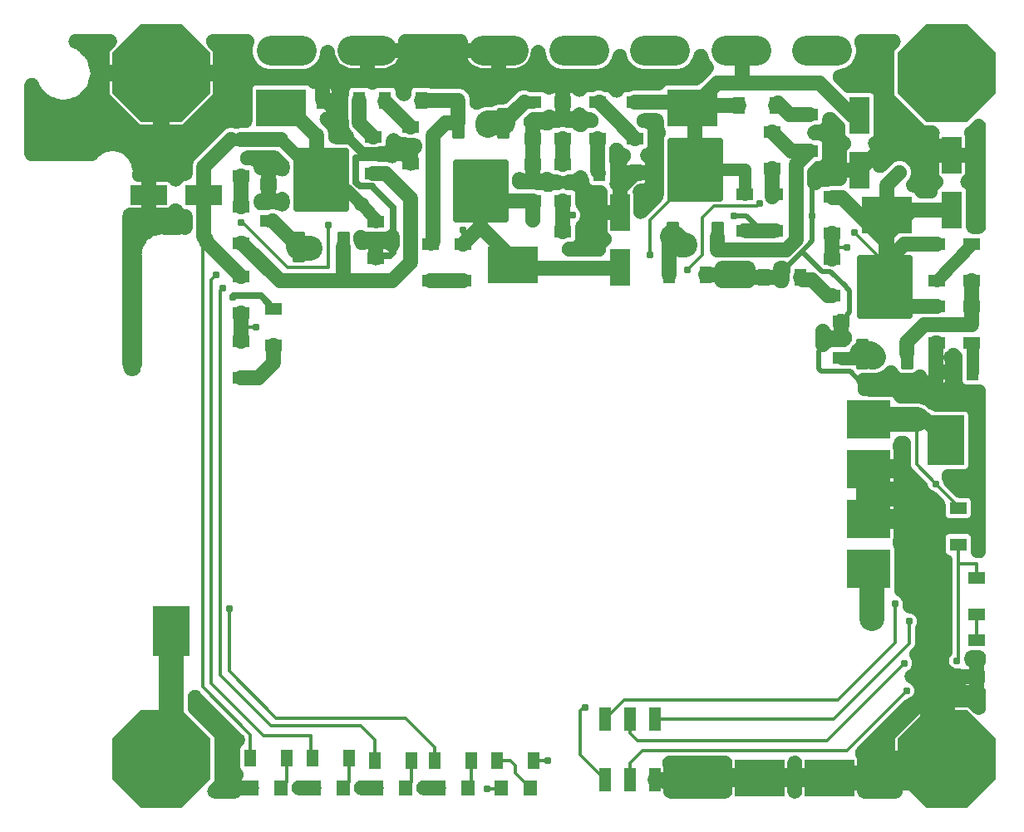
<source format=gbr>
G04 EAGLE Gerber RS-274X export*
G75*
%MOMM*%
%FSLAX34Y34*%
%LPD*%
%INBottom Copper*%
%IPPOS*%
%AMOC8*
5,1,8,0,0,1.08239X$1,22.5*%
G01*
%ADD10P,10.823900X8X22.500000*%
%ADD11R,1.147000X2.408000*%
%ADD12R,3.810000X5.080000*%
%ADD13R,5.080000X3.810000*%
%ADD14R,3.754000X2.108000*%
%ADD15R,1.800000X1.300000*%
%ADD16R,1.400000X1.600000*%
%ADD17R,1.300000X1.800000*%
%ADD18R,4.445000X4.000000*%
%ADD19C,3.048000*%
%ADD20C,0.301000*%
%ADD21C,0.563000*%
%ADD22R,2.108000X3.754000*%
%ADD23C,1.524000*%
%ADD24C,1.270000*%
%ADD25C,2.540000*%
%ADD26C,2.540000*%
%ADD27C,0.304800*%
%ADD28C,0.787400*%
%ADD29C,1.524000*%
%ADD30C,0.508000*%
%ADD31C,1.016000*%
%ADD32C,0.635000*%

G36*
X292932Y622885D02*
X292932Y622885D01*
X293145Y622884D01*
X293322Y622901D01*
X293499Y622908D01*
X293710Y622939D01*
X293922Y622960D01*
X294096Y622995D01*
X294271Y623020D01*
X294606Y623098D01*
X294687Y623114D01*
X294718Y623124D01*
X294770Y623136D01*
X295564Y623348D01*
X295732Y623403D01*
X295904Y623448D01*
X296104Y623523D01*
X296306Y623589D01*
X296468Y623660D01*
X296634Y623723D01*
X296826Y623818D01*
X297021Y623904D01*
X297174Y623991D01*
X297333Y624070D01*
X297513Y624185D01*
X297699Y624290D01*
X297843Y624393D01*
X297992Y624488D01*
X298160Y624620D01*
X298334Y624744D01*
X298466Y624861D01*
X298605Y624971D01*
X298857Y625206D01*
X298919Y625261D01*
X298941Y625284D01*
X298979Y625320D01*
X299561Y625902D01*
X299679Y626033D01*
X299805Y626158D01*
X299940Y626323D01*
X300083Y626481D01*
X300188Y626624D01*
X300300Y626761D01*
X300418Y626939D01*
X300544Y627111D01*
X300634Y627264D01*
X300732Y627411D01*
X300831Y627600D01*
X300938Y627785D01*
X301012Y627946D01*
X301094Y628103D01*
X301173Y628300D01*
X301261Y628495D01*
X301318Y628663D01*
X301383Y628827D01*
X301483Y629156D01*
X301510Y629235D01*
X301517Y629267D01*
X301533Y629317D01*
X302373Y632452D01*
X302446Y632796D01*
X302523Y633138D01*
X302528Y633177D01*
X302536Y633216D01*
X302574Y633565D01*
X302615Y633913D01*
X302617Y633961D01*
X302620Y633992D01*
X302620Y634071D01*
X302632Y634424D01*
X302632Y745357D01*
X302628Y745448D01*
X302630Y745538D01*
X302608Y745837D01*
X302592Y746137D01*
X302578Y746226D01*
X302572Y746317D01*
X302490Y746822D01*
X302433Y747113D01*
X302482Y747353D01*
X302498Y747464D01*
X302523Y747574D01*
X302556Y747849D01*
X302597Y748124D01*
X302602Y748237D01*
X302615Y748349D01*
X302632Y748860D01*
X302632Y749105D01*
X302740Y749365D01*
X302768Y749445D01*
X302804Y749524D01*
X302899Y749813D01*
X303001Y750100D01*
X303021Y750183D01*
X303048Y750265D01*
X303167Y750763D01*
X303621Y752995D01*
X303621Y752999D01*
X303623Y753005D01*
X304021Y754976D01*
X305146Y756644D01*
X305148Y756648D01*
X305151Y756653D01*
X307049Y759475D01*
X307126Y759581D01*
X307256Y759774D01*
X307269Y759796D01*
X307292Y759828D01*
X308392Y761489D01*
X310053Y762589D01*
X310073Y762604D01*
X310106Y762625D01*
X310299Y762755D01*
X310358Y762799D01*
X310420Y762838D01*
X310454Y762864D01*
X313222Y764726D01*
X313226Y764728D01*
X313231Y764731D01*
X314905Y765860D01*
X316874Y766258D01*
X316878Y766259D01*
X316884Y766260D01*
X319119Y766714D01*
X319201Y766735D01*
X319286Y766750D01*
X319580Y766833D01*
X319874Y766908D01*
X319955Y766938D01*
X320037Y766961D01*
X320517Y767141D01*
X320776Y767249D01*
X321021Y767249D01*
X321133Y767254D01*
X321246Y767252D01*
X321523Y767274D01*
X321800Y767289D01*
X321911Y767306D01*
X322024Y767315D01*
X322529Y767399D01*
X322768Y767448D01*
X323059Y767391D01*
X323149Y767378D01*
X323237Y767358D01*
X323534Y767323D01*
X323831Y767280D01*
X323922Y767277D01*
X324012Y767266D01*
X324524Y767249D01*
X341072Y767249D01*
X341163Y767253D01*
X341253Y767251D01*
X341552Y767273D01*
X341851Y767289D01*
X341941Y767302D01*
X342032Y767309D01*
X342537Y767391D01*
X342828Y767448D01*
X343067Y767399D01*
X343179Y767383D01*
X343289Y767358D01*
X343565Y767325D01*
X343839Y767284D01*
X343952Y767279D01*
X344064Y767266D01*
X344575Y767249D01*
X345159Y767249D01*
X345160Y767248D01*
X345348Y767203D01*
X345542Y767176D01*
X345736Y767139D01*
X345929Y767123D01*
X346121Y767096D01*
X346318Y767090D01*
X346514Y767073D01*
X346707Y767076D01*
X346901Y767070D01*
X347097Y767083D01*
X347294Y767087D01*
X347486Y767110D01*
X347679Y767123D01*
X347874Y767157D01*
X348069Y767180D01*
X348258Y767223D01*
X348449Y767256D01*
X348638Y767309D01*
X348830Y767353D01*
X349014Y767414D01*
X349200Y767467D01*
X349383Y767539D01*
X349570Y767602D01*
X349746Y767682D01*
X349926Y767753D01*
X350101Y767844D01*
X350280Y767925D01*
X350447Y768023D01*
X350619Y768112D01*
X350784Y768220D01*
X350954Y768320D01*
X351110Y768434D01*
X351271Y768541D01*
X351424Y768665D01*
X351583Y768781D01*
X351727Y768911D01*
X351877Y769033D01*
X352016Y769172D01*
X352162Y769305D01*
X352292Y769449D01*
X352428Y769585D01*
X352553Y769738D01*
X352685Y769885D01*
X352798Y770041D01*
X352921Y770191D01*
X353029Y770356D01*
X353145Y770515D01*
X353242Y770682D01*
X353348Y770844D01*
X353439Y771019D01*
X353538Y771189D01*
X353618Y771365D01*
X353707Y771537D01*
X353779Y771720D01*
X353861Y771900D01*
X353922Y772083D01*
X353993Y772263D01*
X354046Y772453D01*
X354109Y772640D01*
X354151Y772828D01*
X354203Y773015D01*
X354237Y773209D01*
X354280Y773401D01*
X354303Y773593D01*
X354335Y773784D01*
X354349Y773981D01*
X354372Y774176D01*
X354382Y774469D01*
X354388Y774563D01*
X354387Y774609D01*
X354389Y774688D01*
X354389Y785750D01*
X354376Y786012D01*
X354371Y786274D01*
X354356Y786401D01*
X354349Y786529D01*
X354309Y786789D01*
X354278Y787049D01*
X354249Y787174D01*
X354230Y787301D01*
X354163Y787555D01*
X354105Y787810D01*
X354064Y787932D01*
X354032Y788056D01*
X353940Y788302D01*
X353856Y788550D01*
X353803Y788667D01*
X353758Y788787D01*
X353641Y789021D01*
X353533Y789260D01*
X353468Y789371D01*
X353411Y789485D01*
X353271Y789707D01*
X353138Y789934D01*
X353062Y790037D01*
X352994Y790145D01*
X352832Y790352D01*
X352677Y790563D01*
X352591Y790658D01*
X352511Y790759D01*
X352329Y790948D01*
X352153Y791142D01*
X352058Y791228D01*
X351969Y791320D01*
X351768Y791489D01*
X351573Y791665D01*
X351470Y791740D01*
X351372Y791823D01*
X351155Y791970D01*
X350943Y792125D01*
X350833Y792189D01*
X350727Y792261D01*
X350495Y792386D01*
X350269Y792518D01*
X350152Y792571D01*
X350040Y792632D01*
X349797Y792732D01*
X349558Y792841D01*
X349437Y792881D01*
X349318Y792930D01*
X349067Y793006D01*
X348818Y793089D01*
X348693Y793117D01*
X348571Y793153D01*
X348312Y793202D01*
X348057Y793260D01*
X347930Y793275D01*
X347804Y793299D01*
X347542Y793321D01*
X347282Y793352D01*
X347110Y793358D01*
X347026Y793365D01*
X346942Y793363D01*
X346770Y793369D01*
X346292Y793369D01*
X344891Y793949D01*
X343750Y795090D01*
X343729Y795136D01*
X343643Y795276D01*
X343567Y795421D01*
X343441Y795609D01*
X343323Y795803D01*
X343224Y795934D01*
X343133Y796070D01*
X342988Y796244D01*
X342851Y796425D01*
X342739Y796545D01*
X342635Y796671D01*
X342473Y796829D01*
X342319Y796995D01*
X342195Y797103D01*
X342078Y797218D01*
X341901Y797359D01*
X341730Y797508D01*
X341596Y797603D01*
X341468Y797705D01*
X341277Y797828D01*
X341093Y797958D01*
X340950Y798038D01*
X340812Y798127D01*
X340610Y798229D01*
X340412Y798340D01*
X340262Y798406D01*
X340115Y798480D01*
X339904Y798561D01*
X339696Y798651D01*
X339540Y798701D01*
X339387Y798760D01*
X339168Y798819D01*
X338952Y798887D01*
X338792Y798920D01*
X338633Y798963D01*
X338410Y799000D01*
X338188Y799046D01*
X338025Y799062D01*
X337863Y799089D01*
X337637Y799102D01*
X337412Y799125D01*
X337248Y799125D01*
X337084Y799135D01*
X336857Y799125D01*
X336631Y799125D01*
X336468Y799108D01*
X336304Y799101D01*
X336080Y799068D01*
X335855Y799045D01*
X335695Y799011D01*
X335532Y798987D01*
X335312Y798932D01*
X335091Y798885D01*
X334935Y798836D01*
X334775Y798795D01*
X334563Y798718D01*
X334347Y798649D01*
X334197Y798584D01*
X334042Y798527D01*
X333839Y798428D01*
X333631Y798338D01*
X333488Y798257D01*
X333341Y798185D01*
X333149Y798066D01*
X332951Y797955D01*
X332817Y797860D01*
X332678Y797773D01*
X332499Y797635D01*
X332314Y797504D01*
X332190Y797396D01*
X332060Y797296D01*
X331896Y797140D01*
X331726Y796991D01*
X331614Y796871D01*
X331495Y796758D01*
X331348Y796586D01*
X331194Y796420D01*
X331095Y796289D01*
X330988Y796165D01*
X330765Y795854D01*
X330723Y795798D01*
X330710Y795778D01*
X330689Y795749D01*
X330564Y795560D01*
X330210Y795206D01*
X329793Y794928D01*
X329331Y794737D01*
X328840Y794639D01*
X317439Y794639D01*
X317439Y820801D01*
X328840Y820801D01*
X329331Y820703D01*
X329793Y820512D01*
X330210Y820234D01*
X330564Y819880D01*
X330689Y819691D01*
X330787Y819560D01*
X330877Y819422D01*
X331020Y819247D01*
X331156Y819065D01*
X331267Y818944D01*
X331370Y818817D01*
X331530Y818657D01*
X331683Y818491D01*
X331806Y818382D01*
X331922Y818266D01*
X332098Y818123D01*
X332267Y817973D01*
X332401Y817877D01*
X332528Y817773D01*
X332718Y817649D01*
X332901Y817517D01*
X333044Y817436D01*
X333181Y817346D01*
X333382Y817242D01*
X333578Y817129D01*
X333728Y817062D01*
X333874Y816987D01*
X334085Y816904D01*
X334292Y816812D01*
X334447Y816761D01*
X334600Y816701D01*
X334819Y816640D01*
X335033Y816570D01*
X335194Y816535D01*
X335352Y816491D01*
X335575Y816453D01*
X335796Y816405D01*
X335959Y816387D01*
X336121Y816359D01*
X336347Y816344D01*
X336572Y816319D01*
X336736Y816317D01*
X336900Y816306D01*
X337126Y816314D01*
X337352Y816312D01*
X337516Y816328D01*
X337680Y816333D01*
X337904Y816364D01*
X338129Y816386D01*
X338290Y816418D01*
X338453Y816440D01*
X338673Y816494D01*
X338895Y816538D01*
X339052Y816587D01*
X339211Y816626D01*
X339424Y816701D01*
X339641Y816768D01*
X339792Y816832D01*
X339946Y816888D01*
X340151Y816985D01*
X340359Y817073D01*
X340502Y817153D01*
X340651Y817223D01*
X340844Y817341D01*
X341042Y817451D01*
X341177Y817544D01*
X341317Y817629D01*
X341498Y817766D01*
X341683Y817895D01*
X341808Y818002D01*
X341939Y818102D01*
X342104Y818256D01*
X342276Y818404D01*
X342389Y818523D01*
X342509Y818635D01*
X342657Y818805D01*
X342813Y818970D01*
X342913Y819100D01*
X343021Y819224D01*
X343151Y819408D01*
X343289Y819588D01*
X343376Y819728D01*
X343470Y819862D01*
X343581Y820059D01*
X343700Y820252D01*
X343745Y820344D01*
X344891Y821491D01*
X346292Y822071D01*
X346770Y822071D01*
X347032Y822084D01*
X347294Y822089D01*
X347421Y822104D01*
X347549Y822111D01*
X347809Y822151D01*
X348069Y822182D01*
X348194Y822211D01*
X348321Y822230D01*
X348575Y822297D01*
X348830Y822355D01*
X348952Y822396D01*
X349076Y822428D01*
X349322Y822520D01*
X349570Y822604D01*
X349687Y822657D01*
X349807Y822702D01*
X350041Y822819D01*
X350280Y822927D01*
X350391Y822992D01*
X350505Y823049D01*
X350727Y823189D01*
X350954Y823322D01*
X351057Y823398D01*
X351165Y823466D01*
X351372Y823628D01*
X351583Y823783D01*
X351678Y823869D01*
X351779Y823949D01*
X351968Y824131D01*
X352162Y824307D01*
X352248Y824402D01*
X352340Y824491D01*
X352509Y824692D01*
X352685Y824887D01*
X352760Y824990D01*
X352843Y825088D01*
X352990Y825305D01*
X353145Y825517D01*
X353209Y825627D01*
X353281Y825733D01*
X353406Y825964D01*
X353538Y826191D01*
X353591Y826308D01*
X353652Y826420D01*
X353752Y826663D01*
X353861Y826902D01*
X353901Y827023D01*
X353950Y827142D01*
X354026Y827393D01*
X354109Y827642D01*
X354137Y827767D01*
X354173Y827889D01*
X354222Y828148D01*
X354280Y828403D01*
X354295Y828530D01*
X354319Y828656D01*
X354341Y828918D01*
X354372Y829178D01*
X354378Y829350D01*
X354385Y829434D01*
X354383Y829518D01*
X354389Y829690D01*
X354389Y838714D01*
X356130Y842915D01*
X387225Y874010D01*
X391426Y875751D01*
X395991Y875751D01*
X396227Y875667D01*
X396600Y875535D01*
X396603Y875534D01*
X396606Y875533D01*
X396979Y875442D01*
X397358Y875350D01*
X397361Y875350D01*
X397364Y875349D01*
X397756Y875295D01*
X398131Y875244D01*
X398134Y875244D01*
X398138Y875243D01*
X398520Y875231D01*
X398911Y875217D01*
X398914Y875217D01*
X398918Y875217D01*
X399288Y875243D01*
X399690Y875271D01*
X399693Y875271D01*
X399696Y875271D01*
X400063Y875335D01*
X400459Y875403D01*
X400462Y875404D01*
X400465Y875405D01*
X400848Y875513D01*
X401210Y875614D01*
X401213Y875615D01*
X401217Y875616D01*
X401575Y875751D01*
X407670Y875751D01*
X407932Y875764D01*
X408194Y875769D01*
X408321Y875784D01*
X408449Y875791D01*
X408709Y875831D01*
X408969Y875862D01*
X409094Y875891D01*
X409221Y875910D01*
X409475Y875977D01*
X409730Y876035D01*
X409852Y876076D01*
X409976Y876108D01*
X410222Y876200D01*
X410470Y876284D01*
X410587Y876337D01*
X410707Y876382D01*
X410941Y876499D01*
X411180Y876607D01*
X411291Y876672D01*
X411405Y876729D01*
X411627Y876869D01*
X411854Y877002D01*
X411957Y877078D01*
X412065Y877146D01*
X412272Y877308D01*
X412483Y877463D01*
X412578Y877549D01*
X412679Y877629D01*
X412868Y877811D01*
X413062Y877987D01*
X413148Y878082D01*
X413240Y878171D01*
X413409Y878372D01*
X413585Y878567D01*
X413660Y878670D01*
X413743Y878768D01*
X413890Y878985D01*
X414045Y879197D01*
X414109Y879307D01*
X414181Y879413D01*
X414306Y879645D01*
X414438Y879871D01*
X414491Y879988D01*
X414552Y880100D01*
X414652Y880343D01*
X414761Y880582D01*
X414801Y880703D01*
X414850Y880822D01*
X414926Y881073D01*
X415009Y881322D01*
X415037Y881447D01*
X415073Y881569D01*
X415122Y881828D01*
X415180Y882083D01*
X415195Y882210D01*
X415219Y882336D01*
X415241Y882598D01*
X415272Y882858D01*
X415278Y883030D01*
X415285Y883114D01*
X415283Y883198D01*
X415289Y883370D01*
X415289Y916428D01*
X415869Y917829D01*
X416941Y918901D01*
X418342Y919481D01*
X470658Y919481D01*
X472059Y918901D01*
X473133Y917826D01*
X473401Y917585D01*
X473667Y917340D01*
X473691Y917323D01*
X473713Y917303D01*
X474005Y917089D01*
X474293Y916875D01*
X474319Y916860D01*
X474343Y916842D01*
X474655Y916659D01*
X474964Y916475D01*
X474991Y916463D01*
X475016Y916448D01*
X475345Y916299D01*
X475672Y916147D01*
X475700Y916137D01*
X475727Y916125D01*
X476068Y916010D01*
X476410Y915892D01*
X476439Y915886D01*
X476467Y915876D01*
X476818Y915797D01*
X477170Y915715D01*
X477199Y915711D01*
X477228Y915705D01*
X477588Y915662D01*
X477944Y915616D01*
X477973Y915615D01*
X478003Y915612D01*
X478367Y915606D01*
X478724Y915597D01*
X478753Y915599D01*
X478783Y915599D01*
X479145Y915630D01*
X479341Y915645D01*
X479341Y904240D01*
X479354Y903978D01*
X479359Y903716D01*
X479374Y903589D01*
X479381Y903461D01*
X479421Y903201D01*
X479452Y902941D01*
X479480Y902816D01*
X479500Y902690D01*
X479567Y902436D01*
X479624Y902180D01*
X479665Y902059D01*
X479698Y901935D01*
X479790Y901689D01*
X479874Y901440D01*
X479927Y901324D01*
X479972Y901204D01*
X480088Y900969D01*
X480197Y900730D01*
X480262Y900619D01*
X480319Y900505D01*
X480459Y900283D01*
X480592Y900057D01*
X480668Y899953D01*
X480736Y899845D01*
X480898Y899639D01*
X481053Y899427D01*
X481139Y899332D01*
X481218Y899231D01*
X481401Y899043D01*
X481577Y898848D01*
X481672Y898762D01*
X481761Y898670D01*
X481962Y898501D01*
X482157Y898325D01*
X482260Y898250D01*
X482358Y898167D01*
X482576Y898019D01*
X482787Y897865D01*
X482898Y897801D01*
X483004Y897728D01*
X483235Y897604D01*
X483461Y897472D01*
X483578Y897419D01*
X483691Y897358D01*
X483933Y897257D01*
X484172Y897149D01*
X484294Y897108D01*
X484412Y897059D01*
X484664Y896984D01*
X484912Y896901D01*
X485037Y896873D01*
X485160Y896836D01*
X485418Y896787D01*
X485674Y896730D01*
X485801Y896715D01*
X485927Y896691D01*
X486188Y896669D01*
X486449Y896638D01*
X486621Y896632D01*
X486704Y896625D01*
X486788Y896626D01*
X486960Y896621D01*
X496001Y896621D01*
X496001Y894990D01*
X495903Y894499D01*
X495712Y894037D01*
X495434Y893620D01*
X495080Y893266D01*
X494663Y892988D01*
X494201Y892797D01*
X493710Y892699D01*
X491267Y892699D01*
X491201Y892696D01*
X491135Y892698D01*
X490811Y892676D01*
X490487Y892659D01*
X490422Y892649D01*
X490357Y892645D01*
X490037Y892589D01*
X489716Y892540D01*
X489653Y892523D01*
X489588Y892512D01*
X489275Y892424D01*
X488961Y892342D01*
X488899Y892319D01*
X488836Y892301D01*
X488535Y892182D01*
X488230Y892068D01*
X488171Y892039D01*
X488110Y892015D01*
X487822Y891865D01*
X487531Y891721D01*
X487476Y891686D01*
X487417Y891655D01*
X487146Y891477D01*
X486872Y891304D01*
X486820Y891263D01*
X486765Y891227D01*
X486513Y891022D01*
X486258Y890821D01*
X486211Y890776D01*
X486160Y890734D01*
X485930Y890505D01*
X485697Y890279D01*
X485655Y890229D01*
X485608Y890182D01*
X485403Y889930D01*
X485194Y889682D01*
X485157Y889628D01*
X485116Y889576D01*
X484938Y889305D01*
X484755Y889037D01*
X484724Y888979D01*
X484688Y888924D01*
X484539Y888635D01*
X484385Y888350D01*
X484360Y888289D01*
X484329Y888230D01*
X484210Y887928D01*
X484086Y887628D01*
X484068Y887565D01*
X484044Y887504D01*
X483956Y887192D01*
X483863Y886881D01*
X483851Y886816D01*
X483833Y886753D01*
X483779Y886433D01*
X483718Y886114D01*
X483712Y886048D01*
X483701Y885983D01*
X483679Y885660D01*
X483652Y885336D01*
X483653Y885270D01*
X483649Y885205D01*
X483660Y884881D01*
X483666Y884556D01*
X483674Y884490D01*
X483676Y884425D01*
X483720Y884103D01*
X483759Y883781D01*
X483774Y883717D01*
X483783Y883652D01*
X483860Y883336D01*
X483931Y883020D01*
X483952Y882957D01*
X483968Y882893D01*
X484077Y882587D01*
X484181Y882280D01*
X484208Y882220D01*
X484230Y882158D01*
X484370Y881865D01*
X484504Y881570D01*
X484538Y881513D01*
X484566Y881454D01*
X484735Y881177D01*
X484899Y880896D01*
X484938Y880843D01*
X484972Y880787D01*
X485169Y880528D01*
X485360Y880267D01*
X485404Y880218D01*
X485444Y880166D01*
X485666Y879928D01*
X485884Y879688D01*
X485932Y879644D01*
X485977Y879596D01*
X486223Y879383D01*
X486464Y879166D01*
X486517Y879127D01*
X486566Y879084D01*
X486832Y878897D01*
X487094Y878705D01*
X487151Y878672D01*
X487204Y878634D01*
X487402Y878523D01*
X490770Y875155D01*
X492511Y870954D01*
X492511Y867130D01*
X492524Y866868D01*
X492529Y866606D01*
X492544Y866478D01*
X492551Y866351D01*
X492591Y866091D01*
X492622Y865831D01*
X492651Y865706D01*
X492670Y865579D01*
X492737Y865325D01*
X492795Y865070D01*
X492836Y864948D01*
X492868Y864824D01*
X492960Y864578D01*
X493044Y864330D01*
X493097Y864213D01*
X493142Y864093D01*
X493259Y863859D01*
X493367Y863620D01*
X493432Y863509D01*
X493489Y863395D01*
X493629Y863173D01*
X493762Y862946D01*
X493838Y862843D01*
X493906Y862735D01*
X494068Y862528D01*
X494223Y862317D01*
X494309Y862222D01*
X494389Y862121D01*
X494571Y861932D01*
X494747Y861738D01*
X494842Y861652D01*
X494931Y861560D01*
X495132Y861391D01*
X495327Y861215D01*
X495430Y861140D01*
X495528Y861057D01*
X495745Y860910D01*
X495957Y860755D01*
X496067Y860691D01*
X496173Y860619D01*
X496405Y860494D01*
X496631Y860362D01*
X496748Y860309D01*
X496860Y860248D01*
X497103Y860148D01*
X497342Y860039D01*
X497463Y859999D01*
X497582Y859950D01*
X497833Y859874D01*
X498082Y859791D01*
X498207Y859763D01*
X498329Y859727D01*
X498588Y859678D01*
X498843Y859620D01*
X498970Y859605D01*
X499096Y859581D01*
X499358Y859559D01*
X499618Y859528D01*
X499790Y859522D01*
X499874Y859515D01*
X499958Y859517D01*
X500130Y859511D01*
X511269Y859511D01*
X511401Y859517D01*
X511532Y859515D01*
X511790Y859537D01*
X512049Y859551D01*
X512179Y859571D01*
X512309Y859582D01*
X512564Y859630D01*
X512820Y859670D01*
X512947Y859704D01*
X513076Y859728D01*
X513324Y859802D01*
X513575Y859868D01*
X513698Y859914D01*
X513824Y859952D01*
X514063Y860051D01*
X514306Y860142D01*
X514424Y860200D01*
X514545Y860251D01*
X514773Y860374D01*
X515005Y860489D01*
X515116Y860559D01*
X515231Y860622D01*
X515446Y860768D01*
X515665Y860906D01*
X515768Y860987D01*
X515876Y861061D01*
X516075Y861229D01*
X516278Y861389D01*
X516372Y861480D01*
X516473Y861564D01*
X516653Y861751D01*
X516839Y861931D01*
X516924Y862031D01*
X517015Y862126D01*
X517175Y862330D01*
X517342Y862528D01*
X517416Y862637D01*
X517497Y862740D01*
X517635Y862959D01*
X517781Y863173D01*
X517843Y863289D01*
X517913Y863400D01*
X518028Y863632D01*
X518151Y863860D01*
X518202Y863982D01*
X518260Y864099D01*
X518351Y864342D01*
X518450Y864582D01*
X518487Y864708D01*
X518533Y864830D01*
X518599Y865081D01*
X518673Y865329D01*
X518697Y865459D01*
X518730Y865585D01*
X518770Y865842D01*
X518818Y866096D01*
X518829Y866227D01*
X518849Y866357D01*
X518862Y866616D01*
X518884Y866874D01*
X518882Y867005D01*
X518889Y867136D01*
X518875Y867395D01*
X518870Y867654D01*
X518855Y867784D01*
X518848Y867916D01*
X518808Y868172D01*
X518777Y868429D01*
X518748Y868557D01*
X518728Y868687D01*
X518662Y868937D01*
X518605Y869190D01*
X518563Y869315D01*
X518529Y869442D01*
X518438Y869684D01*
X518355Y869930D01*
X518301Y870049D01*
X518255Y870172D01*
X518139Y870404D01*
X518032Y870640D01*
X517965Y870754D01*
X517907Y870871D01*
X517768Y871090D01*
X517637Y871314D01*
X517560Y871420D01*
X517489Y871530D01*
X517329Y871734D01*
X517176Y871943D01*
X517088Y872040D01*
X517007Y872144D01*
X516657Y872518D01*
X514270Y874905D01*
X512529Y879106D01*
X512529Y906514D01*
X513069Y907817D01*
X513092Y907882D01*
X513121Y907945D01*
X513223Y908250D01*
X513331Y908553D01*
X513347Y908620D01*
X513369Y908685D01*
X513439Y908998D01*
X513515Y909311D01*
X513525Y909379D01*
X513540Y909446D01*
X513578Y909765D01*
X513622Y910084D01*
X513624Y910153D01*
X513632Y910221D01*
X513649Y910733D01*
X513649Y913998D01*
X514229Y915399D01*
X515301Y916471D01*
X516702Y917051D01*
X531218Y917051D01*
X532980Y916321D01*
X533032Y916283D01*
X533259Y916150D01*
X533480Y916010D01*
X533595Y915954D01*
X533705Y915889D01*
X533945Y915780D01*
X534180Y915664D01*
X534299Y915619D01*
X534416Y915566D01*
X534665Y915482D01*
X534911Y915390D01*
X535034Y915358D01*
X535156Y915317D01*
X535412Y915260D01*
X535666Y915193D01*
X535792Y915174D01*
X535917Y915146D01*
X536178Y915114D01*
X536437Y915074D01*
X536565Y915068D01*
X536692Y915053D01*
X536954Y915048D01*
X537217Y915035D01*
X537345Y915042D01*
X537472Y915040D01*
X537733Y915062D01*
X537996Y915076D01*
X538123Y915096D01*
X538250Y915107D01*
X538507Y915156D01*
X538767Y915196D01*
X538891Y915229D01*
X539017Y915252D01*
X539269Y915328D01*
X539522Y915395D01*
X539642Y915439D01*
X539764Y915476D01*
X540007Y915577D01*
X540253Y915669D01*
X540367Y915726D01*
X540485Y915775D01*
X540717Y915900D01*
X540951Y916017D01*
X541059Y916085D01*
X541172Y916146D01*
X541389Y916294D01*
X541415Y916310D01*
X543202Y917051D01*
X557718Y917051D01*
X559119Y916471D01*
X560191Y915399D01*
X560771Y913998D01*
X560771Y912151D01*
X560771Y912148D01*
X560771Y912145D01*
X560791Y911765D01*
X560811Y911371D01*
X560811Y911368D01*
X560811Y911365D01*
X560872Y910978D01*
X560930Y910600D01*
X560931Y910597D01*
X560931Y910594D01*
X561032Y910211D01*
X561128Y909845D01*
X561129Y909842D01*
X561130Y909839D01*
X561268Y909471D01*
X561402Y909114D01*
X561403Y909111D01*
X561404Y909109D01*
X561577Y908762D01*
X561749Y908415D01*
X561751Y908413D01*
X561752Y908410D01*
X561961Y908080D01*
X562166Y907756D01*
X562168Y907753D01*
X562170Y907750D01*
X562423Y907429D01*
X562649Y907142D01*
X562651Y907140D01*
X562653Y907137D01*
X563002Y906763D01*
X564142Y905623D01*
X564240Y905535D01*
X564331Y905441D01*
X564530Y905273D01*
X564722Y905100D01*
X564828Y905023D01*
X564928Y904938D01*
X565143Y904792D01*
X565352Y904639D01*
X565465Y904573D01*
X565574Y904499D01*
X565802Y904376D01*
X566025Y904245D01*
X566145Y904191D01*
X566260Y904129D01*
X566500Y904029D01*
X566736Y903922D01*
X566860Y903881D01*
X566982Y903830D01*
X567230Y903756D01*
X567476Y903674D01*
X567604Y903645D01*
X567730Y903607D01*
X567984Y903559D01*
X568237Y903502D01*
X568367Y903486D01*
X568496Y903462D01*
X568754Y903440D01*
X569012Y903409D01*
X569143Y903407D01*
X569274Y903396D01*
X569533Y903400D01*
X569792Y903396D01*
X569923Y903407D01*
X570054Y903410D01*
X570311Y903441D01*
X570570Y903463D01*
X570699Y903487D01*
X570829Y903503D01*
X571081Y903560D01*
X571337Y903609D01*
X571463Y903646D01*
X571590Y903675D01*
X571836Y903758D01*
X572084Y903832D01*
X572206Y903883D01*
X572330Y903925D01*
X572566Y904032D01*
X572805Y904131D01*
X572920Y904194D01*
X573040Y904248D01*
X573264Y904380D01*
X573492Y904502D01*
X573600Y904576D01*
X573714Y904643D01*
X573923Y904796D01*
X574137Y904942D01*
X574237Y905027D01*
X574343Y905104D01*
X574535Y905278D01*
X574733Y905445D01*
X574825Y905539D01*
X574922Y905628D01*
X575095Y905820D01*
X575276Y906007D01*
X575357Y906110D01*
X575445Y906207D01*
X575597Y906416D01*
X575757Y906621D01*
X575828Y906732D01*
X575905Y906838D01*
X576035Y907061D01*
X576174Y907281D01*
X576232Y907398D01*
X576298Y907512D01*
X576405Y907748D01*
X576521Y907980D01*
X576566Y908103D01*
X576621Y908222D01*
X576703Y908468D01*
X576794Y908711D01*
X576827Y908838D01*
X576869Y908962D01*
X576926Y909215D01*
X576991Y909466D01*
X577011Y909596D01*
X577040Y909724D01*
X577070Y909981D01*
X577110Y910237D01*
X577117Y910369D01*
X577132Y910499D01*
X577149Y911011D01*
X577149Y913998D01*
X577729Y915399D01*
X578801Y916471D01*
X580202Y917051D01*
X594718Y917051D01*
X596649Y916251D01*
X596714Y916228D01*
X596777Y916199D01*
X597082Y916097D01*
X597385Y915989D01*
X597452Y915973D01*
X597517Y915951D01*
X597830Y915881D01*
X598143Y915805D01*
X598211Y915795D01*
X598278Y915780D01*
X598598Y915742D01*
X598916Y915698D01*
X598985Y915696D01*
X599053Y915688D01*
X599565Y915671D01*
X627114Y915671D01*
X631315Y913930D01*
X634530Y910715D01*
X636271Y906514D01*
X636271Y902184D01*
X636281Y901987D01*
X636281Y901790D01*
X636301Y901598D01*
X636311Y901404D01*
X636341Y901209D01*
X636361Y901014D01*
X636400Y900825D01*
X636430Y900633D01*
X636480Y900442D01*
X636520Y900250D01*
X636579Y900065D01*
X636628Y899878D01*
X636697Y899693D01*
X636757Y899506D01*
X636834Y899329D01*
X636902Y899147D01*
X636990Y898971D01*
X637068Y898790D01*
X637163Y898622D01*
X637249Y898448D01*
X637354Y898282D01*
X637451Y898110D01*
X637563Y897952D01*
X637666Y897788D01*
X637788Y897634D01*
X637901Y897473D01*
X638029Y897327D01*
X638149Y897175D01*
X638285Y897033D01*
X638415Y896885D01*
X638556Y896753D01*
X638691Y896614D01*
X638842Y896487D01*
X638986Y896353D01*
X639140Y896236D01*
X639288Y896111D01*
X639451Y896000D01*
X639608Y895882D01*
X639773Y895781D01*
X639933Y895672D01*
X640107Y895579D01*
X640275Y895477D01*
X640450Y895394D01*
X640620Y895302D01*
X640802Y895226D01*
X640980Y895142D01*
X641163Y895077D01*
X641342Y895003D01*
X641530Y894947D01*
X641716Y894881D01*
X641904Y894836D01*
X642089Y894780D01*
X642283Y894744D01*
X642474Y894697D01*
X642666Y894671D01*
X642856Y894635D01*
X643052Y894618D01*
X643247Y894592D01*
X643441Y894585D01*
X643634Y894569D01*
X643831Y894572D01*
X644028Y894566D01*
X644221Y894579D01*
X644414Y894582D01*
X644610Y894606D01*
X644806Y894620D01*
X644997Y894653D01*
X645189Y894676D01*
X645381Y894719D01*
X645575Y894753D01*
X645761Y894805D01*
X645950Y894848D01*
X646137Y894911D01*
X646326Y894964D01*
X646602Y895068D01*
X646690Y895098D01*
X646732Y895117D01*
X646806Y895144D01*
X652036Y897311D01*
X657897Y897311D01*
X657900Y897311D01*
X657904Y897311D01*
X658297Y897331D01*
X658677Y897351D01*
X658680Y897351D01*
X658683Y897351D01*
X659075Y897412D01*
X659448Y897470D01*
X659451Y897471D01*
X659454Y897472D01*
X659831Y897571D01*
X660203Y897668D01*
X660206Y897669D01*
X660209Y897670D01*
X660566Y897804D01*
X660934Y897942D01*
X660937Y897943D01*
X660940Y897945D01*
X661294Y898121D01*
X661633Y898289D01*
X661635Y898291D01*
X661638Y898292D01*
X661971Y898503D01*
X662292Y898706D01*
X662295Y898708D01*
X662298Y898710D01*
X662598Y898946D01*
X662906Y899189D01*
X662908Y899191D01*
X662911Y899193D01*
X663003Y899279D01*
X664988Y900101D01*
X670539Y900101D01*
X670542Y900101D01*
X670546Y900101D01*
X670931Y900121D01*
X671319Y900141D01*
X671322Y900141D01*
X671325Y900141D01*
X671692Y900199D01*
X672090Y900260D01*
X672093Y900261D01*
X672096Y900262D01*
X672463Y900358D01*
X672845Y900458D01*
X672848Y900459D01*
X672851Y900460D01*
X673213Y900596D01*
X673576Y900732D01*
X673579Y900733D01*
X673582Y900734D01*
X673937Y900911D01*
X674275Y901079D01*
X674277Y901081D01*
X674280Y901082D01*
X674612Y901292D01*
X674934Y901496D01*
X674937Y901498D01*
X674940Y901500D01*
X675245Y901740D01*
X675548Y901979D01*
X675550Y901981D01*
X675553Y901983D01*
X675927Y902332D01*
X685705Y912110D01*
X689906Y913851D01*
X694454Y913851D01*
X695757Y913311D01*
X695822Y913288D01*
X695885Y913259D01*
X696190Y913157D01*
X696493Y913049D01*
X696560Y913033D01*
X696625Y913011D01*
X696938Y912941D01*
X697251Y912865D01*
X697319Y912855D01*
X697386Y912840D01*
X697705Y912802D01*
X698024Y912758D01*
X698093Y912756D01*
X698161Y912748D01*
X698673Y912731D01*
X710798Y912731D01*
X712235Y912135D01*
X712450Y911932D01*
X712525Y911874D01*
X712596Y911810D01*
X712834Y911636D01*
X713068Y911456D01*
X713149Y911405D01*
X713225Y911349D01*
X713481Y911200D01*
X713731Y911045D01*
X713817Y911003D01*
X713899Y910955D01*
X714169Y910833D01*
X714434Y910704D01*
X714523Y910672D01*
X714610Y910632D01*
X714890Y910538D01*
X715167Y910437D01*
X715259Y910414D01*
X715349Y910384D01*
X715638Y910319D01*
X715924Y910247D01*
X716018Y910233D01*
X716111Y910212D01*
X716404Y910177D01*
X716696Y910134D01*
X716791Y910130D01*
X716886Y910119D01*
X717181Y910114D01*
X717476Y910102D01*
X717571Y910108D01*
X717666Y910106D01*
X717960Y910131D01*
X718255Y910149D01*
X718349Y910165D01*
X718444Y910173D01*
X718734Y910228D01*
X719025Y910276D01*
X719117Y910301D01*
X719210Y910319D01*
X719494Y910403D01*
X719778Y910481D01*
X719867Y910515D01*
X719958Y910542D01*
X720231Y910655D01*
X720506Y910762D01*
X720591Y910805D01*
X720679Y910841D01*
X720939Y910982D01*
X721202Y911116D01*
X721243Y911141D01*
X721779Y911363D01*
X722270Y911461D01*
X723901Y911461D01*
X723901Y893379D01*
X722270Y893379D01*
X721779Y893477D01*
X721221Y893708D01*
X721134Y893763D01*
X721048Y893805D01*
X720967Y893854D01*
X720699Y893979D01*
X720434Y894110D01*
X720345Y894143D01*
X720259Y894183D01*
X719980Y894280D01*
X719703Y894383D01*
X719611Y894407D01*
X719521Y894438D01*
X719234Y894506D01*
X718948Y894580D01*
X718854Y894595D01*
X718762Y894617D01*
X718468Y894654D01*
X718177Y894699D01*
X718082Y894704D01*
X717988Y894716D01*
X717692Y894724D01*
X717397Y894739D01*
X717302Y894734D01*
X717207Y894736D01*
X716913Y894713D01*
X716618Y894698D01*
X716524Y894683D01*
X716429Y894676D01*
X716139Y894623D01*
X715847Y894578D01*
X715755Y894554D01*
X715661Y894537D01*
X715378Y894454D01*
X715092Y894379D01*
X715003Y894346D01*
X714912Y894319D01*
X714638Y894209D01*
X714361Y894105D01*
X714276Y894062D01*
X714188Y894027D01*
X713927Y893889D01*
X713663Y893757D01*
X713582Y893706D01*
X713498Y893661D01*
X713253Y893497D01*
X713003Y893339D01*
X712929Y893281D01*
X712850Y893228D01*
X712622Y893040D01*
X712390Y892857D01*
X712300Y892772D01*
X712249Y892730D01*
X712216Y892697D01*
X710798Y892109D01*
X701191Y892109D01*
X701188Y892109D01*
X701184Y892109D01*
X700799Y892089D01*
X700411Y892069D01*
X700408Y892069D01*
X700405Y892069D01*
X700034Y892011D01*
X699640Y891950D01*
X699637Y891949D01*
X699634Y891948D01*
X699267Y891852D01*
X698885Y891752D01*
X698882Y891751D01*
X698879Y891750D01*
X698512Y891612D01*
X698154Y891478D01*
X698151Y891477D01*
X698148Y891476D01*
X697791Y891297D01*
X697455Y891131D01*
X697453Y891129D01*
X697450Y891128D01*
X697112Y890914D01*
X696796Y890714D01*
X696793Y890712D01*
X696790Y890710D01*
X696485Y890469D01*
X696182Y890231D01*
X696180Y890229D01*
X696177Y890227D01*
X695803Y889878D01*
X693393Y887468D01*
X693305Y887370D01*
X693211Y887279D01*
X693044Y887080D01*
X692870Y886888D01*
X692793Y886782D01*
X692708Y886682D01*
X692562Y886467D01*
X692409Y886258D01*
X692343Y886145D01*
X692269Y886036D01*
X692146Y885808D01*
X692015Y885585D01*
X691961Y885465D01*
X691899Y885350D01*
X691800Y885110D01*
X691692Y884874D01*
X691650Y884750D01*
X691600Y884628D01*
X691526Y884380D01*
X691444Y884134D01*
X691415Y884006D01*
X691377Y883880D01*
X691329Y883626D01*
X691272Y883373D01*
X691256Y883243D01*
X691232Y883114D01*
X691210Y882856D01*
X691179Y882598D01*
X691177Y882467D01*
X691166Y882336D01*
X691170Y882077D01*
X691166Y881818D01*
X691177Y881687D01*
X691180Y881556D01*
X691211Y881298D01*
X691233Y881040D01*
X691257Y880911D01*
X691273Y880781D01*
X691330Y880528D01*
X691379Y880273D01*
X691416Y880147D01*
X691445Y880020D01*
X691528Y879774D01*
X691602Y879526D01*
X691653Y879404D01*
X691695Y879280D01*
X691802Y879044D01*
X691901Y878805D01*
X691964Y878689D01*
X692018Y878570D01*
X692149Y878346D01*
X692273Y878118D01*
X692347Y878009D01*
X692413Y877896D01*
X692566Y877687D01*
X692712Y877473D01*
X692797Y877373D01*
X692874Y877267D01*
X693048Y877074D01*
X693215Y876876D01*
X693309Y876785D01*
X693398Y876688D01*
X693421Y876667D01*
X693421Y829879D01*
X691790Y829879D01*
X691299Y829977D01*
X690196Y830434D01*
X690010Y830500D01*
X689828Y830575D01*
X689643Y830630D01*
X689460Y830695D01*
X689269Y830742D01*
X689080Y830798D01*
X688890Y830834D01*
X688702Y830880D01*
X688507Y830907D01*
X688314Y830943D01*
X688121Y830960D01*
X687929Y830986D01*
X687732Y830993D01*
X687536Y831010D01*
X687343Y831006D01*
X687149Y831013D01*
X686952Y830999D01*
X686756Y830996D01*
X686564Y830973D01*
X686370Y830959D01*
X686176Y830926D01*
X685981Y830902D01*
X685792Y830859D01*
X685601Y830827D01*
X685412Y830773D01*
X685220Y830730D01*
X685036Y830668D01*
X684850Y830616D01*
X684666Y830544D01*
X684480Y830481D01*
X684304Y830400D01*
X684124Y830329D01*
X683949Y830239D01*
X683770Y830157D01*
X683603Y830059D01*
X683431Y829970D01*
X683266Y829862D01*
X683096Y829762D01*
X682940Y829648D01*
X682778Y829542D01*
X682626Y829417D01*
X682467Y829301D01*
X682323Y829171D01*
X682173Y829049D01*
X682034Y828910D01*
X681888Y828778D01*
X681758Y828634D01*
X681621Y828497D01*
X681497Y828344D01*
X681365Y828198D01*
X681251Y828041D01*
X681129Y827891D01*
X681021Y827727D01*
X680905Y827568D01*
X680808Y827400D01*
X680701Y827238D01*
X680611Y827064D01*
X680512Y826894D01*
X680432Y826717D01*
X680343Y826545D01*
X680271Y826362D01*
X680189Y826183D01*
X680128Y825999D01*
X680057Y825819D01*
X680004Y825629D01*
X679941Y825443D01*
X679899Y825254D01*
X679847Y825067D01*
X679813Y824873D01*
X679770Y824681D01*
X679747Y824489D01*
X679715Y824298D01*
X679701Y824102D01*
X679678Y823906D01*
X679668Y823613D01*
X679662Y823519D01*
X679663Y823473D01*
X679661Y823395D01*
X679661Y820970D01*
X679674Y820708D01*
X679679Y820446D01*
X679694Y820319D01*
X679701Y820191D01*
X679741Y819931D01*
X679772Y819671D01*
X679801Y819546D01*
X679820Y819419D01*
X679887Y819165D01*
X679945Y818910D01*
X679986Y818788D01*
X680018Y818664D01*
X680110Y818418D01*
X680194Y818170D01*
X680247Y818053D01*
X680292Y817933D01*
X680409Y817699D01*
X680517Y817460D01*
X680582Y817349D01*
X680639Y817235D01*
X680779Y817013D01*
X680912Y816786D01*
X680988Y816683D01*
X681056Y816575D01*
X681218Y816368D01*
X681373Y816157D01*
X681459Y816062D01*
X681539Y815961D01*
X681721Y815772D01*
X681897Y815578D01*
X681992Y815492D01*
X682081Y815400D01*
X682282Y815231D01*
X682477Y815055D01*
X682580Y814980D01*
X682678Y814897D01*
X682895Y814750D01*
X683107Y814595D01*
X683217Y814531D01*
X683323Y814459D01*
X683555Y814334D01*
X683781Y814202D01*
X683898Y814149D01*
X684010Y814088D01*
X684253Y813988D01*
X684492Y813879D01*
X684613Y813839D01*
X684732Y813790D01*
X684983Y813714D01*
X685232Y813631D01*
X685357Y813603D01*
X685479Y813567D01*
X685738Y813518D01*
X685993Y813460D01*
X686120Y813445D01*
X686246Y813421D01*
X686508Y813399D01*
X686768Y813368D01*
X686940Y813362D01*
X687024Y813355D01*
X687108Y813357D01*
X687280Y813351D01*
X703314Y813351D01*
X704617Y812811D01*
X704682Y812788D01*
X704745Y812759D01*
X705050Y812657D01*
X705353Y812549D01*
X705420Y812533D01*
X705485Y812511D01*
X705798Y812441D01*
X706111Y812365D01*
X706179Y812355D01*
X706246Y812340D01*
X706565Y812302D01*
X706884Y812258D01*
X706953Y812256D01*
X707021Y812248D01*
X707533Y812231D01*
X710798Y812231D01*
X713364Y811168D01*
X713367Y811167D01*
X713370Y811165D01*
X713743Y811033D01*
X714100Y810906D01*
X714103Y810906D01*
X714106Y810905D01*
X714476Y810815D01*
X714858Y810722D01*
X714861Y810721D01*
X714864Y810721D01*
X715233Y810670D01*
X715631Y810615D01*
X715634Y810615D01*
X715637Y810615D01*
X716014Y810602D01*
X716411Y810589D01*
X716414Y810589D01*
X716417Y810589D01*
X716799Y810615D01*
X717190Y810642D01*
X717193Y810643D01*
X717196Y810643D01*
X717572Y810708D01*
X717959Y810775D01*
X717962Y810776D01*
X717965Y810776D01*
X718337Y810881D01*
X718710Y810986D01*
X718713Y810987D01*
X718716Y810988D01*
X719196Y811168D01*
X721762Y812231D01*
X725027Y812231D01*
X725096Y812234D01*
X725164Y812232D01*
X725485Y812254D01*
X725806Y812271D01*
X725874Y812281D01*
X725943Y812286D01*
X726260Y812341D01*
X726578Y812390D01*
X726644Y812408D01*
X726712Y812419D01*
X727021Y812506D01*
X727333Y812588D01*
X727397Y812612D01*
X727463Y812631D01*
X727943Y812811D01*
X729319Y813381D01*
X729437Y813437D01*
X729559Y813485D01*
X729790Y813605D01*
X730024Y813716D01*
X730136Y813784D01*
X730252Y813845D01*
X730469Y813987D01*
X730690Y814122D01*
X730795Y814201D01*
X730905Y814273D01*
X731106Y814437D01*
X731312Y814593D01*
X731408Y814683D01*
X731510Y814766D01*
X731525Y814781D01*
X731543Y814766D01*
X731733Y814589D01*
X731837Y814510D01*
X731936Y814424D01*
X732148Y814275D01*
X732355Y814118D01*
X732467Y814050D01*
X732574Y813974D01*
X732800Y813848D01*
X733022Y813713D01*
X733141Y813657D01*
X733255Y813592D01*
X733721Y813381D01*
X735097Y812811D01*
X735162Y812788D01*
X735225Y812759D01*
X735530Y812657D01*
X735833Y812549D01*
X735900Y812533D01*
X735965Y812511D01*
X736278Y812441D01*
X736591Y812365D01*
X736659Y812355D01*
X736726Y812340D01*
X737045Y812302D01*
X737364Y812258D01*
X737433Y812256D01*
X737501Y812248D01*
X738013Y812231D01*
X741278Y812231D01*
X742679Y811651D01*
X743751Y810579D01*
X744331Y809178D01*
X744331Y798862D01*
X744331Y798859D01*
X744331Y798856D01*
X744351Y798464D01*
X744371Y798083D01*
X744371Y798080D01*
X744371Y798076D01*
X744431Y797694D01*
X744490Y797312D01*
X744491Y797308D01*
X744492Y797305D01*
X744588Y796939D01*
X744688Y796557D01*
X744689Y796554D01*
X744690Y796550D01*
X744828Y796184D01*
X744962Y795826D01*
X744963Y795823D01*
X744964Y795820D01*
X745148Y795451D01*
X745309Y795127D01*
X745311Y795124D01*
X745312Y795121D01*
X745522Y794790D01*
X745726Y794467D01*
X745728Y794464D01*
X745730Y794462D01*
X745974Y794152D01*
X746209Y793853D01*
X746211Y793851D01*
X746213Y793849D01*
X746562Y793475D01*
X748248Y791789D01*
X749428Y788941D01*
X749428Y785859D01*
X748248Y783011D01*
X746562Y781325D01*
X746560Y781323D01*
X746558Y781321D01*
X746302Y781037D01*
X746039Y780746D01*
X746038Y780743D01*
X746035Y780741D01*
X745814Y780438D01*
X745579Y780116D01*
X745577Y780113D01*
X745575Y780111D01*
X745378Y779772D01*
X745185Y779442D01*
X745183Y779439D01*
X745182Y779437D01*
X745020Y779080D01*
X744862Y778732D01*
X744861Y778729D01*
X744859Y778726D01*
X744735Y778355D01*
X744613Y777992D01*
X744612Y777989D01*
X744611Y777986D01*
X744527Y777609D01*
X744441Y777231D01*
X744441Y777227D01*
X744440Y777224D01*
X744393Y776832D01*
X744348Y776456D01*
X744348Y776452D01*
X744348Y776449D01*
X744331Y775938D01*
X744331Y763082D01*
X743751Y761681D01*
X742679Y760609D01*
X741278Y760029D01*
X738013Y760029D01*
X737946Y760026D01*
X737878Y760028D01*
X737556Y760006D01*
X737234Y759989D01*
X737167Y759979D01*
X737100Y759974D01*
X736782Y759919D01*
X736462Y759870D01*
X736397Y759853D01*
X736331Y759841D01*
X736020Y759754D01*
X735707Y759672D01*
X735644Y759648D01*
X735579Y759630D01*
X735100Y759450D01*
X735051Y759430D01*
X735010Y759411D01*
X734977Y759398D01*
X734961Y759390D01*
X734928Y759378D01*
X734638Y759234D01*
X734346Y759095D01*
X734289Y759060D01*
X734229Y759031D01*
X733957Y758858D01*
X733680Y758690D01*
X733626Y758649D01*
X733570Y758614D01*
X733316Y758414D01*
X733058Y758219D01*
X733008Y758173D01*
X732956Y758131D01*
X732724Y757907D01*
X732487Y757686D01*
X732443Y757636D01*
X732395Y757589D01*
X732186Y757341D01*
X731974Y757098D01*
X731935Y757043D01*
X731892Y756992D01*
X731710Y756724D01*
X731524Y756460D01*
X731491Y756402D01*
X731453Y756346D01*
X731300Y756062D01*
X731141Y755780D01*
X731115Y755718D01*
X731083Y755660D01*
X730959Y755360D01*
X730830Y755064D01*
X730810Y755000D01*
X730784Y754938D01*
X730692Y754628D01*
X730594Y754320D01*
X730580Y754255D01*
X730561Y754190D01*
X730501Y753873D01*
X730435Y753556D01*
X730428Y753489D01*
X730416Y753424D01*
X730389Y753102D01*
X730356Y752780D01*
X730356Y752713D01*
X730350Y752646D01*
X730356Y752323D01*
X730356Y751999D01*
X730362Y751933D01*
X730364Y751866D01*
X730402Y751545D01*
X730435Y751223D01*
X730449Y751157D01*
X730457Y751091D01*
X730529Y750775D01*
X730594Y750459D01*
X730615Y750395D01*
X730629Y750330D01*
X730733Y750024D01*
X730831Y749715D01*
X730857Y749653D01*
X730879Y749590D01*
X731013Y749296D01*
X731142Y748999D01*
X731174Y748941D01*
X731202Y748880D01*
X731366Y748600D01*
X731524Y748319D01*
X731563Y748264D01*
X731597Y748206D01*
X731788Y747946D01*
X731975Y747681D01*
X732019Y747631D01*
X732058Y747577D01*
X732275Y747337D01*
X732488Y747093D01*
X732537Y747048D01*
X732582Y746998D01*
X732822Y746782D01*
X733058Y746561D01*
X733112Y746520D01*
X733162Y746475D01*
X733423Y746285D01*
X733680Y746089D01*
X733738Y746055D01*
X733792Y746015D01*
X734071Y745852D01*
X734348Y745684D01*
X734408Y745655D01*
X734466Y745622D01*
X734761Y745488D01*
X735052Y745349D01*
X735115Y745327D01*
X735177Y745299D01*
X735484Y745196D01*
X735788Y745088D01*
X735853Y745072D01*
X735917Y745051D01*
X736232Y744980D01*
X736546Y744904D01*
X736613Y744895D01*
X736678Y744880D01*
X736999Y744842D01*
X737320Y744798D01*
X737387Y744796D01*
X737453Y744788D01*
X737965Y744771D01*
X767970Y744771D01*
X768232Y744784D01*
X768494Y744789D01*
X768621Y744804D01*
X768749Y744811D01*
X769009Y744851D01*
X769269Y744882D01*
X769394Y744911D01*
X769521Y744930D01*
X769775Y744997D01*
X770030Y745055D01*
X770152Y745096D01*
X770276Y745128D01*
X770522Y745220D01*
X770770Y745304D01*
X770887Y745357D01*
X771007Y745402D01*
X771241Y745519D01*
X771480Y745627D01*
X771591Y745692D01*
X771705Y745749D01*
X771927Y745889D01*
X772154Y746022D01*
X772257Y746098D01*
X772365Y746166D01*
X772572Y746328D01*
X772783Y746483D01*
X772878Y746569D01*
X772979Y746649D01*
X773168Y746831D01*
X773362Y747007D01*
X773448Y747102D01*
X773540Y747191D01*
X773709Y747392D01*
X773885Y747587D01*
X773960Y747690D01*
X774043Y747788D01*
X774190Y748005D01*
X774345Y748217D01*
X774409Y748327D01*
X774481Y748433D01*
X774606Y748665D01*
X774738Y748891D01*
X774791Y749008D01*
X774852Y749120D01*
X774952Y749363D01*
X775061Y749602D01*
X775101Y749723D01*
X775150Y749842D01*
X775225Y750093D01*
X775309Y750342D01*
X775337Y750467D01*
X775373Y750589D01*
X775422Y750848D01*
X775480Y751103D01*
X775495Y751230D01*
X775519Y751356D01*
X775541Y751618D01*
X775572Y751878D01*
X775578Y752050D01*
X775585Y752134D01*
X775583Y752218D01*
X775589Y752390D01*
X775589Y753528D01*
X776169Y754929D01*
X777310Y756070D01*
X777356Y756091D01*
X777496Y756177D01*
X777641Y756253D01*
X777829Y756379D01*
X778023Y756497D01*
X778154Y756596D01*
X778290Y756687D01*
X778464Y756832D01*
X778645Y756969D01*
X778765Y757081D01*
X778891Y757185D01*
X779049Y757347D01*
X779215Y757501D01*
X779323Y757625D01*
X779438Y757742D01*
X779579Y757919D01*
X779728Y758090D01*
X779822Y758224D01*
X779925Y758352D01*
X780048Y758543D01*
X780178Y758727D01*
X780258Y758870D01*
X780347Y759008D01*
X780449Y759210D01*
X780560Y759408D01*
X780626Y759558D01*
X780700Y759705D01*
X780781Y759916D01*
X780871Y760124D01*
X780921Y760280D01*
X780980Y760433D01*
X781039Y760652D01*
X781107Y760868D01*
X781140Y761028D01*
X781183Y761187D01*
X781220Y761410D01*
X781266Y761632D01*
X781282Y761795D01*
X781309Y761957D01*
X781322Y762183D01*
X781345Y762408D01*
X781345Y762572D01*
X781355Y762736D01*
X781345Y762963D01*
X781345Y763189D01*
X781328Y763352D01*
X781321Y763516D01*
X781288Y763740D01*
X781265Y763965D01*
X781231Y764125D01*
X781207Y764288D01*
X781152Y764508D01*
X781105Y764729D01*
X781056Y764885D01*
X781015Y765045D01*
X780938Y765257D01*
X780869Y765473D01*
X780804Y765623D01*
X780747Y765778D01*
X780648Y765981D01*
X780558Y766189D01*
X780477Y766332D01*
X780405Y766479D01*
X780286Y766671D01*
X780175Y766869D01*
X780080Y767003D01*
X779993Y767142D01*
X779855Y767321D01*
X779724Y767506D01*
X779616Y767630D01*
X779516Y767760D01*
X779360Y767923D01*
X779211Y768094D01*
X779091Y768206D01*
X778978Y768325D01*
X778806Y768472D01*
X778640Y768626D01*
X778509Y768725D01*
X778385Y768832D01*
X778074Y769055D01*
X778018Y769097D01*
X777998Y769110D01*
X777969Y769131D01*
X777780Y769256D01*
X777426Y769610D01*
X777148Y770027D01*
X776957Y770489D01*
X776859Y770980D01*
X776859Y782381D01*
X789940Y782381D01*
X790202Y782394D01*
X790464Y782399D01*
X790591Y782414D01*
X790719Y782421D01*
X790979Y782461D01*
X791239Y782492D01*
X791364Y782520D01*
X791490Y782540D01*
X791744Y782607D01*
X792000Y782664D01*
X792121Y782705D01*
X792245Y782738D01*
X792491Y782830D01*
X792740Y782914D01*
X792856Y782967D01*
X792976Y783012D01*
X793211Y783128D01*
X793450Y783237D01*
X793561Y783302D01*
X793675Y783359D01*
X793897Y783499D01*
X794123Y783632D01*
X794227Y783708D01*
X794335Y783776D01*
X794541Y783938D01*
X794753Y784093D01*
X794848Y784179D01*
X794949Y784258D01*
X795137Y784441D01*
X795332Y784617D01*
X795418Y784712D01*
X795510Y784801D01*
X795679Y785002D01*
X795855Y785197D01*
X795930Y785300D01*
X796013Y785398D01*
X796160Y785616D01*
X796315Y785827D01*
X796379Y785938D01*
X796452Y786044D01*
X796576Y786275D01*
X796708Y786501D01*
X796761Y786618D01*
X796822Y786731D01*
X796922Y786973D01*
X797031Y787212D01*
X797072Y787334D01*
X797121Y787452D01*
X797196Y787704D01*
X797279Y787952D01*
X797307Y788077D01*
X797344Y788200D01*
X797393Y788458D01*
X797450Y788714D01*
X797465Y788841D01*
X797489Y788967D01*
X797511Y789228D01*
X797542Y789489D01*
X797548Y789661D01*
X797555Y789744D01*
X797554Y789828D01*
X797559Y790000D01*
X797559Y817869D01*
X797558Y817891D01*
X797559Y817913D01*
X797538Y818278D01*
X797519Y818648D01*
X797516Y818670D01*
X797515Y818693D01*
X797456Y819056D01*
X797400Y819420D01*
X797394Y819441D01*
X797391Y819463D01*
X797296Y819817D01*
X797202Y820175D01*
X797194Y820195D01*
X797189Y820217D01*
X797014Y820699D01*
X796967Y820801D01*
X796961Y820817D01*
X796859Y821330D01*
X796859Y822961D01*
X814941Y822961D01*
X814941Y821330D01*
X814843Y820839D01*
X814652Y820377D01*
X814374Y819960D01*
X814020Y819606D01*
X813603Y819328D01*
X813141Y819137D01*
X812650Y819039D01*
X810312Y819039D01*
X810082Y819027D01*
X809853Y819025D01*
X809693Y819008D01*
X809532Y818999D01*
X809306Y818964D01*
X809077Y818939D01*
X808920Y818904D01*
X808761Y818880D01*
X808539Y818822D01*
X808315Y818773D01*
X808162Y818723D01*
X808006Y818682D01*
X807791Y818601D01*
X807573Y818530D01*
X807426Y818465D01*
X807275Y818408D01*
X807070Y818306D01*
X806860Y818212D01*
X806721Y818132D01*
X806576Y818061D01*
X806382Y817938D01*
X806183Y817824D01*
X806053Y817730D01*
X805917Y817644D01*
X805736Y817502D01*
X805550Y817368D01*
X805430Y817261D01*
X805303Y817161D01*
X805138Y817002D01*
X804966Y816849D01*
X804858Y816731D01*
X804742Y816619D01*
X804594Y816443D01*
X804439Y816274D01*
X804343Y816145D01*
X804239Y816022D01*
X804110Y815832D01*
X803973Y815648D01*
X803891Y815510D01*
X803800Y815377D01*
X803691Y815174D01*
X803574Y814977D01*
X803506Y814831D01*
X803430Y814690D01*
X803342Y814477D01*
X803245Y814269D01*
X803193Y814117D01*
X803131Y813968D01*
X803066Y813748D01*
X802991Y813531D01*
X802954Y813375D01*
X802908Y813221D01*
X802866Y812995D01*
X802813Y812771D01*
X802793Y812612D01*
X802763Y812454D01*
X802744Y812225D01*
X802715Y811997D01*
X802711Y811836D01*
X802697Y811676D01*
X802701Y811446D01*
X802695Y811217D01*
X802708Y811057D01*
X802711Y810896D01*
X802738Y810668D01*
X802756Y810439D01*
X802793Y810214D01*
X802804Y810121D01*
X802819Y810055D01*
X802839Y809934D01*
X803021Y809020D01*
X803021Y790860D01*
X803027Y790728D01*
X803025Y790597D01*
X803047Y790340D01*
X803061Y790080D01*
X803081Y789950D01*
X803092Y789820D01*
X803140Y789565D01*
X803180Y789309D01*
X803213Y789182D01*
X803238Y789053D01*
X803312Y788804D01*
X803378Y788554D01*
X803424Y788431D01*
X803462Y788305D01*
X803561Y788066D01*
X803652Y787823D01*
X803710Y787706D01*
X803761Y787584D01*
X803884Y787356D01*
X803999Y787124D01*
X804069Y787013D01*
X804132Y786898D01*
X804278Y786684D01*
X804416Y786464D01*
X804497Y786361D01*
X804571Y786253D01*
X804739Y786054D01*
X804899Y785851D01*
X804990Y785756D01*
X805074Y785656D01*
X805261Y785476D01*
X805441Y785290D01*
X805542Y785205D01*
X805636Y785114D01*
X805840Y784954D01*
X806038Y784787D01*
X806147Y784713D01*
X806250Y784632D01*
X806469Y784494D01*
X806683Y784348D01*
X806799Y784286D01*
X806910Y784216D01*
X807142Y784101D01*
X807370Y783978D01*
X807492Y783927D01*
X807609Y783869D01*
X807852Y783778D01*
X808092Y783679D01*
X808218Y783642D01*
X808340Y783596D01*
X808591Y783530D01*
X808839Y783456D01*
X808969Y783432D01*
X809095Y783399D01*
X809352Y783359D01*
X809606Y783311D01*
X809737Y783300D01*
X809867Y783280D01*
X810126Y783267D01*
X810384Y783245D01*
X810515Y783247D01*
X810646Y783240D01*
X810905Y783254D01*
X811164Y783258D01*
X811295Y783274D01*
X811426Y783281D01*
X811682Y783321D01*
X811939Y783352D01*
X812067Y783381D01*
X812197Y783401D01*
X812448Y783467D01*
X812700Y783524D01*
X812825Y783566D01*
X812952Y783600D01*
X813195Y783691D01*
X813440Y783774D01*
X813559Y783828D01*
X813682Y783874D01*
X813914Y783990D01*
X814150Y784097D01*
X814264Y784164D01*
X814381Y784222D01*
X814600Y784361D01*
X814824Y784492D01*
X814929Y784569D01*
X815040Y784640D01*
X815244Y784800D01*
X815453Y784953D01*
X815551Y785041D01*
X815654Y785122D01*
X816028Y785472D01*
X831948Y801392D01*
X831950Y801394D01*
X831952Y801397D01*
X832207Y801679D01*
X832471Y801972D01*
X832472Y801974D01*
X832475Y801976D01*
X832700Y802285D01*
X832931Y802601D01*
X832933Y802604D01*
X832935Y802607D01*
X833123Y802929D01*
X833325Y803275D01*
X833327Y803278D01*
X833328Y803281D01*
X833487Y803631D01*
X833648Y803986D01*
X833649Y803989D01*
X833651Y803991D01*
X833767Y804337D01*
X833897Y804725D01*
X833898Y804729D01*
X833899Y804732D01*
X833977Y805081D01*
X834069Y805487D01*
X834069Y805490D01*
X834070Y805493D01*
X834112Y805849D01*
X834162Y806262D01*
X834162Y806265D01*
X834162Y806268D01*
X834179Y806780D01*
X834179Y864363D01*
X835698Y868031D01*
X835808Y868339D01*
X835923Y868647D01*
X835939Y868707D01*
X835960Y868766D01*
X836038Y869085D01*
X836120Y869403D01*
X836130Y869464D01*
X836145Y869524D01*
X836189Y869850D01*
X836239Y870174D01*
X836242Y870236D01*
X836251Y870297D01*
X836262Y870625D01*
X836278Y870953D01*
X836275Y871015D01*
X836277Y871078D01*
X836255Y871405D01*
X836238Y871733D01*
X836228Y871794D01*
X836224Y871856D01*
X836168Y872181D01*
X836118Y872504D01*
X836102Y872564D01*
X836091Y872625D01*
X836003Y872941D01*
X835919Y873259D01*
X835897Y873317D01*
X835880Y873377D01*
X835760Y873682D01*
X835644Y873989D01*
X835617Y874045D01*
X835594Y874103D01*
X835443Y874394D01*
X835296Y874688D01*
X835263Y874740D01*
X835235Y874796D01*
X835207Y874838D01*
X834389Y876812D01*
X834389Y883370D01*
X834376Y883632D01*
X834371Y883894D01*
X834356Y884021D01*
X834349Y884149D01*
X834309Y884409D01*
X834278Y884669D01*
X834249Y884794D01*
X834230Y884921D01*
X834163Y885175D01*
X834105Y885430D01*
X834064Y885552D01*
X834032Y885676D01*
X833940Y885922D01*
X833856Y886170D01*
X833803Y886287D01*
X833758Y886407D01*
X833641Y886641D01*
X833533Y886880D01*
X833468Y886991D01*
X833411Y887105D01*
X833271Y887327D01*
X833138Y887554D01*
X833062Y887657D01*
X832994Y887765D01*
X832832Y887972D01*
X832677Y888183D01*
X832591Y888278D01*
X832511Y888379D01*
X832329Y888568D01*
X832153Y888762D01*
X832058Y888848D01*
X831969Y888940D01*
X831768Y889109D01*
X831573Y889285D01*
X831470Y889360D01*
X831372Y889443D01*
X831155Y889590D01*
X830943Y889745D01*
X830833Y889809D01*
X830727Y889881D01*
X830495Y890006D01*
X830269Y890138D01*
X830152Y890191D01*
X830040Y890252D01*
X829797Y890352D01*
X829558Y890461D01*
X829437Y890501D01*
X829318Y890550D01*
X829067Y890626D01*
X828818Y890709D01*
X828693Y890737D01*
X828571Y890773D01*
X828312Y890822D01*
X828057Y890880D01*
X827930Y890895D01*
X827804Y890919D01*
X827542Y890941D01*
X827282Y890972D01*
X827110Y890978D01*
X827026Y890985D01*
X826942Y890983D01*
X826770Y890989D01*
X814171Y890989D01*
X814039Y890983D01*
X813908Y890985D01*
X813651Y890963D01*
X813391Y890949D01*
X813261Y890929D01*
X813131Y890918D01*
X812876Y890870D01*
X812620Y890830D01*
X812493Y890797D01*
X812364Y890772D01*
X812116Y890698D01*
X811865Y890632D01*
X811742Y890586D01*
X811616Y890548D01*
X811377Y890449D01*
X811134Y890358D01*
X811017Y890300D01*
X810895Y890249D01*
X810667Y890126D01*
X810435Y890011D01*
X810325Y889941D01*
X810209Y889878D01*
X809994Y889732D01*
X809775Y889594D01*
X809672Y889513D01*
X809564Y889439D01*
X809366Y889272D01*
X809162Y889111D01*
X809067Y889020D01*
X808967Y888936D01*
X808787Y888749D01*
X808601Y888569D01*
X808516Y888469D01*
X808425Y888374D01*
X808265Y888170D01*
X808098Y887972D01*
X808024Y887864D01*
X807943Y887760D01*
X807805Y887541D01*
X807659Y887327D01*
X807597Y887211D01*
X807527Y887100D01*
X807412Y886868D01*
X807289Y886640D01*
X807238Y886518D01*
X807180Y886401D01*
X807089Y886158D01*
X806990Y885918D01*
X806953Y885792D01*
X806907Y885670D01*
X806841Y885419D01*
X806767Y885171D01*
X806743Y885041D01*
X806710Y884915D01*
X806670Y884659D01*
X806622Y884404D01*
X806611Y884273D01*
X806591Y884143D01*
X806578Y883884D01*
X806556Y883626D01*
X806558Y883495D01*
X806551Y883364D01*
X806565Y883105D01*
X806570Y882846D01*
X806585Y882715D01*
X806592Y882584D01*
X806632Y882328D01*
X806663Y882071D01*
X806692Y881943D01*
X806712Y881813D01*
X806778Y881563D01*
X806835Y881310D01*
X806877Y881185D01*
X806911Y881058D01*
X807002Y880815D01*
X807085Y880570D01*
X807139Y880451D01*
X807185Y880328D01*
X807301Y880096D01*
X807408Y879860D01*
X807475Y879746D01*
X807533Y879629D01*
X807672Y879410D01*
X807803Y879186D01*
X807880Y879081D01*
X807951Y878970D01*
X808111Y878766D01*
X808264Y878557D01*
X808352Y878460D01*
X808433Y878356D01*
X808783Y877982D01*
X808803Y877962D01*
X808805Y877960D01*
X808808Y877958D01*
X809099Y877696D01*
X809383Y877439D01*
X809385Y877438D01*
X809387Y877435D01*
X809697Y877210D01*
X810012Y876979D01*
X810015Y876977D01*
X810018Y876975D01*
X810345Y876784D01*
X810686Y876585D01*
X810689Y876583D01*
X810692Y876582D01*
X811047Y876420D01*
X811397Y876262D01*
X811400Y876261D01*
X811402Y876259D01*
X811765Y876138D01*
X812136Y876013D01*
X812140Y876012D01*
X812143Y876011D01*
X812504Y875930D01*
X812898Y875841D01*
X812901Y875841D01*
X812904Y875840D01*
X813270Y875797D01*
X813673Y875748D01*
X813676Y875748D01*
X813679Y875748D01*
X814191Y875731D01*
X814938Y875731D01*
X816339Y875151D01*
X817411Y874079D01*
X817991Y872678D01*
X817991Y858162D01*
X817411Y856761D01*
X816339Y855689D01*
X815017Y855142D01*
X814869Y855072D01*
X814717Y855010D01*
X814517Y854904D01*
X814312Y854807D01*
X814172Y854721D01*
X814027Y854645D01*
X813839Y854519D01*
X813645Y854401D01*
X813514Y854302D01*
X813378Y854211D01*
X813204Y854067D01*
X813023Y853930D01*
X812903Y853817D01*
X812777Y853713D01*
X812618Y853551D01*
X812453Y853397D01*
X812345Y853273D01*
X812230Y853156D01*
X812089Y852979D01*
X811940Y852808D01*
X811846Y852674D01*
X811743Y852546D01*
X811621Y852356D01*
X811490Y852171D01*
X811410Y852028D01*
X811321Y851890D01*
X811219Y851688D01*
X811108Y851490D01*
X811042Y851339D01*
X810968Y851193D01*
X810887Y850982D01*
X810797Y850774D01*
X810747Y850618D01*
X810689Y850465D01*
X810630Y850246D01*
X810561Y850030D01*
X810528Y849870D01*
X810485Y849711D01*
X810449Y849488D01*
X810403Y849266D01*
X810386Y849103D01*
X810360Y848941D01*
X810346Y848715D01*
X810323Y848490D01*
X810323Y848326D01*
X810313Y848162D01*
X810323Y847935D01*
X810323Y847709D01*
X810340Y847546D01*
X810347Y847382D01*
X810380Y847158D01*
X810404Y846933D01*
X810437Y846772D01*
X810461Y846610D01*
X810517Y846390D01*
X810563Y846169D01*
X810612Y846013D01*
X810653Y845853D01*
X810731Y845641D01*
X810799Y845425D01*
X810865Y845275D01*
X810921Y845121D01*
X811020Y844916D01*
X811111Y844709D01*
X811191Y844567D01*
X811263Y844419D01*
X811383Y844226D01*
X811493Y844029D01*
X811588Y843895D01*
X811675Y843756D01*
X811813Y843577D01*
X811944Y843392D01*
X812052Y843268D01*
X812152Y843139D01*
X812308Y842975D01*
X812457Y842804D01*
X812577Y842692D01*
X812690Y842573D01*
X812862Y842426D01*
X813028Y842272D01*
X813159Y842173D01*
X813284Y842066D01*
X813595Y841842D01*
X813650Y841801D01*
X813670Y841789D01*
X813699Y841767D01*
X814020Y841553D01*
X814374Y841200D01*
X814652Y840783D01*
X814843Y840321D01*
X814941Y839830D01*
X814941Y838199D01*
X796859Y838199D01*
X796859Y839830D01*
X796957Y840321D01*
X797148Y840783D01*
X797426Y841200D01*
X797806Y841580D01*
X797818Y841587D01*
X797994Y841730D01*
X798175Y841865D01*
X798296Y841976D01*
X798423Y842080D01*
X798584Y842240D01*
X798750Y842393D01*
X798859Y842516D01*
X798975Y842632D01*
X799118Y842808D01*
X799268Y842977D01*
X799364Y843110D01*
X799467Y843238D01*
X799591Y843427D01*
X799723Y843611D01*
X799805Y843753D01*
X799895Y843891D01*
X799999Y844092D01*
X800112Y844288D01*
X800178Y844438D01*
X800254Y844584D01*
X800337Y844795D01*
X800429Y845001D01*
X800480Y845157D01*
X800540Y845310D01*
X800601Y845528D01*
X800671Y845743D01*
X800706Y845904D01*
X800750Y846062D01*
X800788Y846285D01*
X800836Y846506D01*
X800854Y846669D01*
X800882Y846831D01*
X800897Y847057D01*
X800922Y847282D01*
X800924Y847446D01*
X800935Y847610D01*
X800927Y847836D01*
X800929Y848062D01*
X800913Y848225D01*
X800907Y848390D01*
X800877Y848614D01*
X800855Y848839D01*
X800823Y849000D01*
X800801Y849163D01*
X800747Y849383D01*
X800703Y849605D01*
X800654Y849761D01*
X800615Y849921D01*
X800539Y850135D01*
X800473Y850350D01*
X800408Y850501D01*
X800353Y850656D01*
X800256Y850861D01*
X800167Y851069D01*
X800088Y851212D01*
X800017Y851361D01*
X799900Y851554D01*
X799790Y851752D01*
X799697Y851887D01*
X799611Y852027D01*
X799475Y852207D01*
X799345Y852393D01*
X799239Y852518D01*
X799139Y852649D01*
X798985Y852814D01*
X798837Y852986D01*
X798718Y853099D01*
X798606Y853218D01*
X798435Y853367D01*
X798271Y853523D01*
X798141Y853623D01*
X798017Y853731D01*
X797832Y853861D01*
X797653Y853999D01*
X797513Y854086D01*
X797379Y854180D01*
X797182Y854291D01*
X796989Y854410D01*
X796841Y854482D01*
X796698Y854562D01*
X796349Y854720D01*
X796287Y854751D01*
X796265Y854759D01*
X796232Y854774D01*
X794021Y855689D01*
X792887Y856823D01*
X792834Y856935D01*
X792800Y856992D01*
X792771Y857050D01*
X792672Y857206D01*
X792581Y857369D01*
X792501Y857483D01*
X792429Y857602D01*
X792389Y857655D01*
X792354Y857710D01*
X792240Y857855D01*
X792132Y858008D01*
X792041Y858113D01*
X791957Y858224D01*
X791912Y858272D01*
X791871Y858324D01*
X791743Y858456D01*
X791621Y858598D01*
X791519Y858693D01*
X791424Y858794D01*
X791374Y858838D01*
X791329Y858885D01*
X791188Y859004D01*
X791051Y859132D01*
X790941Y859216D01*
X790836Y859307D01*
X790781Y859346D01*
X790732Y859387D01*
X790579Y859491D01*
X790430Y859604D01*
X790312Y859677D01*
X790198Y859757D01*
X790140Y859790D01*
X790086Y859826D01*
X789924Y859914D01*
X789765Y860011D01*
X789639Y860072D01*
X789518Y860139D01*
X789457Y860166D01*
X789400Y860197D01*
X789229Y860267D01*
X789060Y860348D01*
X788929Y860395D01*
X788802Y860450D01*
X788739Y860470D01*
X788678Y860495D01*
X788502Y860548D01*
X788326Y860611D01*
X788190Y860644D01*
X788058Y860686D01*
X787993Y860700D01*
X787930Y860718D01*
X787749Y860753D01*
X787568Y860797D01*
X787430Y860816D01*
X787294Y860845D01*
X787228Y860851D01*
X787164Y860864D01*
X786980Y860879D01*
X786795Y860905D01*
X786656Y860910D01*
X786517Y860924D01*
X786451Y860924D01*
X786386Y860930D01*
X786202Y860926D01*
X786015Y860933D01*
X785876Y860924D01*
X785737Y860924D01*
X785671Y860917D01*
X785606Y860916D01*
X785422Y860894D01*
X785236Y860881D01*
X785099Y860858D01*
X784961Y860844D01*
X784895Y860830D01*
X784831Y860822D01*
X784651Y860782D01*
X784467Y860750D01*
X784333Y860713D01*
X784196Y860685D01*
X784133Y860665D01*
X784070Y860650D01*
X783894Y860591D01*
X783715Y860541D01*
X783585Y860490D01*
X783453Y860448D01*
X783392Y860422D01*
X783330Y860401D01*
X783162Y860324D01*
X782988Y860256D01*
X782865Y860192D01*
X782737Y860137D01*
X782679Y860104D01*
X782620Y860077D01*
X782460Y859984D01*
X782294Y859898D01*
X782178Y859822D01*
X782057Y859754D01*
X782003Y859716D01*
X781946Y859683D01*
X781797Y859573D01*
X781641Y859471D01*
X781533Y859384D01*
X781420Y859304D01*
X781370Y859260D01*
X781317Y859221D01*
X781180Y859097D01*
X781035Y858980D01*
X780936Y858882D01*
X780832Y858790D01*
X780787Y858742D01*
X780738Y858698D01*
X780614Y858560D01*
X780482Y858429D01*
X780394Y858321D01*
X780299Y858219D01*
X780259Y858167D01*
X780215Y858118D01*
X780106Y857968D01*
X779988Y857824D01*
X779912Y857708D01*
X779828Y857597D01*
X779794Y857541D01*
X779755Y857488D01*
X779662Y857328D01*
X779559Y857172D01*
X779469Y857006D01*
X779423Y856930D01*
X779395Y856871D01*
X779362Y856814D01*
X779346Y856779D01*
X779315Y856722D01*
X779205Y856472D01*
X779088Y856225D01*
X779067Y856163D01*
X779039Y856103D01*
X779023Y856054D01*
X779002Y856007D01*
X778919Y855747D01*
X778828Y855489D01*
X778812Y855426D01*
X778791Y855363D01*
X778780Y855313D01*
X778764Y855264D01*
X778708Y854996D01*
X778644Y854731D01*
X778635Y854666D01*
X778620Y854602D01*
X778614Y854550D01*
X778604Y854500D01*
X778575Y854228D01*
X778538Y853958D01*
X778536Y853892D01*
X778528Y853827D01*
X778526Y853763D01*
X778522Y853724D01*
X778522Y853635D01*
X778511Y853315D01*
X778511Y843544D01*
X778514Y843475D01*
X778512Y843406D01*
X778534Y843086D01*
X778551Y842764D01*
X778561Y842696D01*
X778566Y842627D01*
X778621Y842311D01*
X778670Y841993D01*
X778688Y841926D01*
X778699Y841858D01*
X778787Y841549D01*
X778868Y841238D01*
X778892Y841173D01*
X778911Y841107D01*
X779091Y840628D01*
X779211Y840338D01*
X779211Y820443D01*
X779189Y820352D01*
X779162Y820157D01*
X779125Y819964D01*
X779109Y819771D01*
X779082Y819579D01*
X779076Y819382D01*
X779059Y819186D01*
X779063Y818993D01*
X779056Y818799D01*
X779069Y818603D01*
X779073Y818406D01*
X779096Y818213D01*
X779109Y818020D01*
X779143Y817826D01*
X779166Y817631D01*
X779209Y817442D01*
X779242Y817251D01*
X779295Y817062D01*
X779339Y816870D01*
X779401Y816686D01*
X779453Y816500D01*
X779525Y816317D01*
X779588Y816130D01*
X779668Y815954D01*
X779739Y815774D01*
X779830Y815599D01*
X779912Y815420D01*
X780010Y815252D01*
X780099Y815081D01*
X780207Y814916D01*
X780306Y814746D01*
X780420Y814590D01*
X780527Y814428D01*
X780651Y814276D01*
X780768Y814117D01*
X780897Y813973D01*
X781020Y813823D01*
X781159Y813684D01*
X781291Y813538D01*
X781435Y813408D01*
X781572Y813272D01*
X781724Y813147D01*
X781871Y813015D01*
X782027Y812901D01*
X782177Y812779D01*
X782321Y812685D01*
X782321Y797619D01*
X776859Y797619D01*
X776859Y809090D01*
X776864Y809116D01*
X776878Y809276D01*
X776901Y809436D01*
X776911Y809665D01*
X776930Y809894D01*
X776928Y810055D01*
X776934Y810215D01*
X776921Y810445D01*
X776917Y810674D01*
X776897Y810834D01*
X776888Y810994D01*
X776851Y811221D01*
X776823Y811449D01*
X776788Y811606D01*
X776762Y811765D01*
X776702Y811986D01*
X776651Y812210D01*
X776600Y812363D01*
X776557Y812518D01*
X776475Y812733D01*
X776402Y812950D01*
X776335Y813096D01*
X776277Y813246D01*
X776173Y813451D01*
X776078Y813660D01*
X775997Y813799D01*
X775924Y813942D01*
X775800Y814135D01*
X775683Y814334D01*
X775588Y814463D01*
X775501Y814598D01*
X775358Y814778D01*
X775222Y814963D01*
X775114Y815082D01*
X775014Y815208D01*
X774853Y815372D01*
X774699Y815542D01*
X774579Y815650D01*
X774466Y815764D01*
X774289Y815911D01*
X774119Y816065D01*
X773989Y816159D01*
X773865Y816262D01*
X773674Y816390D01*
X773489Y816525D01*
X773350Y816606D01*
X773216Y816695D01*
X773013Y816803D01*
X772814Y816918D01*
X772668Y816985D01*
X772526Y817060D01*
X772313Y817146D01*
X772104Y817241D01*
X771951Y817292D01*
X771802Y817352D01*
X771581Y817416D01*
X771364Y817489D01*
X771207Y817524D01*
X771052Y817569D01*
X770826Y817610D01*
X770602Y817660D01*
X770443Y817679D01*
X770284Y817707D01*
X770055Y817725D01*
X769827Y817752D01*
X769601Y817760D01*
X769506Y817767D01*
X769439Y817765D01*
X769315Y817769D01*
X761642Y817769D01*
X760241Y818349D01*
X759169Y819421D01*
X758589Y820822D01*
X758589Y821569D01*
X758589Y821574D01*
X758589Y821579D01*
X758570Y821947D01*
X758549Y822349D01*
X758549Y822353D01*
X758548Y822358D01*
X758491Y822723D01*
X758430Y823120D01*
X758429Y823125D01*
X758428Y823129D01*
X758330Y823500D01*
X758232Y823875D01*
X758230Y823879D01*
X758229Y823884D01*
X758094Y824243D01*
X757958Y824606D01*
X757956Y824610D01*
X757954Y824614D01*
X757825Y824875D01*
X756488Y828100D01*
X756404Y828278D01*
X756328Y828460D01*
X756236Y828630D01*
X756153Y828805D01*
X756051Y828973D01*
X755957Y829147D01*
X755848Y829307D01*
X755748Y829472D01*
X755629Y829629D01*
X755518Y829792D01*
X755393Y829939D01*
X755276Y830094D01*
X755141Y830238D01*
X755015Y830388D01*
X754875Y830523D01*
X754743Y830664D01*
X754595Y830793D01*
X754453Y830930D01*
X754301Y831050D01*
X754155Y831177D01*
X753994Y831290D01*
X753839Y831412D01*
X753675Y831515D01*
X753517Y831627D01*
X753346Y831723D01*
X753179Y831828D01*
X753006Y831915D01*
X752837Y832009D01*
X752656Y832088D01*
X752480Y832175D01*
X752298Y832243D01*
X752121Y832320D01*
X751933Y832380D01*
X751749Y832449D01*
X751561Y832498D01*
X751377Y832556D01*
X751184Y832596D01*
X750994Y832646D01*
X750802Y832675D01*
X750613Y832715D01*
X750417Y832735D01*
X750222Y832765D01*
X750029Y832774D01*
X749836Y832794D01*
X749639Y832794D01*
X749443Y832804D01*
X749249Y832794D01*
X749056Y832794D01*
X748860Y832774D01*
X748663Y832763D01*
X748472Y832734D01*
X748279Y832714D01*
X748086Y832673D01*
X747892Y832643D01*
X747705Y832594D01*
X747515Y832554D01*
X747328Y832495D01*
X747137Y832445D01*
X746956Y832377D01*
X746772Y832318D01*
X746591Y832239D01*
X746407Y832170D01*
X746234Y832084D01*
X746056Y832007D01*
X745884Y831910D01*
X745708Y831822D01*
X745544Y831719D01*
X745376Y831624D01*
X745215Y831510D01*
X745049Y831405D01*
X744897Y831285D01*
X744738Y831173D01*
X744590Y831044D01*
X744436Y830922D01*
X744220Y830721D01*
X744151Y830660D01*
X744119Y830626D01*
X744062Y830572D01*
X742679Y829189D01*
X741278Y828609D01*
X738013Y828609D01*
X737944Y828606D01*
X737876Y828608D01*
X737555Y828586D01*
X737234Y828569D01*
X737166Y828559D01*
X737097Y828554D01*
X736780Y828499D01*
X736462Y828450D01*
X736396Y828432D01*
X736328Y828421D01*
X736018Y828333D01*
X735707Y828252D01*
X735643Y828228D01*
X735577Y828209D01*
X735098Y828029D01*
X733721Y827459D01*
X733603Y827403D01*
X733481Y827355D01*
X733251Y827235D01*
X733017Y827124D01*
X732904Y827056D01*
X732788Y826995D01*
X732571Y826853D01*
X732350Y826719D01*
X732245Y826639D01*
X732135Y826567D01*
X731934Y826403D01*
X731728Y826247D01*
X731632Y826157D01*
X731530Y826074D01*
X731515Y826059D01*
X731497Y826074D01*
X731307Y826251D01*
X731203Y826330D01*
X731104Y826416D01*
X730892Y826565D01*
X730685Y826722D01*
X730573Y826790D01*
X730466Y826866D01*
X730240Y826992D01*
X730018Y827127D01*
X729899Y827183D01*
X729785Y827248D01*
X729319Y827459D01*
X729313Y827462D01*
X727942Y828029D01*
X727878Y828052D01*
X727815Y828081D01*
X727510Y828183D01*
X727207Y828291D01*
X727140Y828307D01*
X727075Y828329D01*
X726761Y828399D01*
X726449Y828475D01*
X726381Y828485D01*
X726314Y828500D01*
X725995Y828538D01*
X725676Y828582D01*
X725607Y828584D01*
X725539Y828592D01*
X725027Y828609D01*
X721762Y828609D01*
X720325Y829205D01*
X720110Y829408D01*
X720035Y829466D01*
X719964Y829530D01*
X719726Y829704D01*
X719492Y829884D01*
X719411Y829935D01*
X719335Y829991D01*
X719079Y830140D01*
X718829Y830295D01*
X718743Y830337D01*
X718661Y830385D01*
X718391Y830507D01*
X718126Y830636D01*
X718037Y830668D01*
X717950Y830708D01*
X717670Y830802D01*
X717393Y830903D01*
X717301Y830926D01*
X717211Y830956D01*
X716922Y831021D01*
X716636Y831093D01*
X716542Y831107D01*
X716449Y831128D01*
X716156Y831163D01*
X715864Y831206D01*
X715769Y831210D01*
X715674Y831221D01*
X715379Y831226D01*
X715084Y831238D01*
X714989Y831232D01*
X714894Y831234D01*
X714600Y831209D01*
X714305Y831191D01*
X714211Y831175D01*
X714116Y831167D01*
X713826Y831112D01*
X713535Y831064D01*
X713443Y831039D01*
X713350Y831021D01*
X713066Y830937D01*
X712782Y830859D01*
X712693Y830825D01*
X712602Y830798D01*
X712329Y830685D01*
X712054Y830578D01*
X711969Y830535D01*
X711881Y830499D01*
X711621Y830358D01*
X711358Y830224D01*
X711317Y830199D01*
X710781Y829977D01*
X710290Y829879D01*
X708659Y829879D01*
X708659Y874461D01*
X710290Y874461D01*
X710781Y874363D01*
X711339Y874132D01*
X711426Y874077D01*
X711512Y874035D01*
X711593Y873986D01*
X711861Y873861D01*
X712126Y873730D01*
X712215Y873697D01*
X712301Y873657D01*
X712580Y873560D01*
X712857Y873457D01*
X712949Y873433D01*
X713039Y873402D01*
X713326Y873334D01*
X713612Y873260D01*
X713706Y873245D01*
X713798Y873223D01*
X714092Y873186D01*
X714383Y873141D01*
X714478Y873136D01*
X714572Y873124D01*
X714868Y873116D01*
X715163Y873101D01*
X715258Y873106D01*
X715353Y873104D01*
X715647Y873127D01*
X715942Y873142D01*
X716036Y873157D01*
X716131Y873164D01*
X716421Y873217D01*
X716713Y873262D01*
X716805Y873286D01*
X716899Y873303D01*
X717182Y873386D01*
X717468Y873461D01*
X717557Y873494D01*
X717648Y873521D01*
X717922Y873631D01*
X718199Y873735D01*
X718284Y873778D01*
X718372Y873813D01*
X718633Y873951D01*
X718897Y874083D01*
X718978Y874134D01*
X719062Y874179D01*
X719307Y874343D01*
X719557Y874501D01*
X719631Y874559D01*
X719710Y874612D01*
X719938Y874800D01*
X720170Y874983D01*
X720260Y875068D01*
X720311Y875110D01*
X720344Y875143D01*
X721762Y875731D01*
X725027Y875731D01*
X725096Y875734D01*
X725164Y875732D01*
X725485Y875754D01*
X725806Y875771D01*
X725874Y875781D01*
X725943Y875786D01*
X726259Y875841D01*
X726578Y875890D01*
X726644Y875908D01*
X726712Y875919D01*
X727021Y876006D01*
X727333Y876088D01*
X727397Y876112D01*
X727463Y876131D01*
X727943Y876311D01*
X729246Y876851D01*
X733794Y876851D01*
X735097Y876311D01*
X735162Y876288D01*
X735225Y876259D01*
X735530Y876157D01*
X735833Y876049D01*
X735900Y876033D01*
X735965Y876011D01*
X736278Y875941D01*
X736591Y875865D01*
X736659Y875855D01*
X736726Y875840D01*
X737045Y875802D01*
X737364Y875758D01*
X737433Y875756D01*
X737501Y875748D01*
X738013Y875731D01*
X741278Y875731D01*
X742679Y875151D01*
X743912Y873917D01*
X744107Y873741D01*
X744296Y873559D01*
X744397Y873480D01*
X744492Y873394D01*
X744703Y873239D01*
X744910Y873077D01*
X745019Y873009D01*
X745122Y872933D01*
X745348Y872801D01*
X745570Y872661D01*
X745685Y872604D01*
X745795Y872539D01*
X746034Y872430D01*
X746269Y872314D01*
X746389Y872269D01*
X746506Y872216D01*
X746755Y872132D01*
X747000Y872041D01*
X747124Y872008D01*
X747246Y871967D01*
X747501Y871910D01*
X747755Y871843D01*
X747882Y871824D01*
X748007Y871796D01*
X748268Y871764D01*
X748527Y871725D01*
X748654Y871718D01*
X748782Y871703D01*
X749045Y871698D01*
X749306Y871685D01*
X749434Y871692D01*
X749562Y871690D01*
X749824Y871712D01*
X750086Y871726D01*
X750212Y871746D01*
X750340Y871756D01*
X750598Y871806D01*
X750857Y871846D01*
X750981Y871878D01*
X751107Y871902D01*
X751358Y871978D01*
X751612Y872044D01*
X751732Y872090D01*
X751854Y872126D01*
X752096Y872226D01*
X752342Y872319D01*
X752457Y872376D01*
X752575Y872425D01*
X752806Y872550D01*
X753041Y872667D01*
X753149Y872736D01*
X753262Y872796D01*
X753478Y872944D01*
X753700Y873084D01*
X753801Y873164D01*
X753907Y873236D01*
X754107Y873404D01*
X754314Y873567D01*
X754440Y873685D01*
X754504Y873739D01*
X754562Y873799D01*
X754688Y873917D01*
X755921Y875151D01*
X757322Y875731D01*
X760309Y875731D01*
X760441Y875737D01*
X760572Y875735D01*
X760829Y875757D01*
X761089Y875771D01*
X761219Y875791D01*
X761349Y875802D01*
X761604Y875850D01*
X761860Y875890D01*
X761987Y875923D01*
X762116Y875948D01*
X762364Y876022D01*
X762615Y876088D01*
X762738Y876134D01*
X762864Y876172D01*
X763103Y876271D01*
X763346Y876362D01*
X763463Y876420D01*
X763585Y876471D01*
X763813Y876594D01*
X764045Y876709D01*
X764155Y876779D01*
X764271Y876842D01*
X764486Y876988D01*
X764705Y877126D01*
X764808Y877207D01*
X764916Y877281D01*
X765114Y877448D01*
X765318Y877609D01*
X765413Y877700D01*
X765513Y877784D01*
X765693Y877971D01*
X765879Y878151D01*
X765964Y878251D01*
X766055Y878346D01*
X766215Y878550D01*
X766382Y878748D01*
X766456Y878856D01*
X766537Y878960D01*
X766675Y879179D01*
X766821Y879393D01*
X766883Y879509D01*
X766953Y879620D01*
X767068Y879852D01*
X767191Y880080D01*
X767242Y880202D01*
X767300Y880319D01*
X767390Y880562D01*
X767490Y880802D01*
X767527Y880928D01*
X767573Y881050D01*
X767639Y881301D01*
X767713Y881549D01*
X767737Y881679D01*
X767770Y881805D01*
X767810Y882061D01*
X767858Y882316D01*
X767869Y882447D01*
X767889Y882577D01*
X767902Y882836D01*
X767924Y883094D01*
X767922Y883225D01*
X767929Y883356D01*
X767915Y883615D01*
X767910Y883874D01*
X767895Y884005D01*
X767888Y884136D01*
X767848Y884392D01*
X767817Y884649D01*
X767788Y884777D01*
X767768Y884907D01*
X767702Y885157D01*
X767645Y885410D01*
X767603Y885535D01*
X767569Y885662D01*
X767478Y885905D01*
X767395Y886150D01*
X767341Y886269D01*
X767295Y886392D01*
X767179Y886624D01*
X767072Y886860D01*
X767005Y886974D01*
X766947Y887091D01*
X766808Y887310D01*
X766677Y887534D01*
X766600Y887639D01*
X766529Y887750D01*
X766369Y887954D01*
X766216Y888163D01*
X766128Y888260D01*
X766047Y888364D01*
X765697Y888738D01*
X764557Y889878D01*
X764555Y889880D01*
X764552Y889882D01*
X764269Y890138D01*
X763977Y890401D01*
X763975Y890402D01*
X763973Y890405D01*
X763672Y890624D01*
X763348Y890861D01*
X763345Y890863D01*
X763342Y890865D01*
X763028Y891048D01*
X762674Y891255D01*
X762671Y891257D01*
X762668Y891258D01*
X762327Y891413D01*
X761963Y891578D01*
X761960Y891579D01*
X761958Y891581D01*
X761600Y891701D01*
X761224Y891827D01*
X761220Y891828D01*
X761217Y891829D01*
X760856Y891910D01*
X760462Y891999D01*
X760459Y891999D01*
X760456Y892000D01*
X760090Y892043D01*
X759687Y892092D01*
X759684Y892092D01*
X759681Y892092D01*
X759169Y892109D01*
X757322Y892109D01*
X755921Y892689D01*
X753790Y894821D01*
X753595Y894997D01*
X753406Y895179D01*
X753305Y895258D01*
X753210Y895344D01*
X752998Y895499D01*
X752792Y895661D01*
X752684Y895729D01*
X752580Y895805D01*
X752354Y895938D01*
X752132Y896077D01*
X752017Y896134D01*
X751907Y896199D01*
X751668Y896308D01*
X751433Y896424D01*
X751313Y896469D01*
X751196Y896522D01*
X750947Y896606D01*
X750702Y896698D01*
X750578Y896730D01*
X750456Y896771D01*
X750200Y896828D01*
X749946Y896895D01*
X749820Y896914D01*
X749695Y896942D01*
X749434Y896974D01*
X749175Y897014D01*
X749047Y897020D01*
X748920Y897035D01*
X748658Y897040D01*
X748396Y897053D01*
X748267Y897046D01*
X748140Y897048D01*
X747879Y897026D01*
X747616Y897012D01*
X747489Y896992D01*
X747362Y896982D01*
X747105Y896933D01*
X746845Y896892D01*
X746721Y896860D01*
X746595Y896836D01*
X746344Y896760D01*
X746090Y896694D01*
X745970Y896649D01*
X745848Y896612D01*
X745606Y896512D01*
X745360Y896419D01*
X745245Y896362D01*
X745127Y896313D01*
X744896Y896188D01*
X744661Y896071D01*
X744553Y896003D01*
X744440Y895942D01*
X744223Y895794D01*
X744001Y895654D01*
X743901Y895574D01*
X743795Y895502D01*
X743595Y895333D01*
X743388Y895171D01*
X743262Y895053D01*
X743198Y894999D01*
X743140Y894939D01*
X743014Y894821D01*
X742140Y893946D01*
X741723Y893668D01*
X741261Y893477D01*
X740770Y893379D01*
X739139Y893379D01*
X739139Y911461D01*
X740770Y911461D01*
X741261Y911363D01*
X741723Y911172D01*
X742140Y910894D01*
X743014Y910019D01*
X743209Y909843D01*
X743398Y909661D01*
X743499Y909582D01*
X743594Y909496D01*
X743806Y909341D01*
X744012Y909179D01*
X744120Y909111D01*
X744224Y909035D01*
X744450Y908902D01*
X744672Y908763D01*
X744787Y908706D01*
X744897Y908641D01*
X745136Y908532D01*
X745371Y908416D01*
X745491Y908371D01*
X745608Y908318D01*
X745856Y908234D01*
X746102Y908142D01*
X746226Y908110D01*
X746348Y908069D01*
X746603Y908012D01*
X746857Y907945D01*
X746984Y907926D01*
X747109Y907898D01*
X747369Y907866D01*
X747629Y907826D01*
X747757Y907820D01*
X747884Y907805D01*
X748146Y907800D01*
X748408Y907787D01*
X748536Y907794D01*
X748664Y907792D01*
X748926Y907814D01*
X749188Y907828D01*
X749314Y907847D01*
X749442Y907858D01*
X749700Y907908D01*
X749959Y907948D01*
X750083Y907980D01*
X750209Y908004D01*
X750460Y908080D01*
X750714Y908146D01*
X750833Y908191D01*
X750956Y908228D01*
X751199Y908329D01*
X751444Y908421D01*
X751559Y908478D01*
X751677Y908527D01*
X751908Y908652D01*
X752143Y908769D01*
X752251Y908837D01*
X752364Y908898D01*
X752581Y909046D01*
X752802Y909186D01*
X752903Y909265D01*
X753009Y909338D01*
X753209Y909507D01*
X753416Y909669D01*
X753541Y909787D01*
X753605Y909841D01*
X753664Y909901D01*
X753790Y910019D01*
X755921Y912151D01*
X757322Y912731D01*
X761687Y912731D01*
X761756Y912734D01*
X761824Y912732D01*
X762145Y912754D01*
X762466Y912771D01*
X762534Y912781D01*
X762603Y912786D01*
X762920Y912841D01*
X763238Y912890D01*
X763304Y912908D01*
X763372Y912919D01*
X763681Y913006D01*
X763993Y913088D01*
X764057Y913112D01*
X764123Y913131D01*
X764603Y913311D01*
X765906Y913851D01*
X770454Y913851D01*
X771757Y913311D01*
X771822Y913288D01*
X771885Y913259D01*
X772190Y913157D01*
X772493Y913049D01*
X772560Y913033D01*
X772625Y913011D01*
X772938Y912941D01*
X773251Y912865D01*
X773319Y912855D01*
X773386Y912840D01*
X773705Y912802D01*
X774024Y912758D01*
X774093Y912756D01*
X774161Y912748D01*
X774673Y912731D01*
X776838Y912731D01*
X778239Y912151D01*
X779373Y911017D01*
X779426Y910905D01*
X779494Y910792D01*
X779555Y910676D01*
X779697Y910459D01*
X779831Y910238D01*
X779911Y910133D01*
X779983Y910023D01*
X780147Y909822D01*
X780303Y909616D01*
X780393Y909520D01*
X780476Y909418D01*
X780660Y909234D01*
X780836Y909046D01*
X780935Y908959D01*
X781028Y908866D01*
X781229Y908703D01*
X781424Y908533D01*
X781532Y908457D01*
X781634Y908374D01*
X781850Y908232D01*
X782062Y908083D01*
X782176Y908018D01*
X782286Y907946D01*
X782517Y907827D01*
X782742Y907700D01*
X782863Y907648D01*
X782980Y907588D01*
X783221Y907493D01*
X783458Y907390D01*
X783584Y907350D01*
X783706Y907302D01*
X783956Y907232D01*
X784202Y907154D01*
X784331Y907127D01*
X784458Y907092D01*
X784713Y907048D01*
X784966Y906995D01*
X785097Y906982D01*
X785227Y906960D01*
X785485Y906942D01*
X785743Y906916D01*
X785874Y906916D01*
X786005Y906907D01*
X786264Y906916D01*
X786523Y906916D01*
X786654Y906930D01*
X786785Y906934D01*
X787042Y906970D01*
X787300Y906996D01*
X787429Y907023D01*
X787559Y907041D01*
X787810Y907102D01*
X788064Y907155D01*
X788189Y907195D01*
X788317Y907226D01*
X788561Y907313D01*
X788808Y907392D01*
X788928Y907444D01*
X789052Y907488D01*
X789286Y907600D01*
X789523Y907703D01*
X789638Y907768D01*
X789756Y907824D01*
X789978Y907959D01*
X790203Y908086D01*
X790311Y908162D01*
X790423Y908230D01*
X790629Y908387D01*
X790841Y908537D01*
X790939Y908623D01*
X791044Y908703D01*
X791234Y908880D01*
X791429Y909050D01*
X791518Y909146D01*
X791614Y909236D01*
X791785Y909432D01*
X791961Y909621D01*
X792040Y909725D01*
X792127Y909825D01*
X792276Y910036D01*
X792432Y910243D01*
X792500Y910355D01*
X792576Y910463D01*
X792703Y910689D01*
X792837Y910910D01*
X792888Y911017D01*
X794021Y912151D01*
X795422Y912731D01*
X798687Y912731D01*
X798756Y912734D01*
X798824Y912732D01*
X799145Y912754D01*
X799466Y912771D01*
X799534Y912781D01*
X799603Y912786D01*
X799919Y912841D01*
X800238Y912890D01*
X800304Y912908D01*
X800372Y912919D01*
X800681Y913006D01*
X800993Y913088D01*
X801057Y913112D01*
X801123Y913131D01*
X801603Y913311D01*
X802906Y913851D01*
X828231Y913851D01*
X828559Y913868D01*
X828886Y913879D01*
X828948Y913887D01*
X829010Y913891D01*
X829335Y913941D01*
X829659Y913986D01*
X829720Y914001D01*
X829781Y914010D01*
X830099Y914093D01*
X830417Y914171D01*
X830476Y914192D01*
X830536Y914208D01*
X830844Y914323D01*
X831152Y914433D01*
X831209Y914460D01*
X831267Y914482D01*
X831561Y914628D01*
X831857Y914769D01*
X831910Y914802D01*
X831966Y914829D01*
X832243Y915004D01*
X832524Y915175D01*
X832573Y915213D01*
X832626Y915246D01*
X832884Y915449D01*
X833145Y915647D01*
X833191Y915690D01*
X833240Y915729D01*
X833475Y915956D01*
X833715Y916181D01*
X833756Y916228D01*
X833801Y916271D01*
X834012Y916522D01*
X834227Y916769D01*
X834263Y916820D01*
X834303Y916868D01*
X834488Y917140D01*
X834677Y917407D01*
X834707Y917462D01*
X834742Y917513D01*
X834845Y917704D01*
X836041Y918901D01*
X837442Y919481D01*
X867139Y919481D01*
X867142Y919481D01*
X867146Y919481D01*
X867531Y919501D01*
X867919Y919521D01*
X867922Y919521D01*
X867925Y919521D01*
X868292Y919579D01*
X868690Y919640D01*
X868693Y919641D01*
X868696Y919642D01*
X869063Y919738D01*
X869445Y919838D01*
X869448Y919839D01*
X869451Y919840D01*
X869818Y919978D01*
X870176Y920112D01*
X870179Y920113D01*
X870182Y920114D01*
X870535Y920290D01*
X870875Y920459D01*
X870877Y920461D01*
X870880Y920462D01*
X871212Y920672D01*
X871534Y920876D01*
X871537Y920878D01*
X871540Y920880D01*
X871837Y921114D01*
X872148Y921359D01*
X872150Y921361D01*
X872153Y921363D01*
X872527Y921712D01*
X883034Y932219D01*
X883210Y932414D01*
X883392Y932603D01*
X883471Y932704D01*
X883557Y932799D01*
X883711Y933010D01*
X883874Y933217D01*
X883942Y933325D01*
X884017Y933429D01*
X884150Y933655D01*
X884290Y933877D01*
X884347Y933991D01*
X884412Y934102D01*
X884520Y934342D01*
X884637Y934576D01*
X884681Y934696D01*
X884735Y934813D01*
X884818Y935062D01*
X884910Y935307D01*
X884942Y935431D01*
X884983Y935553D01*
X885041Y935809D01*
X885107Y936062D01*
X885127Y936189D01*
X885155Y936314D01*
X885186Y936575D01*
X885226Y936834D01*
X885232Y936962D01*
X885248Y937089D01*
X885252Y937351D01*
X885265Y937613D01*
X885259Y937741D01*
X885261Y937869D01*
X885238Y938130D01*
X885225Y938393D01*
X885205Y938520D01*
X885194Y938647D01*
X885145Y938904D01*
X885105Y939164D01*
X885072Y939288D01*
X885048Y939414D01*
X884973Y939665D01*
X884906Y939919D01*
X884861Y940038D01*
X884824Y940161D01*
X884724Y940404D01*
X884632Y940649D01*
X884575Y940764D01*
X884525Y940882D01*
X884401Y941113D01*
X884284Y941348D01*
X884215Y941456D01*
X884154Y941569D01*
X884007Y941786D01*
X883866Y942007D01*
X883787Y942108D01*
X883715Y942214D01*
X883546Y942414D01*
X883383Y942621D01*
X883266Y942746D01*
X883212Y942810D01*
X883151Y942869D01*
X883034Y942995D01*
X882826Y943203D01*
X880318Y947547D01*
X879395Y950991D01*
X879288Y951321D01*
X879184Y951654D01*
X879167Y951693D01*
X879154Y951734D01*
X879014Y952051D01*
X878877Y952371D01*
X878856Y952409D01*
X878839Y952448D01*
X878667Y952750D01*
X878498Y953054D01*
X878474Y953089D01*
X878453Y953126D01*
X878250Y953409D01*
X878052Y953694D01*
X878024Y953726D01*
X877999Y953761D01*
X877769Y954022D01*
X877542Y954285D01*
X877511Y954314D01*
X877483Y954346D01*
X877227Y954582D01*
X876974Y954820D01*
X876940Y954846D01*
X876909Y954875D01*
X876631Y955084D01*
X876355Y955295D01*
X876319Y955318D01*
X876284Y955343D01*
X875987Y955522D01*
X875690Y955704D01*
X875652Y955723D01*
X875615Y955745D01*
X875300Y955892D01*
X874987Y956043D01*
X874947Y956058D01*
X874908Y956076D01*
X874581Y956190D01*
X874253Y956308D01*
X874212Y956319D01*
X874171Y956333D01*
X873834Y956413D01*
X873496Y956497D01*
X873453Y956503D01*
X873412Y956513D01*
X873068Y956558D01*
X872723Y956607D01*
X872680Y956609D01*
X872638Y956614D01*
X872291Y956624D01*
X871943Y956638D01*
X871901Y956635D01*
X871858Y956636D01*
X871511Y956610D01*
X871164Y956588D01*
X871122Y956581D01*
X871080Y956578D01*
X870737Y956517D01*
X870395Y956460D01*
X870353Y956448D01*
X870311Y956441D01*
X869978Y956345D01*
X869642Y956253D01*
X869602Y956237D01*
X869561Y956226D01*
X869239Y956096D01*
X868915Y955970D01*
X868877Y955951D01*
X868837Y955935D01*
X868529Y955773D01*
X868220Y955614D01*
X868184Y955591D01*
X868146Y955571D01*
X867856Y955378D01*
X867565Y955189D01*
X867532Y955163D01*
X867496Y955139D01*
X867227Y954917D01*
X866957Y954700D01*
X866927Y954670D01*
X866894Y954643D01*
X866650Y954395D01*
X866403Y954151D01*
X866376Y954118D01*
X866346Y954087D01*
X866128Y953816D01*
X865907Y953547D01*
X865884Y953512D01*
X865857Y953479D01*
X865668Y953186D01*
X865476Y952897D01*
X865457Y952859D01*
X865433Y952823D01*
X865275Y952513D01*
X865114Y952206D01*
X865098Y952166D01*
X865079Y952128D01*
X864954Y951804D01*
X864824Y951481D01*
X864809Y951430D01*
X864797Y951400D01*
X864776Y951320D01*
X864675Y950991D01*
X863752Y947547D01*
X861244Y943203D01*
X857697Y939656D01*
X853353Y937148D01*
X848508Y935849D01*
X813012Y935849D01*
X808167Y937148D01*
X803823Y939656D01*
X800276Y943203D01*
X797768Y947547D01*
X796870Y950898D01*
X796763Y951228D01*
X796659Y951560D01*
X796642Y951600D01*
X796629Y951640D01*
X796489Y951958D01*
X796352Y952278D01*
X796331Y952315D01*
X796314Y952354D01*
X796142Y952657D01*
X795973Y952960D01*
X795949Y952995D01*
X795928Y953032D01*
X795726Y953315D01*
X795527Y953600D01*
X795499Y953633D01*
X795474Y953667D01*
X795243Y953929D01*
X795017Y954191D01*
X794986Y954220D01*
X794958Y954253D01*
X794701Y954490D01*
X794449Y954727D01*
X794416Y954753D01*
X794384Y954782D01*
X794106Y954991D01*
X793830Y955202D01*
X793793Y955224D01*
X793759Y955250D01*
X793462Y955428D01*
X793165Y955611D01*
X793127Y955630D01*
X793090Y955651D01*
X792775Y955799D01*
X792462Y955950D01*
X792422Y955964D01*
X792383Y955982D01*
X792056Y956097D01*
X791728Y956215D01*
X791686Y956225D01*
X791646Y956239D01*
X791309Y956319D01*
X790971Y956404D01*
X790928Y956410D01*
X790887Y956420D01*
X790543Y956465D01*
X790198Y956514D01*
X790155Y956516D01*
X790113Y956521D01*
X789766Y956531D01*
X789418Y956544D01*
X789376Y956542D01*
X789333Y956543D01*
X788986Y956517D01*
X788639Y956495D01*
X788597Y956488D01*
X788555Y956485D01*
X788212Y956424D01*
X787870Y956366D01*
X787828Y956355D01*
X787786Y956348D01*
X787452Y956252D01*
X787117Y956159D01*
X787077Y956144D01*
X787036Y956132D01*
X786715Y956003D01*
X786390Y955877D01*
X786351Y955857D01*
X786312Y955841D01*
X786004Y955679D01*
X785695Y955521D01*
X785659Y955498D01*
X785621Y955478D01*
X785331Y955285D01*
X785040Y955096D01*
X785007Y955069D01*
X784971Y955046D01*
X784702Y954824D01*
X784432Y954606D01*
X784402Y954577D01*
X784369Y954549D01*
X784125Y954302D01*
X783878Y954057D01*
X783851Y954024D01*
X783821Y953994D01*
X783604Y953724D01*
X783382Y953454D01*
X783359Y953418D01*
X783332Y953385D01*
X783143Y953093D01*
X782951Y952804D01*
X782932Y952766D01*
X782908Y952730D01*
X782750Y952420D01*
X782589Y952112D01*
X782573Y952073D01*
X782554Y952035D01*
X782429Y951711D01*
X782299Y951388D01*
X782284Y951337D01*
X782272Y951307D01*
X782251Y951227D01*
X782150Y950898D01*
X781252Y947547D01*
X778744Y943203D01*
X775197Y939656D01*
X770853Y937148D01*
X766008Y935849D01*
X730512Y935849D01*
X725667Y937148D01*
X721323Y939656D01*
X717776Y943203D01*
X715268Y947547D01*
X713969Y952392D01*
X713969Y953030D01*
X713951Y953382D01*
X713937Y953736D01*
X713931Y953773D01*
X713929Y953810D01*
X713875Y954159D01*
X713824Y954509D01*
X713815Y954544D01*
X713810Y954581D01*
X713720Y954924D01*
X713634Y955265D01*
X713621Y955300D01*
X713612Y955336D01*
X713488Y955668D01*
X713367Y955999D01*
X713351Y956032D01*
X713338Y956067D01*
X713180Y956384D01*
X713027Y956701D01*
X713007Y956733D01*
X712991Y956766D01*
X712802Y957064D01*
X712616Y957365D01*
X712594Y957394D01*
X712574Y957425D01*
X712355Y957703D01*
X712140Y957983D01*
X712114Y958010D01*
X712091Y958039D01*
X711845Y958294D01*
X711603Y958549D01*
X711575Y958573D01*
X711549Y958600D01*
X711278Y958828D01*
X711011Y959058D01*
X710980Y959079D01*
X710952Y959103D01*
X710659Y959302D01*
X710370Y959503D01*
X710337Y959521D01*
X710307Y959542D01*
X709995Y959710D01*
X709686Y959880D01*
X709652Y959895D01*
X709620Y959912D01*
X709293Y960048D01*
X708968Y960186D01*
X708933Y960196D01*
X708898Y960211D01*
X708558Y960312D01*
X708222Y960416D01*
X708186Y960423D01*
X708151Y960434D01*
X707802Y960500D01*
X707457Y960569D01*
X707420Y960572D01*
X707384Y960579D01*
X707031Y960609D01*
X706680Y960642D01*
X706643Y960642D01*
X706606Y960645D01*
X706252Y960639D01*
X705899Y960636D01*
X705863Y960632D01*
X705826Y960631D01*
X705476Y960589D01*
X705124Y960550D01*
X705087Y960542D01*
X705051Y960538D01*
X704708Y960460D01*
X704361Y960385D01*
X704326Y960374D01*
X704290Y960366D01*
X703955Y960253D01*
X703619Y960143D01*
X703585Y960128D01*
X703550Y960116D01*
X703228Y959970D01*
X702906Y959827D01*
X702874Y959808D01*
X702840Y959793D01*
X702535Y959614D01*
X702228Y959438D01*
X702198Y959417D01*
X702166Y959398D01*
X701883Y959190D01*
X701594Y958983D01*
X701567Y958959D01*
X701537Y958937D01*
X701275Y958700D01*
X701010Y958465D01*
X700985Y958438D01*
X700958Y958413D01*
X700721Y958150D01*
X700482Y957891D01*
X700460Y957861D01*
X700436Y957834D01*
X700227Y957548D01*
X700016Y957265D01*
X699997Y957233D01*
X699975Y957203D01*
X699797Y956898D01*
X699616Y956595D01*
X699600Y956561D01*
X699582Y956529D01*
X699436Y956207D01*
X699287Y955887D01*
X699275Y955852D01*
X699259Y955819D01*
X699147Y955484D01*
X699031Y955150D01*
X699023Y955113D01*
X699011Y955078D01*
X698934Y954734D01*
X698853Y954390D01*
X698846Y954345D01*
X698840Y954317D01*
X698831Y954240D01*
X698779Y953883D01*
X698557Y951917D01*
X698113Y949970D01*
X697453Y948085D01*
X696587Y946285D01*
X695524Y944595D01*
X694279Y943033D01*
X692867Y941621D01*
X691305Y940376D01*
X689615Y939313D01*
X687815Y938447D01*
X685930Y937787D01*
X683983Y937343D01*
X681999Y937119D01*
X673379Y937119D01*
X673379Y954900D01*
X673366Y955162D01*
X673361Y955424D01*
X673346Y955551D01*
X673339Y955679D01*
X673299Y955939D01*
X673268Y956199D01*
X673240Y956324D01*
X673220Y956450D01*
X673153Y956704D01*
X673096Y956960D01*
X673055Y957081D01*
X673022Y957205D01*
X672930Y957451D01*
X672846Y957700D01*
X672793Y957816D01*
X672748Y957936D01*
X672632Y958171D01*
X672523Y958410D01*
X672458Y958521D01*
X672401Y958635D01*
X672261Y958857D01*
X672128Y959083D01*
X672052Y959187D01*
X671984Y959295D01*
X671822Y959501D01*
X671667Y959713D01*
X671581Y959808D01*
X671502Y959909D01*
X671319Y960097D01*
X671143Y960292D01*
X671048Y960378D01*
X670959Y960470D01*
X670758Y960639D01*
X670563Y960815D01*
X670460Y960890D01*
X670362Y960973D01*
X670144Y961120D01*
X669933Y961275D01*
X669822Y961339D01*
X669716Y961412D01*
X669485Y961536D01*
X669259Y961668D01*
X669142Y961721D01*
X669029Y961782D01*
X668787Y961882D01*
X668548Y961991D01*
X668426Y962032D01*
X668308Y962081D01*
X668056Y962156D01*
X667808Y962239D01*
X667683Y962267D01*
X667560Y962304D01*
X667302Y962353D01*
X667046Y962410D01*
X666919Y962425D01*
X666793Y962449D01*
X666532Y962471D01*
X666271Y962502D01*
X666099Y962508D01*
X666016Y962515D01*
X665932Y962514D01*
X665760Y962519D01*
X634307Y962519D01*
X634310Y962530D01*
X634378Y962899D01*
X634447Y963264D01*
X634449Y963281D01*
X634452Y963298D01*
X634482Y963672D01*
X634513Y964042D01*
X634513Y964059D01*
X634514Y964076D01*
X634506Y964449D01*
X634500Y964822D01*
X634498Y964839D01*
X634497Y964856D01*
X634451Y965226D01*
X634406Y965597D01*
X634402Y965614D01*
X634400Y965631D01*
X634317Y965991D01*
X634234Y966358D01*
X634228Y966375D01*
X634225Y966391D01*
X634104Y966744D01*
X633985Y967098D01*
X633978Y967113D01*
X633972Y967130D01*
X633816Y967469D01*
X633661Y967808D01*
X633652Y967823D01*
X633645Y967838D01*
X633455Y968160D01*
X633266Y968482D01*
X633256Y968495D01*
X633248Y968510D01*
X633025Y968811D01*
X632805Y969111D01*
X632794Y969124D01*
X632783Y969137D01*
X632533Y969412D01*
X632282Y969690D01*
X632269Y969702D01*
X632258Y969714D01*
X631979Y969963D01*
X631702Y970213D01*
X631688Y970222D01*
X631675Y970234D01*
X631371Y970454D01*
X631071Y970673D01*
X631057Y970681D01*
X631043Y970691D01*
X630718Y970879D01*
X630397Y971066D01*
X630382Y971073D01*
X630367Y971082D01*
X630027Y971234D01*
X629687Y971389D01*
X629670Y971394D01*
X629655Y971401D01*
X629302Y971518D01*
X628947Y971637D01*
X628930Y971641D01*
X628914Y971646D01*
X628548Y971726D01*
X628185Y971808D01*
X628168Y971810D01*
X628152Y971813D01*
X627778Y971856D01*
X627410Y971900D01*
X627390Y971901D01*
X627376Y971902D01*
X627327Y971903D01*
X626898Y971917D01*
X571222Y971917D01*
X570848Y971898D01*
X570476Y971881D01*
X570459Y971878D01*
X570442Y971877D01*
X570071Y971820D01*
X569704Y971765D01*
X569688Y971760D01*
X569671Y971758D01*
X569309Y971663D01*
X568948Y971570D01*
X568932Y971564D01*
X568916Y971560D01*
X568568Y971430D01*
X568216Y971299D01*
X568201Y971292D01*
X568185Y971286D01*
X567853Y971121D01*
X567516Y970955D01*
X567501Y970946D01*
X567486Y970939D01*
X567171Y970740D01*
X566854Y970541D01*
X566841Y970531D01*
X566826Y970522D01*
X566533Y970291D01*
X566238Y970062D01*
X566226Y970050D01*
X566213Y970039D01*
X565945Y969780D01*
X565675Y969522D01*
X565664Y969509D01*
X565652Y969497D01*
X565411Y969211D01*
X565170Y968927D01*
X565160Y968913D01*
X565149Y968900D01*
X564939Y968591D01*
X564728Y968283D01*
X564720Y968269D01*
X564710Y968255D01*
X564532Y967925D01*
X564354Y967598D01*
X564348Y967583D01*
X564340Y967568D01*
X564196Y967222D01*
X564053Y966878D01*
X564048Y966862D01*
X564041Y966846D01*
X563934Y966486D01*
X563826Y966131D01*
X563823Y966115D01*
X563818Y966099D01*
X563748Y965728D01*
X563677Y965365D01*
X563676Y965348D01*
X563673Y965332D01*
X563641Y964961D01*
X563608Y964588D01*
X563608Y964571D01*
X563607Y964554D01*
X563613Y964183D01*
X563618Y963807D01*
X563620Y963791D01*
X563620Y963774D01*
X563665Y963405D01*
X563708Y963032D01*
X563712Y963015D01*
X563714Y962999D01*
X563796Y962634D01*
X563822Y962519D01*
X532360Y962519D01*
X532098Y962506D01*
X531836Y962501D01*
X531709Y962486D01*
X531581Y962479D01*
X531321Y962439D01*
X531061Y962408D01*
X530936Y962380D01*
X530810Y962360D01*
X530556Y962293D01*
X530300Y962236D01*
X530179Y962195D01*
X530055Y962162D01*
X529809Y962070D01*
X529560Y961986D01*
X529444Y961933D01*
X529324Y961888D01*
X529089Y961772D01*
X528850Y961663D01*
X528739Y961598D01*
X528625Y961541D01*
X528403Y961401D01*
X528177Y961268D01*
X528073Y961192D01*
X527965Y961124D01*
X527759Y960962D01*
X527547Y960807D01*
X527452Y960721D01*
X527351Y960642D01*
X527351Y960641D01*
X527163Y960459D01*
X526968Y960283D01*
X526882Y960188D01*
X526790Y960099D01*
X526621Y959898D01*
X526445Y959703D01*
X526370Y959600D01*
X526287Y959502D01*
X526139Y959284D01*
X525985Y959073D01*
X525921Y958962D01*
X525848Y958856D01*
X525724Y958625D01*
X525592Y958399D01*
X525539Y958282D01*
X525478Y958169D01*
X525377Y957927D01*
X525269Y957688D01*
X525228Y957566D01*
X525179Y957448D01*
X525104Y957196D01*
X525021Y956948D01*
X524993Y956823D01*
X524956Y956700D01*
X524907Y956442D01*
X524850Y956186D01*
X524835Y956059D01*
X524811Y955933D01*
X524789Y955671D01*
X524758Y955411D01*
X524752Y955239D01*
X524745Y955156D01*
X524746Y955072D01*
X524741Y954900D01*
X524741Y937119D01*
X516121Y937119D01*
X514137Y937343D01*
X512190Y937787D01*
X510305Y938447D01*
X508505Y939313D01*
X506815Y940376D01*
X505253Y941621D01*
X503841Y943033D01*
X502596Y944595D01*
X501533Y946285D01*
X500667Y948085D01*
X500007Y949970D01*
X499563Y951917D01*
X499341Y953883D01*
X499284Y954231D01*
X499230Y954581D01*
X499220Y954617D01*
X499214Y954653D01*
X499121Y954994D01*
X499032Y955336D01*
X499019Y955371D01*
X499009Y955406D01*
X498882Y955736D01*
X498758Y956067D01*
X498742Y956100D01*
X498728Y956134D01*
X498568Y956449D01*
X498411Y956766D01*
X498391Y956797D01*
X498374Y956830D01*
X498183Y957126D01*
X497994Y957425D01*
X497971Y957455D01*
X497951Y957486D01*
X497730Y957761D01*
X497511Y958039D01*
X497486Y958066D01*
X497463Y958095D01*
X497215Y958345D01*
X496969Y958600D01*
X496941Y958624D01*
X496915Y958650D01*
X496643Y958875D01*
X496372Y959103D01*
X496341Y959124D01*
X496313Y959147D01*
X496019Y959343D01*
X495726Y959542D01*
X495694Y959559D01*
X495663Y959580D01*
X495351Y959744D01*
X495040Y959912D01*
X495005Y959926D01*
X494973Y959944D01*
X494646Y960075D01*
X494318Y960211D01*
X494283Y960221D01*
X494249Y960235D01*
X493911Y960332D01*
X493570Y960434D01*
X493534Y960441D01*
X493499Y960451D01*
X493151Y960513D01*
X492804Y960579D01*
X492767Y960582D01*
X492730Y960589D01*
X492377Y960615D01*
X492026Y960645D01*
X491989Y960645D01*
X491952Y960647D01*
X491599Y960638D01*
X491246Y960631D01*
X491209Y960627D01*
X491172Y960626D01*
X490821Y960580D01*
X490471Y960538D01*
X490435Y960530D01*
X490398Y960525D01*
X490054Y960444D01*
X489710Y960366D01*
X489675Y960354D01*
X489638Y960345D01*
X489304Y960229D01*
X488970Y960116D01*
X488936Y960101D01*
X488901Y960089D01*
X488581Y959939D01*
X488260Y959793D01*
X488228Y959774D01*
X488194Y959758D01*
X487891Y959577D01*
X487586Y959398D01*
X487557Y959376D01*
X487525Y959357D01*
X487242Y959146D01*
X486957Y958937D01*
X486929Y958912D01*
X486900Y958890D01*
X486640Y958650D01*
X486378Y958413D01*
X486353Y958386D01*
X486326Y958361D01*
X486092Y958096D01*
X485855Y957834D01*
X485834Y957804D01*
X485809Y957776D01*
X485603Y957488D01*
X485395Y957203D01*
X485376Y957171D01*
X485355Y957141D01*
X485179Y956833D01*
X485002Y956529D01*
X484986Y956496D01*
X484968Y956463D01*
X484825Y956141D01*
X484679Y955818D01*
X484667Y955783D01*
X484653Y955750D01*
X484544Y955414D01*
X484431Y955078D01*
X484423Y955042D01*
X484412Y955007D01*
X484338Y954663D01*
X484260Y954317D01*
X484256Y954280D01*
X484248Y954244D01*
X484210Y953893D01*
X484168Y953542D01*
X484166Y953496D01*
X484163Y953468D01*
X484163Y953390D01*
X484151Y953030D01*
X484151Y952392D01*
X482852Y947547D01*
X480344Y943203D01*
X476797Y939656D01*
X472453Y937148D01*
X467608Y935849D01*
X432112Y935849D01*
X427267Y937148D01*
X422923Y939656D01*
X419376Y943203D01*
X416868Y947547D01*
X415569Y952392D01*
X415569Y957408D01*
X416887Y962326D01*
X416905Y962412D01*
X416931Y962498D01*
X416987Y962795D01*
X417050Y963089D01*
X417060Y963177D01*
X417076Y963264D01*
X417102Y963565D01*
X417134Y963865D01*
X417135Y963954D01*
X417142Y964042D01*
X417137Y964344D01*
X417139Y964646D01*
X417130Y964734D01*
X417129Y964822D01*
X417092Y965122D01*
X417063Y965422D01*
X417046Y965509D01*
X417035Y965597D01*
X416968Y965892D01*
X416909Y966187D01*
X416882Y966272D01*
X416863Y966358D01*
X416766Y966644D01*
X416677Y966933D01*
X416642Y967014D01*
X416613Y967098D01*
X416488Y967373D01*
X416370Y967650D01*
X416327Y967728D01*
X416290Y967808D01*
X416137Y968069D01*
X415991Y968333D01*
X415940Y968405D01*
X415895Y968482D01*
X415717Y968725D01*
X415544Y968973D01*
X415486Y969040D01*
X415434Y969111D01*
X415231Y969335D01*
X415034Y969564D01*
X414970Y969624D01*
X414911Y969690D01*
X414686Y969892D01*
X414467Y970099D01*
X414396Y970153D01*
X414331Y970213D01*
X414087Y970390D01*
X413847Y970574D01*
X413772Y970621D01*
X413700Y970673D01*
X413440Y970825D01*
X413183Y970983D01*
X413103Y971022D01*
X413026Y971066D01*
X412751Y971191D01*
X412480Y971322D01*
X412396Y971352D01*
X412316Y971389D01*
X412030Y971485D01*
X411746Y971587D01*
X411659Y971609D01*
X411576Y971637D01*
X411282Y971703D01*
X410988Y971776D01*
X410900Y971788D01*
X410814Y971808D01*
X410515Y971843D01*
X410216Y971886D01*
X410127Y971890D01*
X410039Y971900D01*
X409527Y971917D01*
X375541Y971917D01*
X375410Y971911D01*
X375279Y971913D01*
X375021Y971891D01*
X374762Y971877D01*
X374632Y971857D01*
X374501Y971846D01*
X374247Y971798D01*
X373990Y971758D01*
X373863Y971725D01*
X373734Y971700D01*
X373486Y971626D01*
X373235Y971560D01*
X373113Y971514D01*
X372987Y971476D01*
X372747Y971377D01*
X372504Y971286D01*
X372387Y971228D01*
X372266Y971177D01*
X372038Y971054D01*
X371806Y970939D01*
X371695Y970869D01*
X371579Y970806D01*
X371365Y970660D01*
X371146Y970522D01*
X371043Y970441D01*
X370934Y970367D01*
X370736Y970200D01*
X370532Y970039D01*
X370438Y969948D01*
X370337Y969864D01*
X370158Y969677D01*
X369971Y969497D01*
X369886Y969396D01*
X369795Y969302D01*
X369636Y969098D01*
X369468Y968900D01*
X369395Y968791D01*
X369314Y968688D01*
X369175Y968469D01*
X369030Y968255D01*
X368967Y968139D01*
X368897Y968028D01*
X368782Y967796D01*
X368659Y967568D01*
X368609Y967446D01*
X368550Y967329D01*
X368460Y967086D01*
X368361Y966846D01*
X368323Y966720D01*
X368277Y966598D01*
X368212Y966347D01*
X368138Y966099D01*
X368113Y965969D01*
X368080Y965843D01*
X368040Y965586D01*
X367992Y965332D01*
X367981Y965201D01*
X367961Y965071D01*
X367948Y964812D01*
X367926Y964554D01*
X367928Y964423D01*
X367922Y964292D01*
X367935Y964033D01*
X367940Y963774D01*
X367956Y963643D01*
X367962Y963512D01*
X368002Y963256D01*
X368033Y962999D01*
X368062Y962871D01*
X368083Y962741D01*
X368148Y962491D01*
X368206Y962238D01*
X368248Y962113D01*
X368281Y961986D01*
X368372Y961744D01*
X368455Y961498D01*
X368509Y961379D01*
X368556Y961256D01*
X368671Y961024D01*
X368779Y960788D01*
X368845Y960674D01*
X368903Y960557D01*
X369042Y960338D01*
X369173Y960114D01*
X369251Y960009D01*
X369321Y959898D01*
X369481Y959694D01*
X369635Y959485D01*
X369723Y959387D01*
X369804Y959284D01*
X370153Y958910D01*
X375121Y953943D01*
X375121Y940679D01*
X357865Y940679D01*
X357711Y940671D01*
X357557Y940673D01*
X357321Y940651D01*
X357086Y940639D01*
X356933Y940616D01*
X356780Y940602D01*
X356548Y940556D01*
X356314Y940520D01*
X356165Y940481D01*
X356014Y940451D01*
X355788Y940382D01*
X355559Y940322D01*
X355415Y940268D01*
X355268Y940223D01*
X355050Y940131D01*
X354829Y940048D01*
X354691Y939979D01*
X354548Y939920D01*
X354341Y939806D01*
X354130Y939701D01*
X353999Y939618D01*
X353864Y939544D01*
X353669Y939410D01*
X353470Y939284D01*
X353349Y939189D01*
X353222Y939101D01*
X353042Y938947D01*
X352856Y938801D01*
X352745Y938694D01*
X352628Y938594D01*
X352465Y938423D01*
X352295Y938259D01*
X352196Y938141D01*
X352089Y938029D01*
X351945Y937843D01*
X351792Y937662D01*
X351706Y937534D01*
X351611Y937413D01*
X351487Y937212D01*
X351354Y937017D01*
X351280Y936881D01*
X351199Y936750D01*
X351095Y936538D01*
X350983Y936330D01*
X350924Y936187D01*
X350856Y936049D01*
X350775Y935827D01*
X350685Y935608D01*
X350640Y935460D01*
X350587Y935316D01*
X350529Y935087D01*
X350462Y934861D01*
X350433Y934709D01*
X350395Y934560D01*
X350326Y934147D01*
X350316Y934094D01*
X350315Y934078D01*
X350311Y934055D01*
X350182Y933078D01*
X350154Y932728D01*
X350123Y932379D01*
X350123Y932339D01*
X350120Y932300D01*
X350128Y931947D01*
X350133Y931598D01*
X350137Y931549D01*
X350138Y931519D01*
X350148Y931440D01*
X350182Y931089D01*
X350285Y930305D01*
X350313Y930156D01*
X350330Y930017D01*
X350330Y930015D01*
X350332Y930001D01*
X350384Y929770D01*
X350427Y929538D01*
X350470Y929390D01*
X350504Y929240D01*
X350580Y929016D01*
X350646Y928789D01*
X350704Y928646D01*
X350753Y928500D01*
X350851Y928285D01*
X350941Y928066D01*
X351013Y927930D01*
X351077Y927790D01*
X351197Y927586D01*
X351308Y927377D01*
X351394Y927249D01*
X351472Y927116D01*
X351612Y926925D01*
X351743Y926730D01*
X351842Y926611D01*
X351933Y926487D01*
X352092Y926311D01*
X352243Y926130D01*
X352353Y926022D01*
X352456Y925908D01*
X352632Y925750D01*
X352801Y925585D01*
X352922Y925489D01*
X353036Y925385D01*
X353227Y925246D01*
X353412Y925099D01*
X353542Y925016D01*
X353666Y924925D01*
X353871Y924806D01*
X354070Y924679D01*
X354207Y924609D01*
X354341Y924532D01*
X354556Y924434D01*
X354767Y924328D01*
X354911Y924273D01*
X355051Y924209D01*
X355275Y924134D01*
X355496Y924050D01*
X355645Y924010D01*
X355791Y923961D01*
X356022Y923909D01*
X356250Y923848D01*
X356402Y923824D01*
X356553Y923790D01*
X356787Y923762D01*
X357021Y923725D01*
X357175Y923716D01*
X357328Y923698D01*
X357746Y923684D01*
X357800Y923681D01*
X357815Y923682D01*
X357840Y923681D01*
X375121Y923681D01*
X375121Y910417D01*
X344343Y879639D01*
X331079Y879639D01*
X331079Y897057D01*
X331071Y897212D01*
X331073Y897366D01*
X331051Y897601D01*
X331039Y897837D01*
X331016Y897990D01*
X331002Y898143D01*
X330956Y898374D01*
X330920Y898608D01*
X330881Y898757D01*
X330851Y898909D01*
X330782Y899134D01*
X330722Y899363D01*
X330668Y899508D01*
X330623Y899655D01*
X330531Y899872D01*
X330448Y900094D01*
X330379Y900232D01*
X330319Y900374D01*
X330206Y900581D01*
X330101Y900793D01*
X330018Y900923D01*
X329944Y901058D01*
X329810Y901253D01*
X329684Y901453D01*
X329589Y901574D01*
X329501Y901701D01*
X329347Y901881D01*
X329201Y902066D01*
X329094Y902177D01*
X328994Y902294D01*
X328823Y902457D01*
X328659Y902627D01*
X328541Y902727D01*
X328429Y902833D01*
X328243Y902978D01*
X328062Y903130D01*
X327934Y903217D01*
X327812Y903311D01*
X327612Y903436D01*
X327417Y903569D01*
X327281Y903642D01*
X327150Y903724D01*
X326938Y903827D01*
X326730Y903939D01*
X326587Y903998D01*
X326449Y904066D01*
X326227Y904148D01*
X326008Y904238D01*
X325860Y904282D01*
X325716Y904335D01*
X325487Y904393D01*
X325261Y904461D01*
X325109Y904490D01*
X324960Y904528D01*
X324547Y904596D01*
X324494Y904606D01*
X324478Y904608D01*
X324454Y904611D01*
X323792Y904699D01*
X323443Y904727D01*
X323093Y904758D01*
X323054Y904758D01*
X323014Y904761D01*
X322664Y904753D01*
X322313Y904748D01*
X322264Y904744D01*
X322234Y904743D01*
X322154Y904733D01*
X321803Y904699D01*
X320705Y904554D01*
X320554Y904526D01*
X320401Y904508D01*
X320171Y904456D01*
X319938Y904413D01*
X319790Y904369D01*
X319640Y904335D01*
X319416Y904260D01*
X319189Y904194D01*
X319046Y904135D01*
X318900Y904086D01*
X318685Y903988D01*
X318466Y903899D01*
X318330Y903826D01*
X318190Y903763D01*
X317986Y903643D01*
X317777Y903532D01*
X317649Y903446D01*
X317516Y903368D01*
X317326Y903228D01*
X317130Y903096D01*
X317011Y902998D01*
X316887Y902907D01*
X316712Y902748D01*
X316530Y902597D01*
X316422Y902486D01*
X316308Y902383D01*
X316150Y902207D01*
X315985Y902039D01*
X315889Y901918D01*
X315785Y901803D01*
X315646Y901612D01*
X315499Y901427D01*
X315416Y901297D01*
X315325Y901173D01*
X315206Y900969D01*
X315079Y900770D01*
X315009Y900632D01*
X314932Y900499D01*
X314834Y900284D01*
X314728Y900073D01*
X314673Y899929D01*
X314609Y899788D01*
X314534Y899564D01*
X314450Y899343D01*
X314410Y899194D01*
X314361Y899048D01*
X314309Y898818D01*
X314248Y898589D01*
X314224Y898437D01*
X314190Y898287D01*
X314162Y898052D01*
X314125Y897819D01*
X314116Y897665D01*
X314098Y897512D01*
X314084Y897093D01*
X314081Y897039D01*
X314082Y897024D01*
X314081Y897000D01*
X314081Y879639D01*
X300817Y879639D01*
X270039Y910417D01*
X270039Y923681D01*
X287756Y923681D01*
X287910Y923689D01*
X288065Y923687D01*
X288300Y923709D01*
X288536Y923721D01*
X288688Y923744D01*
X288842Y923758D01*
X289074Y923804D01*
X289307Y923840D01*
X289456Y923879D01*
X289608Y923909D01*
X289833Y923978D01*
X290062Y924038D01*
X290207Y924092D01*
X290354Y924137D01*
X290571Y924229D01*
X290793Y924312D01*
X290931Y924381D01*
X291073Y924440D01*
X291280Y924554D01*
X291492Y924659D01*
X291622Y924742D01*
X291757Y924816D01*
X291952Y924950D01*
X292152Y925076D01*
X292273Y925171D01*
X292400Y925259D01*
X292579Y925412D01*
X292765Y925558D01*
X292876Y925666D01*
X292993Y925766D01*
X293156Y925936D01*
X293326Y926101D01*
X293426Y926219D01*
X293532Y926330D01*
X293677Y926517D01*
X293829Y926698D01*
X293916Y926826D01*
X294010Y926947D01*
X294135Y927148D01*
X294268Y927343D01*
X294341Y927479D01*
X294423Y927610D01*
X294526Y927822D01*
X294639Y928030D01*
X294698Y928173D01*
X294765Y928311D01*
X294846Y928533D01*
X294937Y928752D01*
X294981Y928899D01*
X295034Y929044D01*
X295092Y929273D01*
X295160Y929499D01*
X295189Y929651D01*
X295227Y929800D01*
X295295Y930214D01*
X295305Y930266D01*
X295306Y930275D01*
X295307Y930282D01*
X295308Y930291D01*
X295311Y930305D01*
X295414Y931088D01*
X295441Y931437D01*
X295473Y931787D01*
X295473Y931827D01*
X295476Y931866D01*
X295468Y932214D01*
X295463Y932568D01*
X295459Y932617D01*
X295458Y932647D01*
X295448Y932726D01*
X295414Y933077D01*
X295285Y934054D01*
X295257Y934206D01*
X295239Y934359D01*
X295186Y934590D01*
X295144Y934822D01*
X295100Y934970D01*
X295066Y935120D01*
X294991Y935344D01*
X294925Y935571D01*
X294866Y935714D01*
X294817Y935860D01*
X294719Y936075D01*
X294630Y936294D01*
X294557Y936430D01*
X294493Y936570D01*
X294374Y936774D01*
X294263Y936983D01*
X294177Y937111D01*
X294099Y937244D01*
X293959Y937434D01*
X293827Y937630D01*
X293729Y937749D01*
X293637Y937873D01*
X293479Y938049D01*
X293328Y938230D01*
X293218Y938338D01*
X293114Y938452D01*
X292939Y938610D01*
X292770Y938775D01*
X292649Y938871D01*
X292534Y938975D01*
X292344Y939114D01*
X292158Y939261D01*
X292028Y939344D01*
X291904Y939435D01*
X291700Y939554D01*
X291501Y939681D01*
X291363Y939751D01*
X291230Y939828D01*
X291015Y939926D01*
X290804Y940032D01*
X290660Y940087D01*
X290519Y940151D01*
X290295Y940226D01*
X290074Y940310D01*
X289925Y940350D01*
X289779Y940399D01*
X289549Y940451D01*
X289320Y940512D01*
X289168Y940536D01*
X289018Y940570D01*
X288783Y940598D01*
X288550Y940635D01*
X288396Y940644D01*
X288243Y940662D01*
X287825Y940676D01*
X287770Y940679D01*
X287755Y940678D01*
X287731Y940679D01*
X270039Y940679D01*
X270039Y953943D01*
X275007Y958910D01*
X275094Y959008D01*
X275189Y959099D01*
X275356Y959298D01*
X275529Y959490D01*
X275607Y959596D01*
X275692Y959696D01*
X275837Y959911D01*
X275990Y960120D01*
X276057Y960233D01*
X276130Y960342D01*
X276254Y960570D01*
X276384Y960793D01*
X276439Y960913D01*
X276501Y961028D01*
X276600Y961268D01*
X276707Y961504D01*
X276749Y961628D01*
X276799Y961750D01*
X276874Y961999D01*
X276956Y962244D01*
X276985Y962371D01*
X277022Y962498D01*
X277071Y962752D01*
X277128Y963005D01*
X277143Y963135D01*
X277168Y963264D01*
X277190Y963522D01*
X277221Y963780D01*
X277223Y963911D01*
X277234Y964042D01*
X277229Y964301D01*
X277234Y964560D01*
X277222Y964691D01*
X277220Y964822D01*
X277189Y965080D01*
X277167Y965338D01*
X277142Y965467D01*
X277127Y965597D01*
X277069Y965850D01*
X277021Y966105D01*
X276983Y966230D01*
X276954Y966358D01*
X276872Y966604D01*
X276797Y966852D01*
X276747Y966974D01*
X276705Y967098D01*
X276598Y967334D01*
X276498Y967573D01*
X276436Y967689D01*
X276381Y967808D01*
X276250Y968032D01*
X276127Y968260D01*
X276053Y968368D01*
X275987Y968482D01*
X275834Y968691D01*
X275688Y968905D01*
X275603Y969005D01*
X275525Y969111D01*
X275352Y969303D01*
X275185Y969502D01*
X275090Y969593D01*
X275002Y969690D01*
X274810Y969863D01*
X274623Y970044D01*
X274520Y970125D01*
X274422Y970213D01*
X274213Y970365D01*
X274009Y970525D01*
X273898Y970595D01*
X273792Y970673D01*
X273568Y970804D01*
X273349Y970942D01*
X273231Y971000D01*
X273118Y971066D01*
X272882Y971173D01*
X272650Y971289D01*
X272527Y971334D01*
X272407Y971389D01*
X272161Y971471D01*
X271919Y971562D01*
X271792Y971595D01*
X271667Y971637D01*
X271414Y971694D01*
X271164Y971759D01*
X271034Y971779D01*
X270906Y971808D01*
X270648Y971838D01*
X270392Y971878D01*
X270261Y971885D01*
X270131Y971900D01*
X269619Y971917D01*
X235541Y971917D01*
X235476Y971914D01*
X235410Y971916D01*
X235087Y971894D01*
X234762Y971877D01*
X234697Y971867D01*
X234632Y971863D01*
X234312Y971808D01*
X233991Y971758D01*
X233927Y971741D01*
X233863Y971730D01*
X233550Y971642D01*
X233236Y971560D01*
X233174Y971537D01*
X233111Y971519D01*
X232809Y971400D01*
X232505Y971286D01*
X232446Y971257D01*
X232385Y971233D01*
X232096Y971083D01*
X231806Y970939D01*
X231751Y970904D01*
X231692Y970873D01*
X231420Y970695D01*
X231146Y970522D01*
X231095Y970481D01*
X231040Y970445D01*
X230788Y970240D01*
X230533Y970039D01*
X230485Y969994D01*
X230434Y969952D01*
X230205Y969723D01*
X229972Y969497D01*
X229929Y969447D01*
X229883Y969400D01*
X229678Y969149D01*
X229469Y968900D01*
X229432Y968846D01*
X229391Y968795D01*
X229213Y968524D01*
X229030Y968255D01*
X228999Y968197D01*
X228963Y968142D01*
X228814Y967854D01*
X228659Y967568D01*
X228634Y967507D01*
X228604Y967449D01*
X228485Y967147D01*
X228361Y966846D01*
X228342Y966784D01*
X228318Y966722D01*
X228231Y966410D01*
X228138Y966099D01*
X228126Y966034D01*
X228108Y965971D01*
X228053Y965650D01*
X227993Y965332D01*
X227987Y965266D01*
X227976Y965202D01*
X227954Y964877D01*
X227927Y964554D01*
X227928Y964488D01*
X227923Y964423D01*
X227935Y964097D01*
X227940Y963774D01*
X227948Y963708D01*
X227950Y963643D01*
X227995Y963321D01*
X228034Y962999D01*
X228048Y962935D01*
X228057Y962870D01*
X228134Y962554D01*
X228206Y962238D01*
X228227Y962175D01*
X228243Y962112D01*
X228352Y961806D01*
X228455Y961498D01*
X228483Y961438D01*
X228505Y961376D01*
X228644Y961083D01*
X228779Y960788D01*
X228812Y960731D01*
X228840Y960672D01*
X229009Y960395D01*
X229174Y960114D01*
X229212Y960061D01*
X229247Y960005D01*
X229443Y959747D01*
X229635Y959485D01*
X229679Y959436D01*
X229719Y959384D01*
X229940Y959147D01*
X230158Y958906D01*
X230207Y958862D01*
X230252Y958814D01*
X230496Y958601D01*
X230738Y958384D01*
X230791Y958345D01*
X230841Y958302D01*
X231106Y958115D01*
X231368Y957923D01*
X231425Y957890D01*
X231479Y957852D01*
X231761Y957694D01*
X232042Y957530D01*
X232102Y957502D01*
X232160Y957470D01*
X232626Y957259D01*
X234111Y956643D01*
X234340Y956562D01*
X234565Y956472D01*
X234761Y956413D01*
X234847Y956382D01*
X234919Y956364D01*
X235055Y956323D01*
X235929Y956089D01*
X236205Y955895D01*
X236239Y955875D01*
X236271Y955853D01*
X236579Y955685D01*
X236885Y955513D01*
X236930Y955493D01*
X236956Y955478D01*
X237030Y955447D01*
X237035Y955445D01*
X237662Y954818D01*
X237842Y954655D01*
X238016Y954486D01*
X238174Y954356D01*
X238241Y954295D01*
X238301Y954251D01*
X238411Y954161D01*
X239129Y953610D01*
X239309Y953325D01*
X239334Y953294D01*
X239355Y953261D01*
X239575Y952988D01*
X239792Y952712D01*
X239826Y952676D01*
X239844Y952653D01*
X239900Y952596D01*
X240142Y952338D01*
X243053Y949427D01*
X243313Y949192D01*
X243571Y948954D01*
X243603Y948930D01*
X243632Y948904D01*
X243916Y948697D01*
X244196Y948487D01*
X244238Y948461D01*
X244262Y948443D01*
X244332Y948402D01*
X244336Y948400D01*
X244876Y947696D01*
X245033Y947512D01*
X245183Y947321D01*
X245323Y947172D01*
X245382Y947102D01*
X245436Y947051D01*
X245533Y946947D01*
X246173Y946307D01*
X246314Y946001D01*
X246334Y945967D01*
X246351Y945932D01*
X246534Y945632D01*
X246713Y945330D01*
X246741Y945291D01*
X246757Y945265D01*
X246805Y945201D01*
X246808Y945197D01*
X247038Y944340D01*
X247113Y944109D01*
X247178Y943876D01*
X247250Y943685D01*
X247278Y943598D01*
X247309Y943529D01*
X247358Y943396D01*
X247705Y942560D01*
X247718Y942224D01*
X247724Y942184D01*
X247726Y942145D01*
X247780Y941799D01*
X247830Y941451D01*
X247841Y941404D01*
X247846Y941374D01*
X247866Y941296D01*
X247946Y940952D01*
X249011Y936976D01*
X249040Y936887D01*
X249043Y936875D01*
X249072Y936787D01*
X249119Y936642D01*
X249224Y936307D01*
X249239Y936271D01*
X249252Y936233D01*
X249283Y936162D01*
X249292Y936135D01*
X249381Y935941D01*
X249393Y935912D01*
X249532Y935590D01*
X249554Y935547D01*
X249567Y935519D01*
X249597Y935466D01*
X249610Y935438D01*
X249725Y934566D01*
X249769Y934327D01*
X249803Y934087D01*
X249849Y933888D01*
X249866Y933798D01*
X249887Y933726D01*
X249919Y933588D01*
X250153Y932714D01*
X250123Y932379D01*
X250123Y932339D01*
X250120Y932300D01*
X250128Y931951D01*
X250133Y931598D01*
X250137Y931549D01*
X250138Y931519D01*
X250148Y931440D01*
X250149Y931435D01*
X249919Y930578D01*
X249868Y930340D01*
X249808Y930105D01*
X249775Y929904D01*
X249756Y929815D01*
X249748Y929740D01*
X249725Y929600D01*
X249607Y928703D01*
X249450Y928405D01*
X249435Y928368D01*
X249417Y928333D01*
X249291Y928007D01*
X249160Y927680D01*
X249146Y927633D01*
X249135Y927605D01*
X249114Y927528D01*
X249011Y927190D01*
X247946Y923214D01*
X247872Y922871D01*
X247796Y922528D01*
X247791Y922489D01*
X247783Y922450D01*
X247745Y922101D01*
X247703Y921753D01*
X247702Y921705D01*
X247698Y921674D01*
X247698Y921594D01*
X247698Y921589D01*
X247358Y920770D01*
X247277Y920541D01*
X247187Y920316D01*
X247127Y920120D01*
X247097Y920034D01*
X247079Y919962D01*
X247038Y919826D01*
X246804Y918952D01*
X246610Y918676D01*
X246590Y918642D01*
X246568Y918609D01*
X246400Y918303D01*
X246228Y917996D01*
X246208Y917951D01*
X246193Y917925D01*
X246163Y917852D01*
X246160Y917846D01*
X245533Y917219D01*
X245370Y917039D01*
X245201Y916865D01*
X245071Y916707D01*
X245010Y916640D01*
X244966Y916579D01*
X244876Y916470D01*
X244325Y915752D01*
X244040Y915572D01*
X244009Y915547D01*
X243976Y915526D01*
X243704Y915307D01*
X243427Y915089D01*
X243391Y915055D01*
X243368Y915036D01*
X243311Y914980D01*
X243053Y914739D01*
X240142Y911828D01*
X239906Y911567D01*
X239669Y911310D01*
X239646Y911278D01*
X239619Y911249D01*
X239412Y910965D01*
X239202Y910685D01*
X239176Y910643D01*
X239158Y910619D01*
X239118Y910549D01*
X239115Y910545D01*
X238411Y910005D01*
X238227Y909848D01*
X238036Y909698D01*
X237886Y909558D01*
X237817Y909499D01*
X237766Y909445D01*
X237662Y909348D01*
X237022Y908708D01*
X236716Y908567D01*
X236682Y908546D01*
X236647Y908529D01*
X236347Y908347D01*
X236045Y908168D01*
X236006Y908140D01*
X235980Y908124D01*
X235916Y908075D01*
X235912Y908073D01*
X235055Y907843D01*
X234824Y907768D01*
X234591Y907703D01*
X234400Y907631D01*
X234313Y907603D01*
X234244Y907573D01*
X234111Y907523D01*
X233275Y907176D01*
X232939Y907163D01*
X232900Y907157D01*
X232860Y907155D01*
X232513Y907101D01*
X232166Y907051D01*
X232118Y907040D01*
X232089Y907035D01*
X232011Y907015D01*
X231667Y906935D01*
X227691Y905870D01*
X227358Y905762D01*
X227022Y905657D01*
X226986Y905641D01*
X226948Y905629D01*
X226628Y905488D01*
X226305Y905349D01*
X226261Y905326D01*
X226234Y905314D01*
X226165Y905275D01*
X226160Y905272D01*
X225281Y905156D01*
X225042Y905112D01*
X224802Y905078D01*
X224603Y905032D01*
X224513Y905015D01*
X224442Y904994D01*
X224303Y904962D01*
X223429Y904728D01*
X223093Y904758D01*
X223054Y904758D01*
X223014Y904761D01*
X222662Y904753D01*
X222313Y904748D01*
X222265Y904744D01*
X222234Y904743D01*
X222154Y904733D01*
X222150Y904732D01*
X221293Y904962D01*
X221056Y905013D01*
X220821Y905073D01*
X220619Y905106D01*
X220530Y905125D01*
X220455Y905133D01*
X220315Y905156D01*
X219418Y905274D01*
X219120Y905431D01*
X219083Y905446D01*
X219048Y905464D01*
X218721Y905590D01*
X218395Y905721D01*
X218348Y905735D01*
X218320Y905746D01*
X218242Y905767D01*
X217905Y905870D01*
X213929Y906935D01*
X213586Y907009D01*
X213243Y907085D01*
X213204Y907090D01*
X213165Y907098D01*
X212816Y907136D01*
X212468Y907178D01*
X212420Y907179D01*
X212389Y907183D01*
X212309Y907183D01*
X212304Y907183D01*
X211485Y907523D01*
X211256Y907604D01*
X211031Y907694D01*
X210835Y907753D01*
X210749Y907784D01*
X210677Y907802D01*
X210541Y907843D01*
X209667Y908077D01*
X209391Y908271D01*
X209357Y908291D01*
X209325Y908313D01*
X209017Y908481D01*
X208711Y908653D01*
X208666Y908673D01*
X208640Y908688D01*
X208566Y908719D01*
X208561Y908721D01*
X207934Y909348D01*
X207754Y909510D01*
X207580Y909680D01*
X207422Y909810D01*
X207355Y909871D01*
X207295Y909915D01*
X207185Y910005D01*
X206467Y910556D01*
X206287Y910841D01*
X206262Y910872D01*
X206241Y910905D01*
X206022Y911177D01*
X205804Y911454D01*
X205770Y911490D01*
X205752Y911513D01*
X205696Y911570D01*
X205454Y911828D01*
X202543Y914739D01*
X202283Y914974D01*
X202024Y915212D01*
X201993Y915236D01*
X201964Y915262D01*
X201681Y915469D01*
X201399Y915679D01*
X201358Y915705D01*
X201334Y915723D01*
X201264Y915763D01*
X201260Y915766D01*
X200720Y916470D01*
X200563Y916654D01*
X200413Y916845D01*
X200273Y916994D01*
X200214Y917064D01*
X200160Y917115D01*
X200063Y917219D01*
X199423Y917859D01*
X199282Y918165D01*
X199262Y918199D01*
X199245Y918234D01*
X199062Y918534D01*
X198883Y918836D01*
X198855Y918875D01*
X198839Y918901D01*
X198791Y918965D01*
X198788Y918969D01*
X198558Y919826D01*
X198483Y920057D01*
X198418Y920290D01*
X198346Y920481D01*
X198318Y920568D01*
X198288Y920636D01*
X198238Y920770D01*
X197622Y922255D01*
X197594Y922315D01*
X197571Y922376D01*
X197427Y922666D01*
X197287Y922960D01*
X197253Y923016D01*
X197224Y923075D01*
X197050Y923349D01*
X196881Y923627D01*
X196842Y923679D01*
X196807Y923735D01*
X196606Y923990D01*
X196410Y924249D01*
X196365Y924297D01*
X196324Y924348D01*
X196098Y924582D01*
X195877Y924819D01*
X195828Y924862D01*
X195782Y924909D01*
X195534Y925118D01*
X195289Y925332D01*
X195235Y925370D01*
X195185Y925412D01*
X194916Y925595D01*
X194651Y925782D01*
X194594Y925814D01*
X194539Y925851D01*
X194253Y926005D01*
X193971Y926164D01*
X193910Y926190D01*
X193853Y926222D01*
X193553Y926346D01*
X193255Y926475D01*
X193192Y926495D01*
X193131Y926520D01*
X192820Y926613D01*
X192511Y926711D01*
X192446Y926724D01*
X192383Y926743D01*
X192065Y926803D01*
X191746Y926869D01*
X191681Y926876D01*
X191617Y926888D01*
X191293Y926916D01*
X190970Y926949D01*
X190904Y926949D01*
X190839Y926954D01*
X190515Y926949D01*
X190190Y926949D01*
X190124Y926942D01*
X190059Y926941D01*
X189736Y926902D01*
X189413Y926868D01*
X189349Y926855D01*
X189284Y926847D01*
X188967Y926775D01*
X188649Y926709D01*
X188587Y926689D01*
X188523Y926675D01*
X188214Y926571D01*
X187905Y926473D01*
X187845Y926447D01*
X187783Y926426D01*
X187486Y926291D01*
X187190Y926161D01*
X187133Y926129D01*
X187073Y926102D01*
X186792Y925938D01*
X186510Y925779D01*
X186456Y925741D01*
X186399Y925707D01*
X186138Y925516D01*
X185872Y925328D01*
X185823Y925285D01*
X185770Y925246D01*
X185529Y925029D01*
X185284Y924815D01*
X185240Y924767D01*
X185191Y924723D01*
X184974Y924482D01*
X184752Y924244D01*
X184712Y924191D01*
X184668Y924143D01*
X184478Y923881D01*
X184281Y923622D01*
X184247Y923565D01*
X184208Y923513D01*
X184045Y923232D01*
X183876Y922955D01*
X183848Y922895D01*
X183815Y922839D01*
X183680Y922542D01*
X183541Y922249D01*
X183519Y922188D01*
X183492Y922128D01*
X183389Y921820D01*
X183281Y921514D01*
X183265Y921450D01*
X183244Y921388D01*
X183173Y921072D01*
X183096Y920755D01*
X183088Y920690D01*
X183073Y920626D01*
X183035Y920305D01*
X182991Y919982D01*
X182989Y919916D01*
X182981Y919851D01*
X182964Y919340D01*
X182964Y849868D01*
X182977Y849606D01*
X182982Y849344D01*
X182997Y849217D01*
X183004Y849089D01*
X183044Y848829D01*
X183075Y848569D01*
X183104Y848444D01*
X183123Y848317D01*
X183190Y848063D01*
X183248Y847808D01*
X183289Y847686D01*
X183321Y847562D01*
X183413Y847316D01*
X183497Y847068D01*
X183550Y846951D01*
X183595Y846831D01*
X183712Y846597D01*
X183820Y846358D01*
X183885Y846247D01*
X183942Y846133D01*
X184082Y845911D01*
X184215Y845684D01*
X184291Y845581D01*
X184359Y845473D01*
X184521Y845266D01*
X184676Y845055D01*
X184762Y844960D01*
X184842Y844859D01*
X185024Y844670D01*
X185200Y844476D01*
X185295Y844390D01*
X185384Y844298D01*
X185585Y844129D01*
X185780Y843953D01*
X185883Y843878D01*
X185981Y843795D01*
X186198Y843648D01*
X186410Y843493D01*
X186520Y843429D01*
X186626Y843357D01*
X186858Y843232D01*
X187084Y843100D01*
X187201Y843047D01*
X187313Y842986D01*
X187556Y842886D01*
X187795Y842777D01*
X187916Y842737D01*
X188035Y842688D01*
X188286Y842612D01*
X188535Y842529D01*
X188660Y842501D01*
X188782Y842465D01*
X189041Y842416D01*
X189296Y842358D01*
X189423Y842343D01*
X189549Y842319D01*
X189811Y842297D01*
X190071Y842266D01*
X190243Y842260D01*
X190327Y842253D01*
X190411Y842255D01*
X190583Y842249D01*
X251491Y842249D01*
X251868Y842268D01*
X252243Y842286D01*
X252257Y842288D01*
X252270Y842289D01*
X252641Y842346D01*
X253015Y842403D01*
X253028Y842406D01*
X253042Y842408D01*
X253403Y842503D01*
X253770Y842598D01*
X253783Y842602D01*
X253797Y842606D01*
X254151Y842739D01*
X254502Y842869D01*
X254514Y842875D01*
X254527Y842880D01*
X254868Y843049D01*
X255202Y843214D01*
X255214Y843221D01*
X255226Y843227D01*
X255544Y843428D01*
X255863Y843628D01*
X255874Y843637D01*
X255886Y843644D01*
X256184Y843878D01*
X256479Y844108D01*
X256489Y844118D01*
X256500Y844127D01*
X256771Y844389D01*
X257042Y844649D01*
X257051Y844659D01*
X257061Y844669D01*
X257302Y844956D01*
X257547Y845244D01*
X257556Y845258D01*
X257563Y845266D01*
X257587Y845300D01*
X257844Y845661D01*
X258392Y846489D01*
X260054Y847590D01*
X260073Y847604D01*
X260107Y847625D01*
X260300Y847755D01*
X260356Y847798D01*
X260416Y847835D01*
X260450Y847862D01*
X263229Y849730D01*
X263232Y849732D01*
X263237Y849735D01*
X264905Y850860D01*
X266883Y851259D01*
X266886Y851260D01*
X266892Y851261D01*
X267381Y851361D01*
X267423Y851371D01*
X267465Y851378D01*
X267721Y851447D01*
X270071Y851907D01*
X270091Y851912D01*
X270123Y851918D01*
X270264Y851947D01*
X270300Y851952D01*
X270796Y852049D01*
X270812Y852054D01*
X270838Y852058D01*
X272798Y852454D01*
X274761Y852057D01*
X274778Y852055D01*
X274804Y852049D01*
X275297Y851952D01*
X275323Y851948D01*
X275350Y851943D01*
X275369Y851939D01*
X275379Y851937D01*
X275489Y851915D01*
X275510Y851912D01*
X275542Y851904D01*
X277750Y851472D01*
X278214Y851361D01*
X278710Y851260D01*
X278714Y851259D01*
X278720Y851258D01*
X280691Y850860D01*
X282360Y849735D01*
X282364Y849733D01*
X282369Y849729D01*
X285189Y847833D01*
X285296Y847755D01*
X285491Y847624D01*
X285513Y847611D01*
X285545Y847588D01*
X287204Y846489D01*
X288306Y844826D01*
X288320Y844806D01*
X288341Y844773D01*
X288471Y844581D01*
X288509Y844529D01*
X288544Y844474D01*
X288574Y844436D01*
X290442Y841657D01*
X290444Y841654D01*
X290447Y841649D01*
X291575Y839976D01*
X291973Y838005D01*
X291974Y838001D01*
X291975Y837995D01*
X292076Y837499D01*
X292087Y837457D01*
X292094Y837414D01*
X292162Y837160D01*
X292619Y834827D01*
X292625Y834806D01*
X292630Y834773D01*
X292661Y834620D01*
X292667Y834581D01*
X292764Y834087D01*
X292768Y834070D01*
X292773Y834044D01*
X293169Y832083D01*
X292773Y830120D01*
X292770Y830103D01*
X292764Y830077D01*
X292726Y829885D01*
X292695Y829669D01*
X292655Y829454D01*
X292640Y829282D01*
X292616Y829112D01*
X292607Y828894D01*
X292589Y828676D01*
X292592Y828504D01*
X292585Y828332D01*
X292598Y828114D01*
X292602Y827896D01*
X292623Y827725D01*
X292634Y827553D01*
X292670Y827338D01*
X292696Y827121D01*
X292734Y826953D01*
X292762Y826783D01*
X292820Y826573D01*
X292868Y826360D01*
X292923Y826196D01*
X292969Y826031D01*
X293048Y825827D01*
X293117Y825620D01*
X293189Y825463D01*
X293251Y825303D01*
X293350Y825109D01*
X293441Y824910D01*
X293528Y824761D01*
X293606Y824608D01*
X293725Y824425D01*
X293836Y824236D01*
X293937Y824098D01*
X294031Y823953D01*
X294168Y823783D01*
X294297Y823607D01*
X294412Y823479D01*
X294520Y823345D01*
X294674Y823190D01*
X294820Y823028D01*
X294948Y822913D01*
X295069Y822790D01*
X295238Y822651D01*
X295400Y822505D01*
X295539Y822404D01*
X295672Y822295D01*
X295854Y822174D01*
X296030Y822045D01*
X296179Y821959D01*
X296322Y821863D01*
X296516Y821762D01*
X296704Y821652D01*
X296861Y821581D01*
X297013Y821501D01*
X297216Y821420D01*
X297415Y821329D01*
X297579Y821275D01*
X297738Y821211D01*
X297948Y821151D01*
X298155Y821081D01*
X298323Y821044D01*
X298489Y820996D01*
X298704Y820958D01*
X298917Y820910D01*
X299088Y820890D01*
X299257Y820860D01*
X299475Y820844D01*
X299692Y820818D01*
X299940Y820810D01*
X300035Y820803D01*
X300096Y820804D01*
X300203Y820801D01*
X302201Y820801D01*
X302201Y794639D01*
X290583Y794639D01*
X290321Y794626D01*
X290059Y794621D01*
X289932Y794606D01*
X289804Y794599D01*
X289544Y794559D01*
X289284Y794528D01*
X289159Y794499D01*
X289032Y794480D01*
X288778Y794413D01*
X288523Y794355D01*
X288401Y794314D01*
X288277Y794282D01*
X288031Y794190D01*
X287783Y794106D01*
X287666Y794053D01*
X287546Y794008D01*
X287312Y793891D01*
X287073Y793783D01*
X286962Y793718D01*
X286848Y793661D01*
X286626Y793521D01*
X286399Y793388D01*
X286296Y793312D01*
X286188Y793244D01*
X285981Y793082D01*
X285770Y792927D01*
X285675Y792841D01*
X285574Y792761D01*
X285385Y792579D01*
X285191Y792403D01*
X285105Y792308D01*
X285013Y792219D01*
X284844Y792018D01*
X284668Y791823D01*
X284593Y791720D01*
X284510Y791622D01*
X284363Y791405D01*
X284208Y791193D01*
X284144Y791083D01*
X284072Y790977D01*
X283947Y790745D01*
X283815Y790519D01*
X283762Y790402D01*
X283701Y790290D01*
X283601Y790047D01*
X283492Y789808D01*
X283452Y789687D01*
X283403Y789568D01*
X283327Y789317D01*
X283244Y789068D01*
X283216Y788943D01*
X283180Y788821D01*
X283131Y788562D01*
X283073Y788307D01*
X283058Y788180D01*
X283034Y788054D01*
X283012Y787792D01*
X282981Y787532D01*
X282975Y787360D01*
X282968Y787276D01*
X282970Y787192D01*
X282964Y787020D01*
X282964Y634424D01*
X282982Y634075D01*
X282996Y633724D01*
X283002Y633684D01*
X283004Y633645D01*
X283057Y633299D01*
X283108Y632951D01*
X283119Y632904D01*
X283123Y632874D01*
X283144Y632796D01*
X283223Y632453D01*
X284063Y629317D01*
X284118Y629149D01*
X284163Y628977D01*
X284238Y628778D01*
X284304Y628575D01*
X284375Y628412D01*
X284438Y628247D01*
X284533Y628056D01*
X284619Y627861D01*
X284706Y627707D01*
X284786Y627548D01*
X284900Y627368D01*
X285005Y627183D01*
X285108Y627038D01*
X285203Y626889D01*
X285335Y626721D01*
X285459Y626548D01*
X285576Y626415D01*
X285686Y626275D01*
X285920Y626025D01*
X285975Y625962D01*
X285999Y625940D01*
X286036Y625901D01*
X286617Y625320D01*
X286748Y625202D01*
X286872Y625076D01*
X287038Y624940D01*
X287196Y624797D01*
X287339Y624693D01*
X287476Y624581D01*
X287653Y624463D01*
X287826Y624337D01*
X287979Y624247D01*
X288126Y624150D01*
X288315Y624050D01*
X288500Y623943D01*
X288661Y623869D01*
X288817Y623787D01*
X289016Y623708D01*
X289210Y623620D01*
X289378Y623563D01*
X289542Y623498D01*
X289872Y623397D01*
X289950Y623371D01*
X289982Y623364D01*
X290032Y623349D01*
X290826Y623136D01*
X290999Y623099D01*
X291170Y623052D01*
X291380Y623017D01*
X291589Y622973D01*
X291765Y622954D01*
X291940Y622925D01*
X292153Y622911D01*
X292365Y622888D01*
X292542Y622887D01*
X292719Y622877D01*
X292932Y622885D01*
G37*
G36*
X896882Y192262D02*
X896882Y192262D01*
X897144Y192267D01*
X897271Y192282D01*
X897399Y192289D01*
X897659Y192329D01*
X897919Y192360D01*
X898044Y192389D01*
X898171Y192408D01*
X898425Y192475D01*
X898680Y192533D01*
X898802Y192574D01*
X898926Y192606D01*
X899172Y192698D01*
X899420Y192782D01*
X899537Y192835D01*
X899657Y192880D01*
X899891Y192997D01*
X900130Y193105D01*
X900241Y193170D01*
X900355Y193227D01*
X900577Y193367D01*
X900804Y193500D01*
X900907Y193576D01*
X901015Y193644D01*
X901222Y193806D01*
X901433Y193961D01*
X901528Y194047D01*
X901629Y194127D01*
X901818Y194309D01*
X902012Y194485D01*
X902098Y194580D01*
X902190Y194669D01*
X902359Y194870D01*
X902535Y195065D01*
X902610Y195168D01*
X902693Y195266D01*
X902840Y195483D01*
X902995Y195695D01*
X903059Y195805D01*
X903131Y195911D01*
X903256Y196143D01*
X903388Y196369D01*
X903441Y196486D01*
X903502Y196598D01*
X903602Y196841D01*
X903711Y197080D01*
X903751Y197201D01*
X903800Y197320D01*
X903876Y197571D01*
X903959Y197820D01*
X903987Y197945D01*
X904023Y198067D01*
X904072Y198326D01*
X904130Y198581D01*
X904145Y198708D01*
X904169Y198834D01*
X904191Y199096D01*
X904222Y199356D01*
X904228Y199528D01*
X904235Y199612D01*
X904233Y199696D01*
X904239Y199868D01*
X904239Y203836D01*
X930275Y203836D01*
X930537Y203849D01*
X930799Y203854D01*
X930926Y203869D01*
X931054Y203876D01*
X931314Y203916D01*
X931574Y203947D01*
X931699Y203976D01*
X931826Y203995D01*
X932080Y204062D01*
X932177Y204084D01*
X932285Y204051D01*
X932543Y204003D01*
X932798Y203945D01*
X932926Y203930D01*
X933052Y203906D01*
X933313Y203884D01*
X933573Y203853D01*
X933745Y203847D01*
X933829Y203840D01*
X933913Y203841D01*
X934085Y203836D01*
X960121Y203836D01*
X960121Y199868D01*
X960134Y199606D01*
X960139Y199344D01*
X960154Y199217D01*
X960161Y199089D01*
X960201Y198829D01*
X960232Y198569D01*
X960261Y198444D01*
X960280Y198317D01*
X960347Y198063D01*
X960405Y197808D01*
X960446Y197686D01*
X960478Y197562D01*
X960570Y197316D01*
X960654Y197068D01*
X960707Y196951D01*
X960752Y196831D01*
X960869Y196597D01*
X960977Y196358D01*
X961042Y196247D01*
X961099Y196133D01*
X961239Y195911D01*
X961372Y195684D01*
X961448Y195581D01*
X961516Y195473D01*
X961678Y195266D01*
X961833Y195055D01*
X961919Y194960D01*
X961999Y194859D01*
X962181Y194670D01*
X962357Y194476D01*
X962452Y194390D01*
X962541Y194298D01*
X962742Y194129D01*
X962937Y193953D01*
X963040Y193878D01*
X963138Y193795D01*
X963355Y193648D01*
X963567Y193493D01*
X963677Y193429D01*
X963783Y193357D01*
X964015Y193232D01*
X964241Y193100D01*
X964358Y193047D01*
X964470Y192986D01*
X964713Y192886D01*
X964952Y192777D01*
X965073Y192737D01*
X965192Y192688D01*
X965443Y192612D01*
X965692Y192529D01*
X965817Y192501D01*
X965939Y192465D01*
X966198Y192416D01*
X966453Y192358D01*
X966580Y192343D01*
X966706Y192319D01*
X966968Y192297D01*
X967228Y192266D01*
X967400Y192260D01*
X967484Y192253D01*
X967568Y192255D01*
X967740Y192249D01*
X968002Y192262D01*
X968264Y192267D01*
X968391Y192282D01*
X968519Y192289D01*
X968779Y192329D01*
X969039Y192360D01*
X969164Y192389D01*
X969291Y192408D01*
X969545Y192475D01*
X969800Y192533D01*
X969922Y192574D01*
X970046Y192606D01*
X970292Y192698D01*
X970540Y192782D01*
X970657Y192835D01*
X970777Y192880D01*
X971011Y192997D01*
X971250Y193105D01*
X971361Y193170D01*
X971475Y193227D01*
X971697Y193367D01*
X971924Y193500D01*
X972027Y193576D01*
X972135Y193644D01*
X972342Y193806D01*
X972553Y193961D01*
X972648Y194047D01*
X972749Y194127D01*
X972938Y194309D01*
X973132Y194485D01*
X973218Y194580D01*
X973310Y194669D01*
X973479Y194870D01*
X973655Y195065D01*
X973730Y195168D01*
X973813Y195266D01*
X973960Y195483D01*
X974115Y195695D01*
X974179Y195805D01*
X974251Y195911D01*
X974376Y196143D01*
X974508Y196369D01*
X974561Y196486D01*
X974622Y196598D01*
X974722Y196841D01*
X974831Y197080D01*
X974871Y197201D01*
X974920Y197320D01*
X974996Y197571D01*
X975079Y197820D01*
X975107Y197945D01*
X975143Y198067D01*
X975192Y198326D01*
X975250Y198581D01*
X975265Y198708D01*
X975289Y198834D01*
X975311Y199096D01*
X975342Y199356D01*
X975348Y199528D01*
X975355Y199612D01*
X975353Y199696D01*
X975359Y199868D01*
X975359Y203836D01*
X1001395Y203836D01*
X1001657Y203849D01*
X1001919Y203854D01*
X1002046Y203869D01*
X1002174Y203876D01*
X1002434Y203916D01*
X1002694Y203947D01*
X1002819Y203976D01*
X1002946Y203995D01*
X1003200Y204062D01*
X1003297Y204084D01*
X1003405Y204051D01*
X1003663Y204003D01*
X1003918Y203945D01*
X1004046Y203930D01*
X1004172Y203906D01*
X1004433Y203884D01*
X1004693Y203853D01*
X1004865Y203847D01*
X1004949Y203840D01*
X1005033Y203841D01*
X1005205Y203836D01*
X1031241Y203836D01*
X1031241Y199868D01*
X1031254Y199606D01*
X1031259Y199344D01*
X1031274Y199217D01*
X1031281Y199089D01*
X1031321Y198829D01*
X1031352Y198569D01*
X1031381Y198444D01*
X1031400Y198317D01*
X1031467Y198063D01*
X1031525Y197808D01*
X1031566Y197686D01*
X1031598Y197562D01*
X1031690Y197316D01*
X1031774Y197068D01*
X1031827Y196951D01*
X1031872Y196831D01*
X1031989Y196597D01*
X1032097Y196358D01*
X1032162Y196247D01*
X1032219Y196133D01*
X1032359Y195911D01*
X1032492Y195684D01*
X1032568Y195581D01*
X1032636Y195473D01*
X1032798Y195266D01*
X1032953Y195055D01*
X1033039Y194960D01*
X1033119Y194859D01*
X1033301Y194670D01*
X1033477Y194476D01*
X1033572Y194390D01*
X1033661Y194298D01*
X1033862Y194129D01*
X1034057Y193953D01*
X1034160Y193878D01*
X1034258Y193795D01*
X1034475Y193648D01*
X1034687Y193493D01*
X1034797Y193429D01*
X1034903Y193357D01*
X1035135Y193232D01*
X1035361Y193100D01*
X1035478Y193047D01*
X1035590Y192986D01*
X1035833Y192886D01*
X1036072Y192777D01*
X1036193Y192737D01*
X1036312Y192688D01*
X1036563Y192612D01*
X1036812Y192529D01*
X1036937Y192501D01*
X1037059Y192465D01*
X1037318Y192416D01*
X1037573Y192358D01*
X1037700Y192343D01*
X1037826Y192319D01*
X1038088Y192297D01*
X1038348Y192266D01*
X1038520Y192260D01*
X1038604Y192253D01*
X1038688Y192255D01*
X1038860Y192249D01*
X1070143Y192249D01*
X1070274Y192255D01*
X1070405Y192253D01*
X1070663Y192275D01*
X1070922Y192289D01*
X1071052Y192309D01*
X1071183Y192320D01*
X1071437Y192368D01*
X1071694Y192408D01*
X1071821Y192441D01*
X1071950Y192466D01*
X1072198Y192540D01*
X1072449Y192606D01*
X1072571Y192652D01*
X1072697Y192690D01*
X1072937Y192789D01*
X1073180Y192880D01*
X1073297Y192938D01*
X1073418Y192989D01*
X1073646Y193112D01*
X1073878Y193227D01*
X1073989Y193297D01*
X1074105Y193360D01*
X1074319Y193506D01*
X1074538Y193644D01*
X1074641Y193725D01*
X1074750Y193799D01*
X1074948Y193966D01*
X1075152Y194127D01*
X1075246Y194218D01*
X1075347Y194302D01*
X1075526Y194489D01*
X1075713Y194669D01*
X1075798Y194770D01*
X1075889Y194864D01*
X1076048Y195068D01*
X1076216Y195266D01*
X1076289Y195375D01*
X1076370Y195478D01*
X1076509Y195697D01*
X1076654Y195911D01*
X1076717Y196027D01*
X1076787Y196138D01*
X1076902Y196370D01*
X1077025Y196598D01*
X1077075Y196720D01*
X1077134Y196837D01*
X1077224Y197080D01*
X1077323Y197320D01*
X1077361Y197445D01*
X1077407Y197568D01*
X1077472Y197819D01*
X1077546Y198067D01*
X1077571Y198197D01*
X1077604Y198323D01*
X1077644Y198580D01*
X1077692Y198834D01*
X1077703Y198965D01*
X1077723Y199095D01*
X1077736Y199354D01*
X1077758Y199612D01*
X1077756Y199743D01*
X1077762Y199874D01*
X1077749Y200133D01*
X1077744Y200392D01*
X1077728Y200523D01*
X1077722Y200654D01*
X1077682Y200910D01*
X1077651Y201167D01*
X1077622Y201295D01*
X1077601Y201425D01*
X1077536Y201675D01*
X1077478Y201928D01*
X1077436Y202053D01*
X1077403Y202180D01*
X1077312Y202422D01*
X1077229Y202668D01*
X1077175Y202787D01*
X1077128Y202910D01*
X1077013Y203142D01*
X1076905Y203378D01*
X1076839Y203492D01*
X1076781Y203609D01*
X1076642Y203828D01*
X1076511Y204052D01*
X1076433Y204157D01*
X1076363Y204268D01*
X1076203Y204472D01*
X1076049Y204681D01*
X1075961Y204779D01*
X1075880Y204882D01*
X1075531Y205256D01*
X1070139Y210647D01*
X1070139Y223911D01*
X1087789Y223911D01*
X1087943Y223919D01*
X1088097Y223917D01*
X1088332Y223939D01*
X1088568Y223951D01*
X1088721Y223974D01*
X1088874Y223988D01*
X1089106Y224034D01*
X1089339Y224070D01*
X1089489Y224109D01*
X1089640Y224139D01*
X1089866Y224208D01*
X1090094Y224268D01*
X1090239Y224322D01*
X1090386Y224367D01*
X1090604Y224459D01*
X1090825Y224542D01*
X1090963Y224611D01*
X1091105Y224670D01*
X1091313Y224784D01*
X1091524Y224889D01*
X1091654Y224972D01*
X1091790Y225046D01*
X1091984Y225180D01*
X1092184Y225306D01*
X1092305Y225401D01*
X1092432Y225489D01*
X1092612Y225642D01*
X1092798Y225788D01*
X1092908Y225896D01*
X1093026Y225996D01*
X1093189Y226167D01*
X1093359Y226331D01*
X1093458Y226449D01*
X1093564Y226560D01*
X1093709Y226747D01*
X1093861Y226928D01*
X1093948Y227056D01*
X1094042Y227177D01*
X1094167Y227378D01*
X1094300Y227573D01*
X1094373Y227709D01*
X1094455Y227840D01*
X1094559Y228052D01*
X1094671Y228260D01*
X1094730Y228403D01*
X1094797Y228541D01*
X1094879Y228763D01*
X1094969Y228982D01*
X1095013Y229129D01*
X1095066Y229274D01*
X1095125Y229503D01*
X1095192Y229729D01*
X1095221Y229881D01*
X1095259Y230030D01*
X1095328Y230444D01*
X1095338Y230496D01*
X1095339Y230512D01*
X1095343Y230535D01*
X1095416Y231088D01*
X1095443Y231437D01*
X1095475Y231788D01*
X1095475Y231827D01*
X1095478Y231866D01*
X1095470Y232215D01*
X1095465Y232568D01*
X1095461Y232617D01*
X1095460Y232647D01*
X1095450Y232726D01*
X1095416Y233078D01*
X1095268Y234203D01*
X1095247Y234412D01*
X1095229Y234500D01*
X1095219Y234589D01*
X1095152Y234882D01*
X1095093Y235177D01*
X1095066Y235263D01*
X1095046Y235350D01*
X1094950Y235635D01*
X1094861Y235923D01*
X1094826Y236005D01*
X1094797Y236090D01*
X1094673Y236363D01*
X1094554Y236640D01*
X1094511Y236719D01*
X1094474Y236800D01*
X1094321Y237060D01*
X1094176Y237323D01*
X1094124Y237396D01*
X1094079Y237474D01*
X1093901Y237716D01*
X1093729Y237963D01*
X1093670Y238031D01*
X1093618Y238103D01*
X1093416Y238326D01*
X1093220Y238554D01*
X1093154Y238616D01*
X1093094Y238682D01*
X1092871Y238883D01*
X1092652Y239090D01*
X1092581Y239145D01*
X1092514Y239205D01*
X1092272Y239382D01*
X1092033Y239565D01*
X1091956Y239612D01*
X1091884Y239665D01*
X1091625Y239816D01*
X1091368Y239974D01*
X1091287Y240013D01*
X1091210Y240058D01*
X1090937Y240182D01*
X1090665Y240313D01*
X1090581Y240344D01*
X1090499Y240381D01*
X1090214Y240476D01*
X1089931Y240579D01*
X1089844Y240600D01*
X1089759Y240629D01*
X1089466Y240695D01*
X1089174Y240767D01*
X1089085Y240780D01*
X1088998Y240800D01*
X1088699Y240835D01*
X1088401Y240878D01*
X1088312Y240881D01*
X1088223Y240892D01*
X1087711Y240909D01*
X1070139Y240909D01*
X1070139Y254173D01*
X1100917Y284951D01*
X1114181Y284951D01*
X1114181Y267153D01*
X1114189Y266999D01*
X1114187Y266845D01*
X1114209Y266609D01*
X1114221Y266374D01*
X1114244Y266221D01*
X1114258Y266068D01*
X1114304Y265836D01*
X1114340Y265602D01*
X1114379Y265453D01*
X1114409Y265302D01*
X1114478Y265076D01*
X1114538Y264847D01*
X1114592Y264703D01*
X1114637Y264556D01*
X1114729Y264338D01*
X1114812Y264117D01*
X1114881Y263978D01*
X1114940Y263836D01*
X1115054Y263629D01*
X1115159Y263418D01*
X1115242Y263287D01*
X1115316Y263152D01*
X1115450Y262958D01*
X1115576Y262758D01*
X1115672Y262637D01*
X1115759Y262510D01*
X1115912Y262330D01*
X1116058Y262144D01*
X1116166Y262033D01*
X1116266Y261916D01*
X1116436Y261753D01*
X1116601Y261583D01*
X1116719Y261484D01*
X1116831Y261377D01*
X1117017Y261233D01*
X1117198Y261081D01*
X1117326Y260994D01*
X1117447Y260899D01*
X1117648Y260775D01*
X1117843Y260642D01*
X1117979Y260568D01*
X1118110Y260487D01*
X1118322Y260383D01*
X1118530Y260271D01*
X1118673Y260212D01*
X1118811Y260144D01*
X1119033Y260063D01*
X1119252Y259973D01*
X1119399Y259929D01*
X1119544Y259875D01*
X1119773Y259817D01*
X1119999Y259750D01*
X1120151Y259721D01*
X1120300Y259683D01*
X1120713Y259614D01*
X1120766Y259604D01*
X1120782Y259603D01*
X1120805Y259599D01*
X1121805Y259467D01*
X1122155Y259439D01*
X1122505Y259408D01*
X1122544Y259408D01*
X1122583Y259405D01*
X1122934Y259413D01*
X1123285Y259418D01*
X1123334Y259422D01*
X1123364Y259423D01*
X1123443Y259433D01*
X1123795Y259467D01*
X1124555Y259567D01*
X1124706Y259595D01*
X1124859Y259614D01*
X1125090Y259666D01*
X1125322Y259709D01*
X1125470Y259752D01*
X1125620Y259786D01*
X1125844Y259862D01*
X1126071Y259928D01*
X1126214Y259986D01*
X1126360Y260035D01*
X1126575Y260133D01*
X1126794Y260223D01*
X1126930Y260295D01*
X1127070Y260359D01*
X1127274Y260479D01*
X1127483Y260590D01*
X1127610Y260676D01*
X1127744Y260754D01*
X1127934Y260893D01*
X1128130Y261025D01*
X1128249Y261124D01*
X1128373Y261215D01*
X1128549Y261374D01*
X1128730Y261525D01*
X1128838Y261635D01*
X1128952Y261738D01*
X1129110Y261914D01*
X1129275Y262083D01*
X1129371Y262204D01*
X1129475Y262318D01*
X1129614Y262509D01*
X1129761Y262694D01*
X1129844Y262824D01*
X1129935Y262948D01*
X1130054Y263152D01*
X1130181Y263352D01*
X1130251Y263489D01*
X1130328Y263622D01*
X1130426Y263838D01*
X1130532Y264049D01*
X1130587Y264193D01*
X1130651Y264333D01*
X1130726Y264558D01*
X1130810Y264778D01*
X1130850Y264927D01*
X1130899Y265073D01*
X1130951Y265304D01*
X1131012Y265532D01*
X1131036Y265684D01*
X1131070Y265835D01*
X1131098Y266070D01*
X1131135Y266303D01*
X1131144Y266457D01*
X1131162Y266610D01*
X1131176Y267028D01*
X1131179Y267082D01*
X1131178Y267097D01*
X1131179Y267121D01*
X1131179Y284951D01*
X1144443Y284951D01*
X1149626Y279768D01*
X1149723Y279680D01*
X1149814Y279586D01*
X1150012Y279419D01*
X1150205Y279245D01*
X1150311Y279168D01*
X1150411Y279083D01*
X1150626Y278938D01*
X1150835Y278784D01*
X1150948Y278718D01*
X1151057Y278644D01*
X1151285Y278521D01*
X1151509Y278390D01*
X1151628Y278336D01*
X1151744Y278274D01*
X1151982Y278175D01*
X1152219Y278067D01*
X1152344Y278025D01*
X1152465Y277975D01*
X1152713Y277901D01*
X1152959Y277819D01*
X1153087Y277790D01*
X1153213Y277752D01*
X1153468Y277704D01*
X1153720Y277647D01*
X1153851Y277631D01*
X1153980Y277607D01*
X1154238Y277585D01*
X1154495Y277554D01*
X1154627Y277552D01*
X1154757Y277541D01*
X1155016Y277545D01*
X1155276Y277541D01*
X1155406Y277552D01*
X1155538Y277555D01*
X1155795Y277586D01*
X1156053Y277608D01*
X1156182Y277632D01*
X1156312Y277648D01*
X1156565Y277705D01*
X1156820Y277754D01*
X1156946Y277791D01*
X1157074Y277820D01*
X1157319Y277903D01*
X1157568Y277977D01*
X1157689Y278028D01*
X1157813Y278070D01*
X1158049Y278177D01*
X1158289Y278276D01*
X1158404Y278339D01*
X1158523Y278393D01*
X1158747Y278524D01*
X1158975Y278648D01*
X1159084Y278722D01*
X1159197Y278788D01*
X1159406Y278941D01*
X1159620Y279087D01*
X1159721Y279172D01*
X1159826Y279249D01*
X1160018Y279423D01*
X1160217Y279590D01*
X1160308Y279685D01*
X1160405Y279773D01*
X1160579Y279965D01*
X1160759Y280152D01*
X1160840Y280255D01*
X1160928Y280352D01*
X1161081Y280562D01*
X1161241Y280766D01*
X1161311Y280877D01*
X1161388Y280983D01*
X1161519Y281207D01*
X1161657Y281426D01*
X1161715Y281543D01*
X1161782Y281657D01*
X1161889Y281893D01*
X1162004Y282125D01*
X1162050Y282248D01*
X1162104Y282368D01*
X1162186Y282614D01*
X1162277Y282856D01*
X1162310Y282983D01*
X1162352Y283108D01*
X1162409Y283361D01*
X1162474Y283611D01*
X1162494Y283741D01*
X1162523Y283869D01*
X1162554Y284127D01*
X1162593Y284383D01*
X1162600Y284514D01*
X1162615Y284644D01*
X1162632Y285156D01*
X1162633Y300120D01*
X1162619Y300382D01*
X1162614Y300644D01*
X1162599Y300771D01*
X1162593Y300899D01*
X1162552Y301159D01*
X1162521Y301419D01*
X1162493Y301544D01*
X1162473Y301671D01*
X1162407Y301925D01*
X1162349Y302180D01*
X1162308Y302302D01*
X1162275Y302426D01*
X1162183Y302671D01*
X1162099Y302920D01*
X1162046Y303037D01*
X1162001Y303157D01*
X1161885Y303391D01*
X1161776Y303630D01*
X1161711Y303741D01*
X1161654Y303855D01*
X1161514Y304077D01*
X1161381Y304304D01*
X1161305Y304407D01*
X1161237Y304515D01*
X1161075Y304722D01*
X1160920Y304933D01*
X1160834Y305028D01*
X1160779Y305097D01*
X1160779Y328472D01*
X1160928Y328637D01*
X1161003Y328740D01*
X1161086Y328838D01*
X1161234Y329055D01*
X1161388Y329267D01*
X1161453Y329377D01*
X1161525Y329483D01*
X1161650Y329715D01*
X1161782Y329941D01*
X1161835Y330058D01*
X1161895Y330170D01*
X1161996Y330413D01*
X1162104Y330652D01*
X1162145Y330773D01*
X1162194Y330892D01*
X1162269Y331143D01*
X1162352Y331392D01*
X1162380Y331517D01*
X1162417Y331639D01*
X1162466Y331898D01*
X1162523Y332153D01*
X1162538Y332280D01*
X1162562Y332406D01*
X1162584Y332668D01*
X1162615Y332928D01*
X1162621Y333100D01*
X1162628Y333184D01*
X1162627Y333268D01*
X1162633Y333440D01*
X1162633Y335850D01*
X1162619Y336112D01*
X1162615Y336374D01*
X1162599Y336501D01*
X1162593Y336629D01*
X1162552Y336889D01*
X1162521Y337149D01*
X1162493Y337274D01*
X1162473Y337401D01*
X1162407Y337655D01*
X1162349Y337910D01*
X1162308Y338032D01*
X1162275Y338156D01*
X1162183Y338402D01*
X1162099Y338650D01*
X1162046Y338767D01*
X1162001Y338887D01*
X1161885Y339121D01*
X1161776Y339360D01*
X1161711Y339471D01*
X1161654Y339585D01*
X1161514Y339807D01*
X1161381Y340034D01*
X1161306Y340137D01*
X1161237Y340245D01*
X1161075Y340452D01*
X1160920Y340663D01*
X1160834Y340758D01*
X1160755Y340859D01*
X1160572Y341048D01*
X1160397Y341242D01*
X1160301Y341328D01*
X1160212Y341420D01*
X1160011Y341589D01*
X1159817Y341765D01*
X1159713Y341840D01*
X1159615Y341923D01*
X1159398Y342070D01*
X1159186Y342225D01*
X1159076Y342289D01*
X1158970Y342361D01*
X1158739Y342486D01*
X1158512Y342618D01*
X1158396Y342671D01*
X1158283Y342732D01*
X1158041Y342832D01*
X1157802Y342941D01*
X1157680Y342981D01*
X1157562Y343030D01*
X1157310Y343106D01*
X1157062Y343189D01*
X1156937Y343217D01*
X1156814Y343253D01*
X1156556Y343302D01*
X1156300Y343360D01*
X1156173Y343375D01*
X1156047Y343399D01*
X1155785Y343421D01*
X1155525Y343452D01*
X1155353Y343458D01*
X1155269Y343465D01*
X1155185Y343463D01*
X1155013Y343469D01*
X1148185Y343469D01*
X1147988Y343459D01*
X1147790Y343459D01*
X1147598Y343439D01*
X1147405Y343429D01*
X1147210Y343399D01*
X1147014Y343379D01*
X1146825Y343339D01*
X1146634Y343310D01*
X1146443Y343260D01*
X1146250Y343219D01*
X1146066Y343161D01*
X1145879Y343112D01*
X1145694Y343043D01*
X1145506Y342983D01*
X1145329Y342906D01*
X1145148Y342838D01*
X1144971Y342750D01*
X1144790Y342671D01*
X1144622Y342577D01*
X1144449Y342491D01*
X1144283Y342385D01*
X1144110Y342288D01*
X1143953Y342177D01*
X1143790Y342074D01*
X1143634Y341952D01*
X1143473Y341838D01*
X1143328Y341711D01*
X1143176Y341591D01*
X1143034Y341454D01*
X1142885Y341324D01*
X1142754Y341183D01*
X1142615Y341049D01*
X1142487Y340898D01*
X1142353Y340753D01*
X1142237Y340600D01*
X1142112Y340452D01*
X1142001Y340288D01*
X1141882Y340131D01*
X1141782Y339966D01*
X1141673Y339807D01*
X1141580Y339633D01*
X1141477Y339464D01*
X1141395Y339290D01*
X1141303Y339120D01*
X1141227Y338937D01*
X1141143Y338759D01*
X1141078Y338577D01*
X1141004Y338398D01*
X1140948Y338209D01*
X1140882Y338023D01*
X1140837Y337836D01*
X1140781Y337651D01*
X1140745Y337456D01*
X1140698Y337265D01*
X1140672Y337074D01*
X1140636Y336884D01*
X1140619Y336687D01*
X1140593Y336491D01*
X1140586Y336298D01*
X1140570Y336106D01*
X1140573Y335909D01*
X1140567Y335711D01*
X1140580Y335518D01*
X1140584Y335326D01*
X1140588Y335292D01*
X1140588Y333440D01*
X1140601Y333178D01*
X1140606Y332916D01*
X1140621Y332789D01*
X1140628Y332661D01*
X1140668Y332401D01*
X1140699Y332141D01*
X1140728Y332016D01*
X1140747Y331889D01*
X1140814Y331635D01*
X1140872Y331380D01*
X1140913Y331258D01*
X1140945Y331134D01*
X1141037Y330888D01*
X1141121Y330640D01*
X1141174Y330523D01*
X1141219Y330403D01*
X1141336Y330169D01*
X1141444Y329930D01*
X1141509Y329819D01*
X1141566Y329705D01*
X1141706Y329483D01*
X1141839Y329256D01*
X1141915Y329153D01*
X1141983Y329045D01*
X1142145Y328838D01*
X1142300Y328627D01*
X1142386Y328532D01*
X1142466Y328431D01*
X1142648Y328242D01*
X1142824Y328048D01*
X1142919Y327962D01*
X1143008Y327870D01*
X1143209Y327701D01*
X1143404Y327525D01*
X1143507Y327450D01*
X1143605Y327367D01*
X1143822Y327220D01*
X1144034Y327065D01*
X1144144Y327001D01*
X1144250Y326929D01*
X1144482Y326804D01*
X1144708Y326672D01*
X1144825Y326619D01*
X1144937Y326558D01*
X1145180Y326458D01*
X1145419Y326349D01*
X1145540Y326309D01*
X1145541Y326308D01*
X1145541Y324399D01*
X1136930Y324399D01*
X1136788Y324464D01*
X1136667Y324504D01*
X1136548Y324553D01*
X1136297Y324629D01*
X1136048Y324712D01*
X1135923Y324740D01*
X1135801Y324776D01*
X1135542Y324825D01*
X1135287Y324883D01*
X1135160Y324898D01*
X1135034Y324922D01*
X1134772Y324944D01*
X1134512Y324975D01*
X1134340Y324981D01*
X1134256Y324988D01*
X1134172Y324986D01*
X1134000Y324992D01*
X1131299Y324992D01*
X1128451Y326172D01*
X1126272Y328351D01*
X1125092Y331199D01*
X1125092Y334281D01*
X1126272Y337129D01*
X1126544Y337401D01*
X1126546Y337403D01*
X1126548Y337405D01*
X1126798Y337683D01*
X1127066Y337980D01*
X1127069Y337983D01*
X1127071Y337985D01*
X1127275Y338266D01*
X1127527Y338610D01*
X1127529Y338613D01*
X1127531Y338615D01*
X1127727Y338952D01*
X1127921Y339284D01*
X1127923Y339286D01*
X1127924Y339289D01*
X1128088Y339650D01*
X1128244Y339994D01*
X1128245Y339997D01*
X1128247Y340000D01*
X1128361Y340342D01*
X1128493Y340734D01*
X1128494Y340737D01*
X1128495Y340740D01*
X1128579Y341113D01*
X1128665Y341495D01*
X1128665Y341498D01*
X1128666Y341501D01*
X1128706Y341843D01*
X1128758Y342270D01*
X1128758Y342274D01*
X1128758Y342276D01*
X1128775Y342788D01*
X1128775Y434166D01*
X1128758Y434494D01*
X1128747Y434821D01*
X1128738Y434883D01*
X1128735Y434946D01*
X1128685Y435270D01*
X1128640Y435594D01*
X1128625Y435655D01*
X1128616Y435717D01*
X1128533Y436035D01*
X1128455Y436353D01*
X1128434Y436411D01*
X1128418Y436472D01*
X1128303Y436779D01*
X1128193Y437088D01*
X1128166Y437144D01*
X1128144Y437203D01*
X1127998Y437497D01*
X1127857Y437792D01*
X1127825Y437846D01*
X1127797Y437902D01*
X1127621Y438179D01*
X1127451Y438459D01*
X1127413Y438508D01*
X1127380Y438561D01*
X1127177Y438819D01*
X1126979Y439080D01*
X1126936Y439126D01*
X1126897Y439175D01*
X1126669Y439411D01*
X1126445Y439650D01*
X1126399Y439691D01*
X1126355Y439736D01*
X1126103Y439948D01*
X1125857Y440162D01*
X1125806Y440198D01*
X1125758Y440239D01*
X1125487Y440423D01*
X1125219Y440612D01*
X1125164Y440642D01*
X1125113Y440678D01*
X1124824Y440833D01*
X1124538Y440994D01*
X1124466Y441026D01*
X1124426Y441048D01*
X1124340Y441084D01*
X1124072Y441205D01*
X1122951Y441669D01*
X1121879Y442741D01*
X1121299Y444142D01*
X1121299Y458658D01*
X1121879Y460059D01*
X1122951Y461131D01*
X1124352Y461711D01*
X1143868Y461711D01*
X1145269Y461131D01*
X1146341Y460059D01*
X1146921Y458658D01*
X1146921Y444754D01*
X1146934Y444492D01*
X1146939Y444230D01*
X1146954Y444103D01*
X1146961Y443975D01*
X1147001Y443715D01*
X1147032Y443455D01*
X1147061Y443330D01*
X1147080Y443203D01*
X1147147Y442949D01*
X1147205Y442694D01*
X1147246Y442572D01*
X1147278Y442448D01*
X1147370Y442202D01*
X1147454Y441954D01*
X1147507Y441837D01*
X1147552Y441717D01*
X1147669Y441483D01*
X1147777Y441244D01*
X1147842Y441133D01*
X1147899Y441019D01*
X1148039Y440797D01*
X1148172Y440570D01*
X1148248Y440467D01*
X1148316Y440359D01*
X1148478Y440152D01*
X1148633Y439941D01*
X1148719Y439846D01*
X1148799Y439745D01*
X1148981Y439556D01*
X1149157Y439362D01*
X1149252Y439276D01*
X1149341Y439184D01*
X1149542Y439015D01*
X1149737Y438839D01*
X1149840Y438764D01*
X1149938Y438681D01*
X1150155Y438534D01*
X1150367Y438379D01*
X1150477Y438315D01*
X1150583Y438243D01*
X1150815Y438118D01*
X1151041Y437986D01*
X1151158Y437933D01*
X1151270Y437872D01*
X1151513Y437772D01*
X1151752Y437663D01*
X1151873Y437623D01*
X1151992Y437574D01*
X1152243Y437498D01*
X1152492Y437415D01*
X1152617Y437387D01*
X1152739Y437351D01*
X1152998Y437302D01*
X1153253Y437244D01*
X1153380Y437229D01*
X1153506Y437205D01*
X1153768Y437183D01*
X1154028Y437152D01*
X1154200Y437146D01*
X1154284Y437139D01*
X1154368Y437141D01*
X1154540Y437135D01*
X1155014Y437135D01*
X1155276Y437148D01*
X1155538Y437153D01*
X1155665Y437168D01*
X1155793Y437175D01*
X1156053Y437215D01*
X1156313Y437246D01*
X1156438Y437275D01*
X1156564Y437294D01*
X1156818Y437361D01*
X1157074Y437419D01*
X1157195Y437460D01*
X1157319Y437492D01*
X1157565Y437584D01*
X1157814Y437668D01*
X1157930Y437721D01*
X1158050Y437766D01*
X1158285Y437883D01*
X1158524Y437991D01*
X1158634Y438056D01*
X1158749Y438113D01*
X1158971Y438254D01*
X1159197Y438386D01*
X1159300Y438462D01*
X1159409Y438530D01*
X1159615Y438692D01*
X1159827Y438847D01*
X1159922Y438933D01*
X1160022Y439013D01*
X1160211Y439195D01*
X1160406Y439371D01*
X1160491Y439466D01*
X1160584Y439555D01*
X1160753Y439756D01*
X1160928Y439951D01*
X1161004Y440054D01*
X1161086Y440152D01*
X1161234Y440369D01*
X1161388Y440581D01*
X1161453Y440692D01*
X1161525Y440797D01*
X1161650Y441028D01*
X1161782Y441255D01*
X1161835Y441372D01*
X1161896Y441484D01*
X1161996Y441727D01*
X1162104Y441966D01*
X1162145Y442087D01*
X1162194Y442206D01*
X1162269Y442457D01*
X1162352Y442706D01*
X1162380Y442831D01*
X1162417Y442953D01*
X1162466Y443211D01*
X1162523Y443467D01*
X1162539Y443594D01*
X1162562Y443720D01*
X1162585Y443982D01*
X1162616Y444242D01*
X1162621Y444414D01*
X1162629Y444498D01*
X1162627Y444582D01*
X1162633Y444754D01*
X1162633Y606950D01*
X1162620Y607212D01*
X1162615Y607474D01*
X1162600Y607601D01*
X1162593Y607729D01*
X1162553Y607989D01*
X1162522Y608249D01*
X1162493Y608374D01*
X1162474Y608501D01*
X1162407Y608755D01*
X1162349Y609010D01*
X1162309Y609132D01*
X1162276Y609256D01*
X1162184Y609501D01*
X1162100Y609750D01*
X1162047Y609867D01*
X1162002Y609987D01*
X1161885Y610221D01*
X1161777Y610460D01*
X1161712Y610571D01*
X1161655Y610685D01*
X1161515Y610908D01*
X1161382Y611134D01*
X1161306Y611237D01*
X1161238Y611345D01*
X1161076Y611552D01*
X1160921Y611763D01*
X1160835Y611858D01*
X1160756Y611959D01*
X1160573Y612147D01*
X1160397Y612342D01*
X1160302Y612428D01*
X1160213Y612520D01*
X1160012Y612689D01*
X1159817Y612865D01*
X1159714Y612940D01*
X1159616Y613023D01*
X1159399Y613170D01*
X1159187Y613325D01*
X1159077Y613389D01*
X1158971Y613461D01*
X1158740Y613586D01*
X1158513Y613718D01*
X1158396Y613771D01*
X1158284Y613832D01*
X1158042Y613932D01*
X1157802Y614041D01*
X1157681Y614082D01*
X1157563Y614130D01*
X1157311Y614205D01*
X1157062Y614289D01*
X1156937Y614317D01*
X1156815Y614353D01*
X1156556Y614402D01*
X1156301Y614460D01*
X1156174Y614475D01*
X1156048Y614499D01*
X1155786Y614521D01*
X1155526Y614552D01*
X1155354Y614558D01*
X1155270Y614565D01*
X1155186Y614563D01*
X1155014Y614569D01*
X1141542Y614569D01*
X1140141Y615149D01*
X1139069Y616221D01*
X1138489Y617622D01*
X1138489Y637528D01*
X1138505Y637594D01*
X1138515Y637662D01*
X1138530Y637729D01*
X1138568Y638048D01*
X1138612Y638367D01*
X1138614Y638436D01*
X1138622Y638504D01*
X1138639Y639016D01*
X1138639Y642536D01*
X1138639Y642539D01*
X1138639Y642542D01*
X1138621Y642901D01*
X1138599Y643315D01*
X1138599Y643318D01*
X1138599Y643321D01*
X1138542Y643685D01*
X1138480Y644086D01*
X1138479Y644090D01*
X1138478Y644092D01*
X1138382Y644459D01*
X1138282Y644841D01*
X1138281Y644844D01*
X1138280Y644847D01*
X1138150Y645194D01*
X1138008Y645572D01*
X1138007Y645575D01*
X1138006Y645578D01*
X1137829Y645933D01*
X1137661Y646271D01*
X1137659Y646274D01*
X1137658Y646277D01*
X1137454Y646598D01*
X1137244Y646931D01*
X1137242Y646933D01*
X1137240Y646936D01*
X1136999Y647242D01*
X1136761Y647544D01*
X1136759Y647547D01*
X1136757Y647549D01*
X1136408Y647923D01*
X1134790Y649541D01*
X1134595Y649717D01*
X1134406Y649899D01*
X1134305Y649978D01*
X1134210Y650064D01*
X1133998Y650219D01*
X1133792Y650381D01*
X1133684Y650449D01*
X1133580Y650525D01*
X1133354Y650658D01*
X1133132Y650797D01*
X1133017Y650854D01*
X1132907Y650919D01*
X1132667Y651028D01*
X1132433Y651144D01*
X1132313Y651189D01*
X1132196Y651242D01*
X1131947Y651326D01*
X1131702Y651418D01*
X1131578Y651450D01*
X1131456Y651491D01*
X1131200Y651549D01*
X1130946Y651615D01*
X1130820Y651634D01*
X1130695Y651662D01*
X1130434Y651694D01*
X1130175Y651734D01*
X1130047Y651740D01*
X1129920Y651755D01*
X1129658Y651760D01*
X1129396Y651773D01*
X1129267Y651766D01*
X1129140Y651768D01*
X1128879Y651746D01*
X1128616Y651732D01*
X1128489Y651712D01*
X1128362Y651702D01*
X1128104Y651653D01*
X1127845Y651612D01*
X1127721Y651580D01*
X1127595Y651556D01*
X1127344Y651480D01*
X1127090Y651414D01*
X1126970Y651369D01*
X1126848Y651332D01*
X1126605Y651231D01*
X1126360Y651139D01*
X1126245Y651082D01*
X1126127Y651033D01*
X1125895Y650908D01*
X1125661Y650791D01*
X1125553Y650723D01*
X1125440Y650662D01*
X1125223Y650514D01*
X1125001Y650374D01*
X1124901Y650294D01*
X1124795Y650222D01*
X1124595Y650053D01*
X1124388Y649891D01*
X1124262Y649773D01*
X1124198Y649719D01*
X1124140Y649659D01*
X1124014Y649541D01*
X1123140Y648666D01*
X1122566Y648283D01*
X1122356Y648126D01*
X1122140Y647977D01*
X1122043Y647893D01*
X1121940Y647817D01*
X1121747Y647639D01*
X1121548Y647468D01*
X1121459Y647376D01*
X1121365Y647289D01*
X1121191Y647093D01*
X1121010Y646902D01*
X1120932Y646801D01*
X1120847Y646705D01*
X1120694Y646492D01*
X1120534Y646284D01*
X1120467Y646175D01*
X1120392Y646071D01*
X1120261Y645844D01*
X1120123Y645620D01*
X1120067Y645505D01*
X1120004Y645394D01*
X1119897Y645154D01*
X1119782Y644918D01*
X1119739Y644798D01*
X1119687Y644681D01*
X1119605Y644432D01*
X1119515Y644185D01*
X1119484Y644061D01*
X1119444Y643939D01*
X1119389Y643683D01*
X1119325Y643428D01*
X1119306Y643301D01*
X1119279Y643176D01*
X1119250Y642916D01*
X1119213Y642656D01*
X1119207Y642528D01*
X1119193Y642400D01*
X1119191Y642138D01*
X1119180Y641876D01*
X1119188Y641748D01*
X1119187Y641620D01*
X1119211Y641359D01*
X1119227Y641097D01*
X1119248Y640971D01*
X1119260Y640843D01*
X1119312Y640586D01*
X1119354Y640327D01*
X1119388Y640203D01*
X1119413Y640078D01*
X1119490Y639827D01*
X1119559Y639574D01*
X1119605Y639454D01*
X1119643Y639332D01*
X1119746Y639090D01*
X1119840Y638845D01*
X1119898Y638731D01*
X1119948Y638613D01*
X1120075Y638384D01*
X1120194Y638150D01*
X1120285Y638004D01*
X1120325Y637930D01*
X1120373Y637861D01*
X1120464Y637715D01*
X1120552Y637583D01*
X1120743Y637121D01*
X1120841Y636630D01*
X1120841Y634999D01*
X1111800Y634999D01*
X1111538Y634986D01*
X1111276Y634981D01*
X1111149Y634966D01*
X1111021Y634959D01*
X1110761Y634919D01*
X1110501Y634888D01*
X1110376Y634860D01*
X1110250Y634840D01*
X1109996Y634773D01*
X1109740Y634716D01*
X1109619Y634675D01*
X1109495Y634642D01*
X1109249Y634550D01*
X1109000Y634466D01*
X1108884Y634413D01*
X1108764Y634368D01*
X1108529Y634252D01*
X1108290Y634143D01*
X1108179Y634078D01*
X1108065Y634021D01*
X1107843Y633881D01*
X1107617Y633748D01*
X1107513Y633672D01*
X1107405Y633604D01*
X1107199Y633442D01*
X1106987Y633287D01*
X1106892Y633201D01*
X1106791Y633122D01*
X1106779Y633109D01*
X1106603Y632939D01*
X1106408Y632763D01*
X1106322Y632668D01*
X1106230Y632579D01*
X1106061Y632378D01*
X1105885Y632183D01*
X1105810Y632080D01*
X1105727Y631982D01*
X1105579Y631764D01*
X1105425Y631553D01*
X1105361Y631442D01*
X1105288Y631336D01*
X1105164Y631105D01*
X1105032Y630879D01*
X1104979Y630762D01*
X1104918Y630649D01*
X1104817Y630407D01*
X1104709Y630168D01*
X1104668Y630046D01*
X1104619Y629928D01*
X1104544Y629676D01*
X1104461Y629428D01*
X1104433Y629303D01*
X1104396Y629180D01*
X1104347Y628922D01*
X1104290Y628666D01*
X1104275Y628539D01*
X1104251Y628413D01*
X1104229Y628152D01*
X1104198Y627891D01*
X1104192Y627719D01*
X1104185Y627636D01*
X1104186Y627552D01*
X1104181Y627380D01*
X1104181Y616094D01*
X1104097Y616128D01*
X1103680Y616406D01*
X1103326Y616760D01*
X1103048Y617177D01*
X1102857Y617639D01*
X1102759Y618130D01*
X1102759Y622047D01*
X1102753Y622178D01*
X1102755Y622310D01*
X1102733Y622568D01*
X1102719Y622827D01*
X1102699Y622956D01*
X1102688Y623087D01*
X1102639Y623342D01*
X1102600Y623598D01*
X1102566Y623725D01*
X1102542Y623854D01*
X1102468Y624102D01*
X1102402Y624353D01*
X1102356Y624476D01*
X1102318Y624602D01*
X1102219Y624841D01*
X1102128Y625084D01*
X1102070Y625202D01*
X1102019Y625323D01*
X1101896Y625550D01*
X1101781Y625783D01*
X1101711Y625894D01*
X1101648Y626009D01*
X1101502Y626223D01*
X1101364Y626442D01*
X1101282Y626546D01*
X1101209Y626654D01*
X1101042Y626852D01*
X1100881Y627056D01*
X1100790Y627151D01*
X1100706Y627251D01*
X1100519Y627431D01*
X1100339Y627617D01*
X1100238Y627702D01*
X1100144Y627793D01*
X1099940Y627953D01*
X1099742Y628120D01*
X1099633Y628194D01*
X1099530Y628275D01*
X1099311Y628413D01*
X1099097Y628559D01*
X1098981Y628621D01*
X1098870Y628691D01*
X1098638Y628806D01*
X1098410Y628929D01*
X1098288Y628979D01*
X1098171Y629038D01*
X1097928Y629129D01*
X1097688Y629228D01*
X1097562Y629265D01*
X1097440Y629311D01*
X1097189Y629377D01*
X1096941Y629451D01*
X1096812Y629475D01*
X1096684Y629508D01*
X1096428Y629548D01*
X1096174Y629596D01*
X1096043Y629607D01*
X1095913Y629627D01*
X1095654Y629640D01*
X1095396Y629662D01*
X1095265Y629660D01*
X1095134Y629666D01*
X1094875Y629653D01*
X1094616Y629648D01*
X1094485Y629633D01*
X1094354Y629626D01*
X1094098Y629586D01*
X1093841Y629555D01*
X1093713Y629526D01*
X1093583Y629506D01*
X1093332Y629440D01*
X1093080Y629383D01*
X1092955Y629341D01*
X1092828Y629307D01*
X1092585Y629216D01*
X1092340Y629133D01*
X1092221Y629079D01*
X1092098Y629033D01*
X1091866Y628917D01*
X1091630Y628810D01*
X1091516Y628743D01*
X1091399Y628685D01*
X1091180Y628546D01*
X1090956Y628415D01*
X1090850Y628337D01*
X1090740Y628267D01*
X1090536Y628107D01*
X1090327Y627954D01*
X1090230Y627866D01*
X1090126Y627784D01*
X1089752Y627435D01*
X1089566Y627249D01*
X1087612Y626439D01*
X1076468Y626439D01*
X1074514Y627249D01*
X1073019Y628744D01*
X1072756Y629378D01*
X1072671Y629556D01*
X1072596Y629737D01*
X1072504Y629907D01*
X1072421Y630082D01*
X1072318Y630251D01*
X1072225Y630424D01*
X1072116Y630584D01*
X1072015Y630749D01*
X1071896Y630906D01*
X1071785Y631069D01*
X1071661Y631217D01*
X1071544Y631371D01*
X1071409Y631515D01*
X1071282Y631665D01*
X1071143Y631800D01*
X1071011Y631941D01*
X1070862Y632071D01*
X1070721Y632207D01*
X1070568Y632327D01*
X1070422Y632454D01*
X1070262Y632568D01*
X1070107Y632689D01*
X1069943Y632793D01*
X1069785Y632904D01*
X1069613Y633001D01*
X1069447Y633106D01*
X1069273Y633192D01*
X1069104Y633287D01*
X1068924Y633365D01*
X1068747Y633452D01*
X1068566Y633520D01*
X1068388Y633597D01*
X1068201Y633657D01*
X1068016Y633726D01*
X1067829Y633775D01*
X1067644Y633833D01*
X1067452Y633873D01*
X1067261Y633923D01*
X1067070Y633952D01*
X1066880Y633992D01*
X1066685Y634012D01*
X1066490Y634042D01*
X1066296Y634052D01*
X1066104Y634071D01*
X1065907Y634071D01*
X1065710Y634081D01*
X1065517Y634071D01*
X1065323Y634071D01*
X1065127Y634051D01*
X1064931Y634040D01*
X1064740Y634011D01*
X1064547Y633991D01*
X1064354Y633951D01*
X1064160Y633920D01*
X1063973Y633871D01*
X1063783Y633832D01*
X1063595Y633772D01*
X1063405Y633722D01*
X1063224Y633654D01*
X1063039Y633595D01*
X1062858Y633516D01*
X1062674Y633447D01*
X1062501Y633361D01*
X1062323Y633284D01*
X1062152Y633187D01*
X1061976Y633099D01*
X1061812Y632996D01*
X1061643Y632901D01*
X1061483Y632787D01*
X1061316Y632682D01*
X1061164Y632562D01*
X1061006Y632450D01*
X1060858Y632321D01*
X1060703Y632199D01*
X1060488Y631998D01*
X1060418Y631937D01*
X1060387Y631903D01*
X1060329Y631849D01*
X1057103Y628623D01*
X1051034Y626109D01*
X1043096Y626109D01*
X1043064Y626121D01*
X1042997Y626137D01*
X1042932Y626159D01*
X1042619Y626229D01*
X1042306Y626305D01*
X1042237Y626315D01*
X1042170Y626330D01*
X1041851Y626368D01*
X1041532Y626412D01*
X1041464Y626414D01*
X1041395Y626422D01*
X1040884Y626439D01*
X1038092Y626439D01*
X1037895Y626429D01*
X1037698Y626429D01*
X1037506Y626409D01*
X1037312Y626399D01*
X1037118Y626369D01*
X1036922Y626349D01*
X1036733Y626309D01*
X1036541Y626280D01*
X1036350Y626230D01*
X1036158Y626190D01*
X1035973Y626131D01*
X1035786Y626082D01*
X1035602Y626013D01*
X1035414Y625953D01*
X1035237Y625876D01*
X1035055Y625808D01*
X1034879Y625720D01*
X1034698Y625642D01*
X1034530Y625547D01*
X1034356Y625461D01*
X1034190Y625356D01*
X1034018Y625259D01*
X1033860Y625147D01*
X1033696Y625044D01*
X1033542Y624922D01*
X1033381Y624809D01*
X1033235Y624681D01*
X1033083Y624561D01*
X1032941Y624424D01*
X1032793Y624295D01*
X1032661Y624154D01*
X1032522Y624019D01*
X1032395Y623868D01*
X1032261Y623724D01*
X1032144Y623570D01*
X1032019Y623422D01*
X1031908Y623259D01*
X1031790Y623102D01*
X1031689Y622937D01*
X1031580Y622777D01*
X1031487Y622603D01*
X1031385Y622435D01*
X1031302Y622260D01*
X1031210Y622090D01*
X1031134Y621907D01*
X1031050Y621730D01*
X1030985Y621548D01*
X1030911Y621368D01*
X1030855Y621180D01*
X1030789Y620994D01*
X1030744Y620806D01*
X1030688Y620621D01*
X1030652Y620427D01*
X1030605Y620236D01*
X1030579Y620044D01*
X1030543Y619854D01*
X1030526Y619658D01*
X1030500Y619463D01*
X1030493Y619269D01*
X1030477Y619076D01*
X1030480Y618879D01*
X1030474Y618682D01*
X1030487Y618489D01*
X1030491Y618296D01*
X1030514Y618100D01*
X1030528Y617904D01*
X1030561Y617713D01*
X1030584Y617521D01*
X1030627Y617329D01*
X1030661Y617135D01*
X1030714Y616949D01*
X1030756Y616760D01*
X1030819Y616573D01*
X1030873Y616384D01*
X1030976Y616108D01*
X1031006Y616020D01*
X1031025Y615978D01*
X1031052Y615904D01*
X1031648Y614467D01*
X1031648Y609930D01*
X1031661Y609668D01*
X1031666Y609406D01*
X1031681Y609279D01*
X1031688Y609151D01*
X1031728Y608891D01*
X1031759Y608631D01*
X1031788Y608506D01*
X1031807Y608379D01*
X1031874Y608125D01*
X1031932Y607870D01*
X1031973Y607748D01*
X1032005Y607624D01*
X1032097Y607378D01*
X1032181Y607130D01*
X1032234Y607013D01*
X1032279Y606893D01*
X1032396Y606659D01*
X1032504Y606420D01*
X1032569Y606309D01*
X1032626Y606195D01*
X1032766Y605973D01*
X1032899Y605746D01*
X1032975Y605643D01*
X1033043Y605535D01*
X1033205Y605328D01*
X1033360Y605117D01*
X1033446Y605022D01*
X1033526Y604921D01*
X1033708Y604732D01*
X1033884Y604538D01*
X1033979Y604452D01*
X1034068Y604360D01*
X1034269Y604191D01*
X1034464Y604015D01*
X1034567Y603940D01*
X1034665Y603857D01*
X1034882Y603710D01*
X1035094Y603555D01*
X1035204Y603491D01*
X1035310Y603419D01*
X1035542Y603294D01*
X1035768Y603162D01*
X1035885Y603109D01*
X1035997Y603048D01*
X1036240Y602948D01*
X1036479Y602839D01*
X1036600Y602799D01*
X1036719Y602750D01*
X1036970Y602674D01*
X1037219Y602591D01*
X1037344Y602563D01*
X1037466Y602527D01*
X1037725Y602478D01*
X1037980Y602420D01*
X1038107Y602405D01*
X1038233Y602381D01*
X1038495Y602359D01*
X1038755Y602328D01*
X1038927Y602322D01*
X1039011Y602315D01*
X1039095Y602317D01*
X1039267Y602311D01*
X1066123Y602311D01*
X1067524Y601731D01*
X1068596Y600659D01*
X1068987Y599714D01*
X1069127Y599418D01*
X1069264Y599120D01*
X1069295Y599066D01*
X1069322Y599009D01*
X1069492Y598730D01*
X1069658Y598446D01*
X1069695Y598396D01*
X1069728Y598343D01*
X1069926Y598081D01*
X1070120Y597817D01*
X1070161Y597771D01*
X1070199Y597721D01*
X1070423Y597481D01*
X1070643Y597238D01*
X1070689Y597196D01*
X1070732Y597150D01*
X1070979Y596935D01*
X1071223Y596715D01*
X1071273Y596679D01*
X1071320Y596638D01*
X1071589Y596448D01*
X1071853Y596255D01*
X1071907Y596224D01*
X1071958Y596188D01*
X1072244Y596027D01*
X1072527Y595862D01*
X1072584Y595836D01*
X1072638Y595805D01*
X1072938Y595675D01*
X1073238Y595539D01*
X1073297Y595519D01*
X1073354Y595495D01*
X1073666Y595396D01*
X1073978Y595291D01*
X1074039Y595277D01*
X1074098Y595259D01*
X1074419Y595192D01*
X1074739Y595120D01*
X1074801Y595113D01*
X1074863Y595100D01*
X1075189Y595067D01*
X1075514Y595028D01*
X1075593Y595025D01*
X1075639Y595021D01*
X1075732Y595021D01*
X1076026Y595011D01*
X1094864Y595011D01*
X1100933Y592497D01*
X1102983Y590447D01*
X1103034Y590401D01*
X1103081Y590351D01*
X1103324Y590139D01*
X1103562Y589924D01*
X1103617Y589884D01*
X1103669Y589838D01*
X1103932Y589653D01*
X1104192Y589463D01*
X1104251Y589429D01*
X1104308Y589389D01*
X1104588Y589232D01*
X1104866Y589069D01*
X1104928Y589041D01*
X1104988Y589007D01*
X1105454Y588795D01*
X1107264Y588046D01*
X1107342Y587989D01*
X1107345Y587987D01*
X1107348Y587985D01*
X1107677Y587793D01*
X1108016Y587595D01*
X1108019Y587593D01*
X1108022Y587592D01*
X1108381Y587429D01*
X1108726Y587272D01*
X1108729Y587271D01*
X1108732Y587269D01*
X1109100Y587146D01*
X1109466Y587023D01*
X1109469Y587022D01*
X1109473Y587021D01*
X1109838Y586939D01*
X1110227Y586851D01*
X1110231Y586851D01*
X1110234Y586850D01*
X1110599Y586807D01*
X1111002Y586758D01*
X1111006Y586758D01*
X1111009Y586758D01*
X1111521Y586741D01*
X1141218Y586741D01*
X1142619Y586161D01*
X1143691Y585089D01*
X1144271Y583688D01*
X1144271Y531372D01*
X1143691Y529971D01*
X1142619Y528899D01*
X1141218Y528319D01*
X1124727Y528319D01*
X1124530Y528309D01*
X1124333Y528309D01*
X1124141Y528289D01*
X1123947Y528279D01*
X1123753Y528249D01*
X1123557Y528229D01*
X1123368Y528190D01*
X1123176Y528160D01*
X1122985Y528110D01*
X1122793Y528070D01*
X1122609Y528011D01*
X1122421Y527962D01*
X1122236Y527893D01*
X1122049Y527833D01*
X1121872Y527756D01*
X1121690Y527688D01*
X1121514Y527600D01*
X1121334Y527522D01*
X1121165Y527427D01*
X1120991Y527341D01*
X1120825Y527236D01*
X1120653Y527139D01*
X1120495Y527027D01*
X1120332Y526924D01*
X1120177Y526802D01*
X1120016Y526689D01*
X1119870Y526561D01*
X1119718Y526441D01*
X1119577Y526305D01*
X1119428Y526175D01*
X1119296Y526034D01*
X1119157Y525899D01*
X1119030Y525748D01*
X1118896Y525604D01*
X1118779Y525450D01*
X1118654Y525302D01*
X1118544Y525139D01*
X1118425Y524982D01*
X1118324Y524817D01*
X1118215Y524657D01*
X1118122Y524483D01*
X1118020Y524315D01*
X1117937Y524140D01*
X1117845Y523970D01*
X1117769Y523788D01*
X1117685Y523610D01*
X1117620Y523427D01*
X1117546Y523248D01*
X1117490Y523060D01*
X1117424Y522874D01*
X1117379Y522686D01*
X1117323Y522501D01*
X1117287Y522307D01*
X1117240Y522116D01*
X1117214Y521924D01*
X1117178Y521734D01*
X1117161Y521538D01*
X1117135Y521343D01*
X1117128Y521149D01*
X1117112Y520956D01*
X1117115Y520759D01*
X1117109Y520563D01*
X1117122Y520369D01*
X1117126Y520176D01*
X1117149Y519980D01*
X1117163Y519784D01*
X1117196Y519593D01*
X1117219Y519401D01*
X1117263Y519209D01*
X1117296Y519015D01*
X1117349Y518829D01*
X1117391Y518640D01*
X1117454Y518453D01*
X1117508Y518264D01*
X1117611Y517988D01*
X1117641Y517900D01*
X1117660Y517858D01*
X1117688Y517784D01*
X1119082Y514418D01*
X1119097Y514318D01*
X1119157Y513932D01*
X1119158Y513929D01*
X1119159Y513926D01*
X1119257Y513551D01*
X1119355Y513177D01*
X1119356Y513174D01*
X1119357Y513171D01*
X1119503Y512782D01*
X1119629Y512446D01*
X1119630Y512443D01*
X1119631Y512440D01*
X1119815Y512071D01*
X1119976Y511747D01*
X1119978Y511745D01*
X1119979Y511742D01*
X1120192Y511406D01*
X1120393Y511088D01*
X1120395Y511085D01*
X1120397Y511082D01*
X1120638Y510777D01*
X1120876Y510474D01*
X1120878Y510472D01*
X1120880Y510469D01*
X1121229Y510095D01*
X1130382Y500942D01*
X1130384Y500940D01*
X1130387Y500938D01*
X1130671Y500681D01*
X1130962Y500419D01*
X1130964Y500418D01*
X1130966Y500415D01*
X1131269Y500194D01*
X1131591Y499959D01*
X1131594Y499957D01*
X1131597Y499955D01*
X1131924Y499764D01*
X1132265Y499565D01*
X1132268Y499563D01*
X1132271Y499562D01*
X1132621Y499403D01*
X1132976Y499242D01*
X1132979Y499241D01*
X1132981Y499239D01*
X1133339Y499119D01*
X1133715Y498993D01*
X1133719Y498992D01*
X1133722Y498991D01*
X1134083Y498910D01*
X1134477Y498821D01*
X1134480Y498821D01*
X1134483Y498820D01*
X1134849Y498777D01*
X1135252Y498728D01*
X1135255Y498728D01*
X1135258Y498728D01*
X1135770Y498711D01*
X1143868Y498711D01*
X1145269Y498131D01*
X1146341Y497059D01*
X1146921Y495658D01*
X1146921Y481142D01*
X1146341Y479741D01*
X1145269Y478669D01*
X1143868Y478089D01*
X1124352Y478089D01*
X1122951Y478669D01*
X1121879Y479741D01*
X1121299Y481142D01*
X1121299Y491780D01*
X1121299Y491783D01*
X1121299Y491787D01*
X1121279Y492170D01*
X1121259Y492560D01*
X1121259Y492563D01*
X1121259Y492566D01*
X1121203Y492926D01*
X1121140Y493331D01*
X1121139Y493334D01*
X1121139Y493337D01*
X1121037Y493722D01*
X1120942Y494086D01*
X1120941Y494089D01*
X1120940Y494092D01*
X1120805Y494453D01*
X1120668Y494817D01*
X1120667Y494820D01*
X1120666Y494823D01*
X1120507Y495141D01*
X1120321Y495516D01*
X1120319Y495518D01*
X1120318Y495521D01*
X1120113Y495845D01*
X1119904Y496175D01*
X1119902Y496178D01*
X1119900Y496181D01*
X1119671Y496472D01*
X1119421Y496789D01*
X1119419Y496791D01*
X1119417Y496794D01*
X1119068Y497168D01*
X1112820Y503416D01*
X1112768Y503462D01*
X1112721Y503512D01*
X1112479Y503723D01*
X1112240Y503939D01*
X1112184Y503980D01*
X1112133Y504025D01*
X1111870Y504210D01*
X1111610Y504400D01*
X1111551Y504435D01*
X1111495Y504474D01*
X1111214Y504632D01*
X1110937Y504794D01*
X1110874Y504822D01*
X1110814Y504856D01*
X1110348Y505068D01*
X1106861Y506512D01*
X1104682Y508691D01*
X1103189Y512295D01*
X1103145Y512463D01*
X1103144Y512466D01*
X1103143Y512469D01*
X1103005Y512835D01*
X1102871Y513194D01*
X1102870Y513197D01*
X1102869Y513200D01*
X1102693Y513551D01*
X1102524Y513893D01*
X1102522Y513895D01*
X1102521Y513898D01*
X1102311Y514230D01*
X1102107Y514552D01*
X1102105Y514555D01*
X1102103Y514558D01*
X1101862Y514863D01*
X1101624Y515166D01*
X1101622Y515168D01*
X1101620Y515171D01*
X1101271Y515545D01*
X1087057Y529758D01*
X1086245Y531719D01*
X1086245Y554370D01*
X1086232Y554632D01*
X1086227Y554894D01*
X1086212Y555021D01*
X1086205Y555149D01*
X1086165Y555409D01*
X1086134Y555669D01*
X1086105Y555794D01*
X1086086Y555921D01*
X1086019Y556175D01*
X1085961Y556430D01*
X1085920Y556552D01*
X1085888Y556676D01*
X1085796Y556922D01*
X1085712Y557170D01*
X1085659Y557287D01*
X1085614Y557407D01*
X1085497Y557641D01*
X1085389Y557880D01*
X1085324Y557991D01*
X1085267Y558105D01*
X1085127Y558327D01*
X1084994Y558554D01*
X1084918Y558657D01*
X1084850Y558765D01*
X1084688Y558972D01*
X1084533Y559183D01*
X1084447Y559278D01*
X1084367Y559379D01*
X1084185Y559568D01*
X1084009Y559762D01*
X1083914Y559848D01*
X1083825Y559940D01*
X1083624Y560109D01*
X1083429Y560285D01*
X1083326Y560360D01*
X1083228Y560443D01*
X1083011Y560590D01*
X1082799Y560745D01*
X1082689Y560809D01*
X1082583Y560881D01*
X1082351Y561006D01*
X1082125Y561138D01*
X1082008Y561191D01*
X1081896Y561252D01*
X1081653Y561352D01*
X1081414Y561461D01*
X1081293Y561501D01*
X1081174Y561550D01*
X1080923Y561626D01*
X1080674Y561709D01*
X1080549Y561737D01*
X1080427Y561773D01*
X1080168Y561822D01*
X1079913Y561880D01*
X1079786Y561895D01*
X1079660Y561919D01*
X1079398Y561941D01*
X1079138Y561972D01*
X1078966Y561978D01*
X1078882Y561985D01*
X1078798Y561983D01*
X1078626Y561989D01*
X1076026Y561989D01*
X1075698Y561972D01*
X1075371Y561961D01*
X1075309Y561952D01*
X1075247Y561949D01*
X1074923Y561899D01*
X1074598Y561854D01*
X1074537Y561839D01*
X1074475Y561830D01*
X1074158Y561747D01*
X1073840Y561669D01*
X1073781Y561648D01*
X1073720Y561632D01*
X1073414Y561517D01*
X1073104Y561407D01*
X1073048Y561380D01*
X1072990Y561358D01*
X1072696Y561212D01*
X1072400Y561071D01*
X1072347Y561039D01*
X1072291Y561011D01*
X1072014Y560836D01*
X1071733Y560665D01*
X1071684Y560627D01*
X1071631Y560594D01*
X1071373Y560391D01*
X1071112Y560193D01*
X1071066Y560150D01*
X1071017Y560111D01*
X1070781Y559883D01*
X1070542Y559660D01*
X1070501Y559612D01*
X1070456Y559569D01*
X1070245Y559318D01*
X1070030Y559071D01*
X1069994Y559020D01*
X1069953Y558972D01*
X1069769Y558700D01*
X1069580Y558433D01*
X1069550Y558378D01*
X1069515Y558327D01*
X1069359Y558038D01*
X1069198Y557752D01*
X1069166Y557680D01*
X1069144Y557640D01*
X1069108Y557554D01*
X1068987Y557286D01*
X1068305Y555640D01*
X1068240Y555532D01*
X1068213Y555476D01*
X1068182Y555423D01*
X1068046Y555124D01*
X1067905Y554827D01*
X1067884Y554769D01*
X1067859Y554712D01*
X1067754Y554401D01*
X1067644Y554091D01*
X1067630Y554031D01*
X1067610Y553973D01*
X1067538Y553652D01*
X1067460Y553333D01*
X1067452Y553272D01*
X1067438Y553211D01*
X1067399Y552885D01*
X1067355Y552560D01*
X1067352Y552498D01*
X1067345Y552436D01*
X1067340Y552108D01*
X1067329Y551780D01*
X1067333Y551718D01*
X1067332Y551656D01*
X1067360Y551329D01*
X1067383Y551001D01*
X1067393Y550940D01*
X1067399Y550878D01*
X1067460Y550556D01*
X1067516Y550232D01*
X1067533Y550173D01*
X1067544Y550112D01*
X1067639Y549796D01*
X1067727Y549481D01*
X1067755Y549408D01*
X1067768Y549364D01*
X1067798Y549291D01*
X1067906Y548750D01*
X1067906Y538499D01*
X1045520Y538499D01*
X1045258Y538486D01*
X1044996Y538481D01*
X1044869Y538466D01*
X1044741Y538459D01*
X1044481Y538419D01*
X1044221Y538388D01*
X1044096Y538359D01*
X1043969Y538340D01*
X1043715Y538273D01*
X1043460Y538215D01*
X1043338Y538174D01*
X1043214Y538142D01*
X1042969Y538050D01*
X1042720Y537966D01*
X1042604Y537913D01*
X1042484Y537868D01*
X1042249Y537751D01*
X1042010Y537643D01*
X1041899Y537578D01*
X1041785Y537521D01*
X1041563Y537381D01*
X1041337Y537248D01*
X1041233Y537172D01*
X1041125Y537104D01*
X1040919Y536942D01*
X1040707Y536787D01*
X1040612Y536701D01*
X1040511Y536621D01*
X1040323Y536439D01*
X1040128Y536263D01*
X1040042Y536168D01*
X1039950Y536079D01*
X1039781Y535878D01*
X1039606Y535683D01*
X1039530Y535580D01*
X1039448Y535482D01*
X1039300Y535265D01*
X1039145Y535053D01*
X1039081Y534943D01*
X1039009Y534837D01*
X1038884Y534605D01*
X1038752Y534379D01*
X1038699Y534262D01*
X1038638Y534150D01*
X1038538Y533907D01*
X1038429Y533668D01*
X1038389Y533547D01*
X1038340Y533428D01*
X1038310Y533328D01*
X1038208Y533290D01*
X1037960Y533206D01*
X1037843Y533153D01*
X1037723Y533108D01*
X1037489Y532991D01*
X1037250Y532882D01*
X1037139Y532817D01*
X1037024Y532761D01*
X1036803Y532620D01*
X1036576Y532488D01*
X1036473Y532412D01*
X1036365Y532344D01*
X1036158Y532181D01*
X1035947Y532026D01*
X1035852Y531940D01*
X1035751Y531861D01*
X1035562Y531679D01*
X1035368Y531503D01*
X1035282Y531408D01*
X1035190Y531319D01*
X1035021Y531118D01*
X1034845Y530923D01*
X1034770Y530820D01*
X1034687Y530722D01*
X1034540Y530504D01*
X1034385Y530293D01*
X1034321Y530182D01*
X1034248Y530076D01*
X1034124Y529845D01*
X1033992Y529619D01*
X1033939Y529502D01*
X1033878Y529389D01*
X1033778Y529147D01*
X1033669Y528908D01*
X1033628Y528787D01*
X1033580Y528668D01*
X1033504Y528417D01*
X1033421Y528168D01*
X1033393Y528043D01*
X1033356Y527920D01*
X1033308Y527662D01*
X1033250Y527407D01*
X1033235Y527279D01*
X1033211Y527153D01*
X1033189Y526892D01*
X1033158Y526632D01*
X1033152Y526460D01*
X1033145Y526376D01*
X1033146Y526292D01*
X1033141Y526120D01*
X1033141Y479880D01*
X1033154Y479618D01*
X1033159Y479356D01*
X1033174Y479229D01*
X1033181Y479101D01*
X1033221Y478841D01*
X1033252Y478581D01*
X1033281Y478456D01*
X1033300Y478329D01*
X1033367Y478075D01*
X1033425Y477820D01*
X1033465Y477698D01*
X1033498Y477574D01*
X1033590Y477329D01*
X1033674Y477080D01*
X1033727Y476964D01*
X1033772Y476844D01*
X1033889Y476609D01*
X1033997Y476370D01*
X1034062Y476259D01*
X1034119Y476145D01*
X1034259Y475923D01*
X1034392Y475697D01*
X1034468Y475593D01*
X1034536Y475485D01*
X1034698Y475279D01*
X1034853Y475067D01*
X1034939Y474972D01*
X1035018Y474871D01*
X1035201Y474683D01*
X1035377Y474488D01*
X1035472Y474402D01*
X1035561Y474310D01*
X1035762Y474141D01*
X1035957Y473966D01*
X1036060Y473890D01*
X1036158Y473808D01*
X1036375Y473660D01*
X1036587Y473505D01*
X1036697Y473441D01*
X1036803Y473369D01*
X1037035Y473244D01*
X1037261Y473112D01*
X1037378Y473059D01*
X1037490Y472998D01*
X1037733Y472898D01*
X1037972Y472789D01*
X1038093Y472749D01*
X1038212Y472700D01*
X1038312Y472670D01*
X1038350Y472568D01*
X1038434Y472320D01*
X1038487Y472203D01*
X1038532Y472083D01*
X1038649Y471849D01*
X1038758Y471610D01*
X1038823Y471499D01*
X1038879Y471384D01*
X1039020Y471163D01*
X1039152Y470936D01*
X1039228Y470833D01*
X1039296Y470725D01*
X1039459Y470518D01*
X1039614Y470307D01*
X1039700Y470212D01*
X1039779Y470111D01*
X1039961Y469922D01*
X1040137Y469728D01*
X1040232Y469642D01*
X1040321Y469550D01*
X1040522Y469381D01*
X1040717Y469205D01*
X1040820Y469130D01*
X1040918Y469047D01*
X1041136Y468900D01*
X1041347Y468745D01*
X1041458Y468681D01*
X1041564Y468608D01*
X1041795Y468484D01*
X1042021Y468352D01*
X1042138Y468299D01*
X1042251Y468238D01*
X1042493Y468138D01*
X1042732Y468029D01*
X1042853Y467988D01*
X1042972Y467940D01*
X1043223Y467864D01*
X1043472Y467781D01*
X1043597Y467753D01*
X1043720Y467716D01*
X1043978Y467668D01*
X1044233Y467610D01*
X1044361Y467595D01*
X1044487Y467571D01*
X1044748Y467549D01*
X1045008Y467518D01*
X1045180Y467512D01*
X1045264Y467505D01*
X1045348Y467506D01*
X1045520Y467501D01*
X1067906Y467501D01*
X1067906Y457250D01*
X1067808Y456759D01*
X1067615Y456292D01*
X1067505Y455982D01*
X1067390Y455675D01*
X1067374Y455615D01*
X1067353Y455556D01*
X1067276Y455238D01*
X1067193Y454920D01*
X1067183Y454858D01*
X1067168Y454798D01*
X1067124Y454472D01*
X1067074Y454149D01*
X1067071Y454087D01*
X1067062Y454025D01*
X1067051Y453696D01*
X1067034Y453369D01*
X1067038Y453307D01*
X1067036Y453245D01*
X1067058Y452917D01*
X1067075Y452590D01*
X1067085Y452528D01*
X1067089Y452466D01*
X1067145Y452143D01*
X1067195Y451818D01*
X1067211Y451758D01*
X1067222Y451697D01*
X1067310Y451381D01*
X1067394Y451064D01*
X1067416Y451005D01*
X1067432Y450945D01*
X1067553Y450639D01*
X1067668Y450333D01*
X1067696Y450278D01*
X1067719Y450219D01*
X1067870Y449928D01*
X1068016Y449634D01*
X1068050Y449582D01*
X1068078Y449527D01*
X1068259Y449252D01*
X1068434Y448975D01*
X1068472Y448926D01*
X1068506Y448875D01*
X1069176Y447258D01*
X1069176Y404810D01*
X1069193Y404483D01*
X1069204Y404155D01*
X1069213Y404093D01*
X1069216Y404031D01*
X1069266Y403706D01*
X1069311Y403382D01*
X1069326Y403322D01*
X1069335Y403260D01*
X1069419Y402942D01*
X1069496Y402624D01*
X1069517Y402565D01*
X1069533Y402505D01*
X1069648Y402197D01*
X1069758Y401889D01*
X1069785Y401832D01*
X1069807Y401774D01*
X1069954Y401479D01*
X1070094Y401184D01*
X1070126Y401131D01*
X1070154Y401075D01*
X1070329Y400798D01*
X1070500Y400518D01*
X1070538Y400468D01*
X1070571Y400415D01*
X1070774Y400157D01*
X1070972Y399896D01*
X1071015Y399851D01*
X1071054Y399802D01*
X1071281Y399566D01*
X1071506Y399326D01*
X1071553Y399285D01*
X1071596Y399240D01*
X1071847Y399029D01*
X1072094Y398814D01*
X1072145Y398778D01*
X1072193Y398738D01*
X1072465Y398553D01*
X1072732Y398365D01*
X1072787Y398334D01*
X1072838Y398299D01*
X1073127Y398143D01*
X1073413Y397983D01*
X1073485Y397950D01*
X1073525Y397928D01*
X1073611Y397893D01*
X1073879Y397771D01*
X1073983Y397728D01*
X1076162Y395549D01*
X1077342Y392701D01*
X1077342Y388747D01*
X1077355Y388485D01*
X1077360Y388223D01*
X1077375Y388096D01*
X1077382Y387968D01*
X1077422Y387708D01*
X1077453Y387448D01*
X1077482Y387323D01*
X1077501Y387196D01*
X1077568Y386942D01*
X1077626Y386687D01*
X1077667Y386565D01*
X1077699Y386441D01*
X1077791Y386195D01*
X1077875Y385947D01*
X1077928Y385830D01*
X1077973Y385710D01*
X1078090Y385476D01*
X1078198Y385237D01*
X1078263Y385126D01*
X1078320Y385012D01*
X1078460Y384790D01*
X1078593Y384563D01*
X1078669Y384460D01*
X1078737Y384352D01*
X1078899Y384145D01*
X1079054Y383934D01*
X1079140Y383839D01*
X1079220Y383738D01*
X1079402Y383549D01*
X1079578Y383355D01*
X1079673Y383269D01*
X1079762Y383177D01*
X1079963Y383008D01*
X1080158Y382832D01*
X1080261Y382757D01*
X1080359Y382674D01*
X1080576Y382527D01*
X1080788Y382372D01*
X1080898Y382308D01*
X1081004Y382236D01*
X1081236Y382111D01*
X1081462Y381979D01*
X1081579Y381926D01*
X1081691Y381865D01*
X1081934Y381765D01*
X1082173Y381656D01*
X1082294Y381616D01*
X1082413Y381567D01*
X1082664Y381491D01*
X1082913Y381408D01*
X1083038Y381380D01*
X1083160Y381344D01*
X1083419Y381295D01*
X1083674Y381237D01*
X1083801Y381222D01*
X1083927Y381198D01*
X1084189Y381176D01*
X1084449Y381145D01*
X1084621Y381139D01*
X1084705Y381132D01*
X1084789Y381134D01*
X1084961Y381128D01*
X1086121Y381128D01*
X1088969Y379948D01*
X1091148Y377769D01*
X1092328Y374921D01*
X1092328Y371839D01*
X1090814Y368183D01*
X1090769Y368106D01*
X1090767Y368103D01*
X1090766Y368101D01*
X1090605Y367747D01*
X1090446Y367396D01*
X1090445Y367393D01*
X1090443Y367390D01*
X1090323Y367032D01*
X1090197Y366656D01*
X1090196Y366653D01*
X1090195Y366650D01*
X1090114Y366288D01*
X1090025Y365895D01*
X1090025Y365891D01*
X1090024Y365888D01*
X1089980Y365520D01*
X1089932Y365120D01*
X1089932Y365116D01*
X1089932Y365113D01*
X1089915Y364602D01*
X1089915Y349459D01*
X1089103Y347498D01*
X1086518Y344914D01*
X1086342Y344719D01*
X1086160Y344530D01*
X1086081Y344429D01*
X1085995Y344334D01*
X1085841Y344123D01*
X1085678Y343916D01*
X1085610Y343808D01*
X1085535Y343705D01*
X1085402Y343478D01*
X1085262Y343256D01*
X1085205Y343142D01*
X1085141Y343031D01*
X1085032Y342792D01*
X1084915Y342557D01*
X1084871Y342437D01*
X1084818Y342320D01*
X1084734Y342071D01*
X1084642Y341826D01*
X1084610Y341702D01*
X1084569Y341581D01*
X1084511Y341324D01*
X1084445Y341071D01*
X1084425Y340944D01*
X1084397Y340819D01*
X1084366Y340558D01*
X1084326Y340299D01*
X1084320Y340171D01*
X1084304Y340044D01*
X1084300Y339782D01*
X1084287Y339520D01*
X1084293Y339392D01*
X1084291Y339264D01*
X1084314Y339003D01*
X1084327Y338740D01*
X1084347Y338614D01*
X1084358Y338486D01*
X1084407Y338228D01*
X1084448Y337969D01*
X1084480Y337846D01*
X1084504Y337720D01*
X1084579Y337468D01*
X1084646Y337214D01*
X1084691Y337094D01*
X1084728Y336972D01*
X1084828Y336730D01*
X1084921Y336484D01*
X1084978Y336369D01*
X1085027Y336251D01*
X1085151Y336020D01*
X1085268Y335785D01*
X1085337Y335677D01*
X1085398Y335564D01*
X1085546Y335347D01*
X1085686Y335126D01*
X1085765Y335025D01*
X1085837Y334919D01*
X1086006Y334719D01*
X1086023Y334697D01*
X1087248Y331741D01*
X1087248Y328659D01*
X1086068Y325811D01*
X1083845Y323588D01*
X1083813Y323571D01*
X1083579Y323460D01*
X1083467Y323392D01*
X1083350Y323331D01*
X1083134Y323189D01*
X1082912Y323055D01*
X1082807Y322975D01*
X1082698Y322903D01*
X1082497Y322740D01*
X1082290Y322583D01*
X1082194Y322493D01*
X1082092Y322410D01*
X1081909Y322227D01*
X1081720Y322050D01*
X1081633Y321951D01*
X1081541Y321858D01*
X1081377Y321657D01*
X1081207Y321462D01*
X1081131Y321354D01*
X1081048Y321253D01*
X1080906Y321036D01*
X1080757Y320824D01*
X1080693Y320710D01*
X1080621Y320600D01*
X1080501Y320369D01*
X1080375Y320144D01*
X1080322Y320023D01*
X1080262Y319907D01*
X1080167Y319665D01*
X1080064Y319428D01*
X1080024Y319303D01*
X1079976Y319180D01*
X1079906Y318931D01*
X1079828Y318684D01*
X1079801Y318555D01*
X1079766Y318429D01*
X1079722Y318173D01*
X1079669Y317920D01*
X1079656Y317789D01*
X1079634Y317660D01*
X1079616Y317401D01*
X1079590Y317143D01*
X1079590Y317012D01*
X1079581Y316881D01*
X1079590Y316622D01*
X1079590Y316363D01*
X1079604Y316232D01*
X1079608Y316101D01*
X1079644Y315844D01*
X1079670Y315586D01*
X1079697Y315458D01*
X1079715Y315328D01*
X1079777Y315076D01*
X1079830Y314822D01*
X1079869Y314697D01*
X1079901Y314570D01*
X1079987Y314326D01*
X1080066Y314079D01*
X1080119Y313958D01*
X1080162Y313834D01*
X1080274Y313601D01*
X1080377Y313363D01*
X1080442Y313248D01*
X1080498Y313130D01*
X1080633Y312909D01*
X1080760Y312683D01*
X1080836Y312575D01*
X1080904Y312463D01*
X1081061Y312257D01*
X1081211Y312045D01*
X1081297Y311947D01*
X1081377Y311842D01*
X1081554Y311653D01*
X1081724Y311458D01*
X1081820Y311368D01*
X1081910Y311272D01*
X1082105Y311102D01*
X1082295Y310925D01*
X1082400Y310846D01*
X1082499Y310760D01*
X1082710Y310611D01*
X1082917Y310454D01*
X1083029Y310386D01*
X1083137Y310310D01*
X1083363Y310183D01*
X1083584Y310049D01*
X1083703Y309993D01*
X1083817Y309928D01*
X1084284Y309717D01*
X1086429Y308828D01*
X1088608Y306649D01*
X1089788Y303801D01*
X1089788Y300719D01*
X1088608Y297871D01*
X1086429Y295692D01*
X1082773Y294178D01*
X1082687Y294155D01*
X1082684Y294154D01*
X1082681Y294153D01*
X1082314Y294015D01*
X1081956Y293881D01*
X1081953Y293880D01*
X1081950Y293879D01*
X1081595Y293702D01*
X1081257Y293534D01*
X1081255Y293532D01*
X1081252Y293531D01*
X1080920Y293321D01*
X1080598Y293117D01*
X1080595Y293115D01*
X1080592Y293113D01*
X1080287Y292872D01*
X1079984Y292634D01*
X1079982Y292632D01*
X1079979Y292630D01*
X1079605Y292281D01*
X1031362Y244038D01*
X1031164Y243818D01*
X1030961Y243604D01*
X1030903Y243529D01*
X1030839Y243458D01*
X1030665Y243220D01*
X1030485Y242986D01*
X1030435Y242905D01*
X1030378Y242828D01*
X1030230Y242574D01*
X1030074Y242323D01*
X1030032Y242237D01*
X1029984Y242155D01*
X1029862Y241885D01*
X1029733Y241620D01*
X1029701Y241531D01*
X1029661Y241444D01*
X1029567Y241164D01*
X1029466Y240887D01*
X1029443Y240795D01*
X1029413Y240704D01*
X1029348Y240417D01*
X1029276Y240130D01*
X1029262Y240036D01*
X1029241Y239943D01*
X1029206Y239650D01*
X1029163Y239358D01*
X1029160Y239263D01*
X1029148Y239168D01*
X1029143Y238873D01*
X1029131Y238578D01*
X1029137Y238483D01*
X1029135Y238388D01*
X1029160Y238094D01*
X1029178Y237799D01*
X1029194Y237705D01*
X1029202Y237610D01*
X1029257Y237320D01*
X1029305Y237029D01*
X1029330Y236937D01*
X1029348Y236843D01*
X1029432Y236561D01*
X1029510Y236276D01*
X1029544Y236187D01*
X1029571Y236096D01*
X1029685Y235823D01*
X1029791Y235548D01*
X1029834Y235463D01*
X1029870Y235375D01*
X1030011Y235115D01*
X1030145Y234852D01*
X1030210Y234747D01*
X1030242Y234688D01*
X1030295Y234610D01*
X1030415Y234417D01*
X1030952Y233613D01*
X1031143Y233151D01*
X1031241Y232660D01*
X1031241Y222884D01*
X1005205Y222884D01*
X1004943Y222871D01*
X1004681Y222866D01*
X1004554Y222851D01*
X1004426Y222844D01*
X1004166Y222804D01*
X1003906Y222773D01*
X1003781Y222744D01*
X1003654Y222725D01*
X1003400Y222658D01*
X1003303Y222636D01*
X1003195Y222668D01*
X1002937Y222717D01*
X1002682Y222775D01*
X1002554Y222790D01*
X1002428Y222814D01*
X1002167Y222836D01*
X1001907Y222867D01*
X1001735Y222873D01*
X1001651Y222880D01*
X1001567Y222878D01*
X1001395Y222884D01*
X975359Y222884D01*
X975359Y228346D01*
X975346Y228608D01*
X975341Y228870D01*
X975326Y228997D01*
X975319Y229125D01*
X975279Y229385D01*
X975248Y229645D01*
X975219Y229770D01*
X975200Y229897D01*
X975133Y230151D01*
X975075Y230406D01*
X975034Y230528D01*
X975002Y230652D01*
X974910Y230898D01*
X974826Y231146D01*
X974773Y231263D01*
X974728Y231383D01*
X974611Y231617D01*
X974503Y231856D01*
X974438Y231967D01*
X974381Y232081D01*
X974241Y232303D01*
X974108Y232530D01*
X974032Y232633D01*
X973964Y232741D01*
X973802Y232948D01*
X973647Y233159D01*
X973561Y233254D01*
X973481Y233355D01*
X973299Y233544D01*
X973123Y233738D01*
X973028Y233824D01*
X972939Y233916D01*
X972738Y234085D01*
X972543Y234261D01*
X972440Y234336D01*
X972342Y234419D01*
X972125Y234566D01*
X971913Y234721D01*
X971803Y234785D01*
X971697Y234857D01*
X971465Y234982D01*
X971239Y235114D01*
X971122Y235167D01*
X971010Y235228D01*
X970767Y235328D01*
X970528Y235437D01*
X970407Y235477D01*
X970288Y235526D01*
X970037Y235602D01*
X969788Y235685D01*
X969663Y235713D01*
X969541Y235749D01*
X969282Y235798D01*
X969027Y235856D01*
X968900Y235871D01*
X968774Y235895D01*
X968512Y235917D01*
X968252Y235948D01*
X968080Y235954D01*
X967996Y235961D01*
X967912Y235959D01*
X967740Y235965D01*
X967478Y235952D01*
X967216Y235947D01*
X967089Y235932D01*
X966961Y235925D01*
X966701Y235885D01*
X966441Y235854D01*
X966316Y235825D01*
X966189Y235806D01*
X965935Y235739D01*
X965680Y235681D01*
X965558Y235640D01*
X965434Y235608D01*
X965188Y235516D01*
X964940Y235432D01*
X964823Y235379D01*
X964703Y235334D01*
X964469Y235217D01*
X964230Y235109D01*
X964119Y235044D01*
X964005Y234987D01*
X963783Y234847D01*
X963556Y234714D01*
X963453Y234638D01*
X963345Y234570D01*
X963138Y234408D01*
X962927Y234253D01*
X962832Y234167D01*
X962731Y234087D01*
X962542Y233905D01*
X962348Y233729D01*
X962262Y233634D01*
X962170Y233545D01*
X962001Y233344D01*
X961825Y233149D01*
X961750Y233046D01*
X961667Y232948D01*
X961520Y232731D01*
X961365Y232519D01*
X961301Y232409D01*
X961229Y232303D01*
X961104Y232071D01*
X960972Y231845D01*
X960919Y231728D01*
X960858Y231616D01*
X960758Y231373D01*
X960649Y231134D01*
X960609Y231013D01*
X960560Y230894D01*
X960484Y230643D01*
X960401Y230394D01*
X960373Y230269D01*
X960337Y230147D01*
X960288Y229888D01*
X960230Y229633D01*
X960215Y229506D01*
X960191Y229380D01*
X960169Y229118D01*
X960138Y228858D01*
X960132Y228686D01*
X960125Y228602D01*
X960127Y228518D01*
X960121Y228346D01*
X960121Y222884D01*
X934085Y222884D01*
X933823Y222871D01*
X933561Y222866D01*
X933434Y222851D01*
X933306Y222844D01*
X933046Y222804D01*
X932786Y222773D01*
X932661Y222744D01*
X932534Y222725D01*
X932280Y222658D01*
X932183Y222636D01*
X932075Y222668D01*
X931817Y222717D01*
X931562Y222775D01*
X931434Y222790D01*
X931308Y222814D01*
X931047Y222836D01*
X930787Y222867D01*
X930615Y222873D01*
X930531Y222880D01*
X930447Y222878D01*
X930275Y222884D01*
X904239Y222884D01*
X904239Y228346D01*
X904226Y228608D01*
X904221Y228870D01*
X904206Y228997D01*
X904199Y229125D01*
X904159Y229385D01*
X904128Y229645D01*
X904099Y229770D01*
X904080Y229897D01*
X904013Y230151D01*
X903955Y230406D01*
X903914Y230528D01*
X903882Y230652D01*
X903790Y230898D01*
X903706Y231146D01*
X903653Y231263D01*
X903608Y231383D01*
X903491Y231617D01*
X903383Y231856D01*
X903318Y231967D01*
X903261Y232081D01*
X903121Y232303D01*
X902988Y232530D01*
X902912Y232633D01*
X902844Y232741D01*
X902682Y232948D01*
X902527Y233159D01*
X902441Y233254D01*
X902361Y233355D01*
X902179Y233544D01*
X902003Y233738D01*
X901908Y233824D01*
X901819Y233916D01*
X901618Y234085D01*
X901423Y234261D01*
X901320Y234336D01*
X901222Y234419D01*
X901005Y234566D01*
X900793Y234721D01*
X900683Y234785D01*
X900577Y234857D01*
X900345Y234982D01*
X900119Y235114D01*
X900002Y235167D01*
X899890Y235228D01*
X899647Y235328D01*
X899408Y235437D01*
X899287Y235477D01*
X899168Y235526D01*
X898917Y235602D01*
X898668Y235685D01*
X898543Y235713D01*
X898421Y235749D01*
X898162Y235798D01*
X897907Y235856D01*
X897780Y235871D01*
X897654Y235895D01*
X897392Y235917D01*
X897132Y235948D01*
X896960Y235954D01*
X896876Y235961D01*
X896792Y235959D01*
X896620Y235965D01*
X840254Y235965D01*
X840057Y235955D01*
X839860Y235955D01*
X839668Y235935D01*
X839474Y235925D01*
X839280Y235895D01*
X839084Y235875D01*
X838895Y235835D01*
X838703Y235806D01*
X838513Y235756D01*
X838320Y235716D01*
X838135Y235657D01*
X837948Y235608D01*
X837764Y235539D01*
X837576Y235479D01*
X837399Y235402D01*
X837217Y235334D01*
X837041Y235246D01*
X836860Y235168D01*
X836692Y235073D01*
X836518Y234987D01*
X836352Y234882D01*
X836180Y234785D01*
X836022Y234673D01*
X835859Y234570D01*
X835704Y234448D01*
X835543Y234334D01*
X835397Y234207D01*
X835245Y234087D01*
X835103Y233951D01*
X834955Y233821D01*
X834823Y233680D01*
X834684Y233545D01*
X834557Y233394D01*
X834423Y233250D01*
X834306Y233096D01*
X834181Y232948D01*
X834071Y232785D01*
X833952Y232628D01*
X833851Y232463D01*
X833742Y232303D01*
X833649Y232129D01*
X833547Y231961D01*
X833464Y231786D01*
X833372Y231616D01*
X833297Y231434D01*
X833212Y231256D01*
X833147Y231073D01*
X833073Y230894D01*
X833017Y230706D01*
X832951Y230520D01*
X832906Y230332D01*
X832850Y230147D01*
X832814Y229953D01*
X832767Y229762D01*
X832741Y229570D01*
X832705Y229380D01*
X832688Y229184D01*
X832662Y228988D01*
X832655Y228795D01*
X832639Y228602D01*
X832642Y228405D01*
X832636Y228208D01*
X832649Y228015D01*
X832653Y227822D01*
X832676Y227626D01*
X832690Y227430D01*
X832723Y227239D01*
X832746Y227047D01*
X832790Y226855D01*
X832823Y226661D01*
X832876Y226474D01*
X832918Y226286D01*
X832981Y226099D01*
X833035Y225910D01*
X833138Y225634D01*
X833168Y225546D01*
X833187Y225504D01*
X833215Y225430D01*
X833678Y224311D01*
X833776Y223820D01*
X833776Y219149D01*
X825500Y219149D01*
X825238Y219136D01*
X824976Y219131D01*
X824849Y219116D01*
X824721Y219109D01*
X824461Y219069D01*
X824201Y219038D01*
X824076Y219010D01*
X823950Y218990D01*
X823696Y218923D01*
X823440Y218866D01*
X823319Y218825D01*
X823195Y218792D01*
X822949Y218700D01*
X822700Y218616D01*
X822584Y218563D01*
X822464Y218518D01*
X822229Y218402D01*
X821990Y218293D01*
X821879Y218228D01*
X821765Y218171D01*
X821543Y218031D01*
X821317Y217898D01*
X821213Y217822D01*
X821105Y217754D01*
X820899Y217592D01*
X820687Y217437D01*
X820592Y217351D01*
X820491Y217272D01*
X820303Y217089D01*
X820108Y216913D01*
X820023Y216818D01*
X819930Y216729D01*
X819761Y216528D01*
X819586Y216333D01*
X819510Y216230D01*
X819428Y216132D01*
X819280Y215915D01*
X819125Y215703D01*
X819061Y215593D01*
X818989Y215487D01*
X818864Y215256D01*
X818732Y215029D01*
X818679Y214912D01*
X818618Y214800D01*
X818518Y214557D01*
X818410Y214318D01*
X818369Y214197D01*
X818320Y214079D01*
X818245Y213827D01*
X818162Y213578D01*
X818134Y213454D01*
X818097Y213331D01*
X818048Y213073D01*
X817991Y212817D01*
X817975Y212690D01*
X817952Y212564D01*
X817929Y212302D01*
X817898Y212042D01*
X817893Y211870D01*
X817885Y211786D01*
X817887Y211702D01*
X817881Y211530D01*
X817895Y211268D01*
X817899Y211005D01*
X817914Y210878D01*
X817921Y210750D01*
X817961Y210491D01*
X817993Y210231D01*
X818021Y210106D01*
X818041Y209979D01*
X818107Y209725D01*
X818165Y209469D01*
X818206Y209348D01*
X818238Y209224D01*
X818330Y208978D01*
X818414Y208730D01*
X818467Y208613D01*
X818512Y208493D01*
X818629Y208259D01*
X818738Y208020D01*
X818803Y207909D01*
X818860Y207794D01*
X819000Y207573D01*
X819132Y207346D01*
X819208Y207243D01*
X819277Y207135D01*
X819439Y206928D01*
X819594Y206717D01*
X819680Y206622D01*
X819759Y206521D01*
X819941Y206332D01*
X820117Y206138D01*
X820212Y206052D01*
X820301Y205960D01*
X820502Y205791D01*
X820697Y205615D01*
X820800Y205540D01*
X820898Y205457D01*
X821116Y205309D01*
X821327Y205155D01*
X821438Y205091D01*
X821544Y205018D01*
X821775Y204894D01*
X822001Y204762D01*
X822118Y204709D01*
X822231Y204648D01*
X822473Y204547D01*
X822712Y204439D01*
X822834Y204398D01*
X822952Y204349D01*
X823204Y204274D01*
X823452Y204191D01*
X823577Y204163D01*
X823700Y204126D01*
X823958Y204077D01*
X824214Y204020D01*
X824341Y204005D01*
X824467Y203981D01*
X824728Y203959D01*
X824989Y203928D01*
X825161Y203922D01*
X825244Y203915D01*
X825328Y203916D01*
X825500Y203911D01*
X833776Y203911D01*
X833776Y199868D01*
X833789Y199606D01*
X833794Y199344D01*
X833809Y199217D01*
X833816Y199089D01*
X833856Y198828D01*
X833887Y198569D01*
X833916Y198444D01*
X833935Y198317D01*
X834002Y198063D01*
X834060Y197808D01*
X834100Y197686D01*
X834133Y197562D01*
X834225Y197316D01*
X834309Y197068D01*
X834362Y196951D01*
X834407Y196831D01*
X834523Y196597D01*
X834632Y196358D01*
X834697Y196247D01*
X834754Y196132D01*
X834894Y195911D01*
X835027Y195684D01*
X835103Y195581D01*
X835171Y195473D01*
X835333Y195266D01*
X835488Y195055D01*
X835574Y194960D01*
X835654Y194859D01*
X835836Y194671D01*
X836012Y194476D01*
X836107Y194390D01*
X836196Y194298D01*
X836397Y194129D01*
X836592Y193953D01*
X836695Y193878D01*
X836793Y193795D01*
X837010Y193648D01*
X837222Y193493D01*
X837333Y193429D01*
X837439Y193357D01*
X837669Y193232D01*
X837896Y193100D01*
X838013Y193047D01*
X838125Y192986D01*
X838368Y192886D01*
X838607Y192777D01*
X838728Y192737D01*
X838847Y192688D01*
X839098Y192613D01*
X839347Y192529D01*
X839472Y192501D01*
X839595Y192465D01*
X839852Y192416D01*
X840108Y192358D01*
X840235Y192343D01*
X840361Y192319D01*
X840623Y192297D01*
X840883Y192266D01*
X841055Y192260D01*
X841139Y192253D01*
X841223Y192255D01*
X841395Y192249D01*
X896620Y192249D01*
X896882Y192262D01*
G37*
G36*
X1155277Y767964D02*
X1155277Y767964D01*
X1155539Y767969D01*
X1155666Y767984D01*
X1155794Y767991D01*
X1156054Y768031D01*
X1156314Y768062D01*
X1156438Y768091D01*
X1156565Y768110D01*
X1156819Y768177D01*
X1157075Y768235D01*
X1157196Y768276D01*
X1157320Y768308D01*
X1157566Y768400D01*
X1157815Y768484D01*
X1157931Y768537D01*
X1158051Y768582D01*
X1158286Y768699D01*
X1158525Y768807D01*
X1158635Y768872D01*
X1158750Y768929D01*
X1158972Y769070D01*
X1159198Y769202D01*
X1159301Y769278D01*
X1159410Y769346D01*
X1159616Y769508D01*
X1159828Y769663D01*
X1159923Y769749D01*
X1160023Y769829D01*
X1160212Y770011D01*
X1160407Y770187D01*
X1160492Y770282D01*
X1160584Y770371D01*
X1160753Y770572D01*
X1160929Y770767D01*
X1161005Y770870D01*
X1161087Y770968D01*
X1161235Y771185D01*
X1161389Y771397D01*
X1161454Y771508D01*
X1161526Y771613D01*
X1161651Y771844D01*
X1161783Y772071D01*
X1161836Y772188D01*
X1161897Y772300D01*
X1161997Y772543D01*
X1162105Y772782D01*
X1162146Y772903D01*
X1162195Y773022D01*
X1162270Y773273D01*
X1162353Y773522D01*
X1162381Y773647D01*
X1162418Y773769D01*
X1162467Y774027D01*
X1162524Y774283D01*
X1162539Y774410D01*
X1162563Y774536D01*
X1162586Y774798D01*
X1162617Y775058D01*
X1162622Y775230D01*
X1162629Y775314D01*
X1162628Y775398D01*
X1162634Y775570D01*
X1162634Y877640D01*
X1162627Y877771D01*
X1162630Y877902D01*
X1162607Y878160D01*
X1162594Y878419D01*
X1162574Y878549D01*
X1162563Y878680D01*
X1162514Y878934D01*
X1162475Y879190D01*
X1162441Y879317D01*
X1162417Y879446D01*
X1162342Y879695D01*
X1162277Y879945D01*
X1162231Y880068D01*
X1162193Y880194D01*
X1162094Y880434D01*
X1162003Y880676D01*
X1161944Y880794D01*
X1161894Y880915D01*
X1161771Y881143D01*
X1161656Y881375D01*
X1161585Y881486D01*
X1161523Y881602D01*
X1161377Y881816D01*
X1161239Y882035D01*
X1161158Y882138D01*
X1161084Y882247D01*
X1160917Y882445D01*
X1160756Y882649D01*
X1160665Y882743D01*
X1160580Y882843D01*
X1160394Y883023D01*
X1160214Y883210D01*
X1160113Y883294D01*
X1160019Y883385D01*
X1159815Y883545D01*
X1159617Y883712D01*
X1159508Y883786D01*
X1159405Y883867D01*
X1159186Y884005D01*
X1158971Y884151D01*
X1158856Y884213D01*
X1158745Y884284D01*
X1158512Y884399D01*
X1158284Y884522D01*
X1158163Y884572D01*
X1158046Y884630D01*
X1157802Y884721D01*
X1157563Y884820D01*
X1157437Y884858D01*
X1157314Y884904D01*
X1157064Y884969D01*
X1156815Y885043D01*
X1156686Y885068D01*
X1156559Y885101D01*
X1156303Y885140D01*
X1156048Y885189D01*
X1155918Y885200D01*
X1155788Y885220D01*
X1155529Y885233D01*
X1155271Y885255D01*
X1155140Y885252D01*
X1155008Y885259D01*
X1154749Y885245D01*
X1154490Y885241D01*
X1154360Y885225D01*
X1154229Y885218D01*
X1153973Y885178D01*
X1153716Y885147D01*
X1153588Y885118D01*
X1153458Y885098D01*
X1153207Y885032D01*
X1152954Y884975D01*
X1152830Y884933D01*
X1152703Y884900D01*
X1152461Y884809D01*
X1152215Y884726D01*
X1152095Y884671D01*
X1151972Y884625D01*
X1151740Y884510D01*
X1151505Y884402D01*
X1151391Y884336D01*
X1151274Y884277D01*
X1151054Y884138D01*
X1150831Y884008D01*
X1150726Y883930D01*
X1150614Y883860D01*
X1150411Y883699D01*
X1150202Y883546D01*
X1150104Y883458D01*
X1150001Y883377D01*
X1149627Y883027D01*
X1143840Y877240D01*
X1143749Y877189D01*
X1143591Y877077D01*
X1143427Y876974D01*
X1143272Y876852D01*
X1143112Y876738D01*
X1142966Y876611D01*
X1142814Y876491D01*
X1142672Y876355D01*
X1142524Y876225D01*
X1142392Y876084D01*
X1142253Y875949D01*
X1142126Y875798D01*
X1141991Y875654D01*
X1141875Y875500D01*
X1141750Y875352D01*
X1141639Y875189D01*
X1141520Y875032D01*
X1141420Y874867D01*
X1141311Y874707D01*
X1141218Y874533D01*
X1141115Y874365D01*
X1141032Y874190D01*
X1140940Y874020D01*
X1140865Y873838D01*
X1140781Y873660D01*
X1140716Y873478D01*
X1140642Y873298D01*
X1140586Y873110D01*
X1140520Y872924D01*
X1140474Y872736D01*
X1140419Y872551D01*
X1140382Y872357D01*
X1140336Y872166D01*
X1140310Y871974D01*
X1140274Y871784D01*
X1140257Y871588D01*
X1140230Y871392D01*
X1140224Y871199D01*
X1140208Y871006D01*
X1140211Y870809D01*
X1140204Y870612D01*
X1140218Y870419D01*
X1140221Y870226D01*
X1140245Y870030D01*
X1140259Y869834D01*
X1140292Y869643D01*
X1140315Y869451D01*
X1140358Y869259D01*
X1140392Y869065D01*
X1140444Y868878D01*
X1140487Y868690D01*
X1140550Y868503D01*
X1140603Y868314D01*
X1140707Y868039D01*
X1140736Y867950D01*
X1140742Y867938D01*
X1140841Y867440D01*
X1140841Y856039D01*
X1114679Y856039D01*
X1114679Y867440D01*
X1114784Y867967D01*
X1114803Y868020D01*
X1114878Y868202D01*
X1114933Y868387D01*
X1114998Y868570D01*
X1115045Y868761D01*
X1115101Y868950D01*
X1115137Y869140D01*
X1115183Y869328D01*
X1115210Y869523D01*
X1115246Y869716D01*
X1115263Y869909D01*
X1115289Y870101D01*
X1115296Y870298D01*
X1115312Y870494D01*
X1115309Y870687D01*
X1115316Y870881D01*
X1115302Y871078D01*
X1115299Y871274D01*
X1115276Y871466D01*
X1115262Y871660D01*
X1115229Y871854D01*
X1115205Y872049D01*
X1115162Y872238D01*
X1115130Y872429D01*
X1115076Y872618D01*
X1115033Y872810D01*
X1114971Y872994D01*
X1114919Y873180D01*
X1114847Y873363D01*
X1114784Y873550D01*
X1114703Y873726D01*
X1114632Y873906D01*
X1114542Y874081D01*
X1114460Y874260D01*
X1114362Y874428D01*
X1114273Y874599D01*
X1114165Y874764D01*
X1114065Y874934D01*
X1113951Y875090D01*
X1113845Y875252D01*
X1113720Y875404D01*
X1113604Y875563D01*
X1113474Y875707D01*
X1113352Y875857D01*
X1113213Y875996D01*
X1113081Y876142D01*
X1112937Y876272D01*
X1112800Y876409D01*
X1112647Y876533D01*
X1112501Y876665D01*
X1112345Y876779D01*
X1112194Y876901D01*
X1112029Y877009D01*
X1111871Y877125D01*
X1111703Y877222D01*
X1111541Y877329D01*
X1111367Y877419D01*
X1111197Y877518D01*
X1111020Y877598D01*
X1110848Y877687D01*
X1110665Y877759D01*
X1110486Y877841D01*
X1110302Y877902D01*
X1110122Y877973D01*
X1109932Y878026D01*
X1109746Y878089D01*
X1109557Y878131D01*
X1109370Y878183D01*
X1109176Y878217D01*
X1108984Y878260D01*
X1108792Y878283D01*
X1108601Y878315D01*
X1108405Y878329D01*
X1108209Y878352D01*
X1107916Y878362D01*
X1107822Y878368D01*
X1107776Y878367D01*
X1107698Y878369D01*
X1100391Y878369D01*
X1068869Y909891D01*
X1068869Y954469D01*
X1073311Y958910D01*
X1073398Y959008D01*
X1073493Y959099D01*
X1073660Y959298D01*
X1073833Y959490D01*
X1073911Y959596D01*
X1073995Y959696D01*
X1074141Y959911D01*
X1074294Y960120D01*
X1074361Y960233D01*
X1074434Y960342D01*
X1074557Y96
... [136604 chars truncated]
</source>
